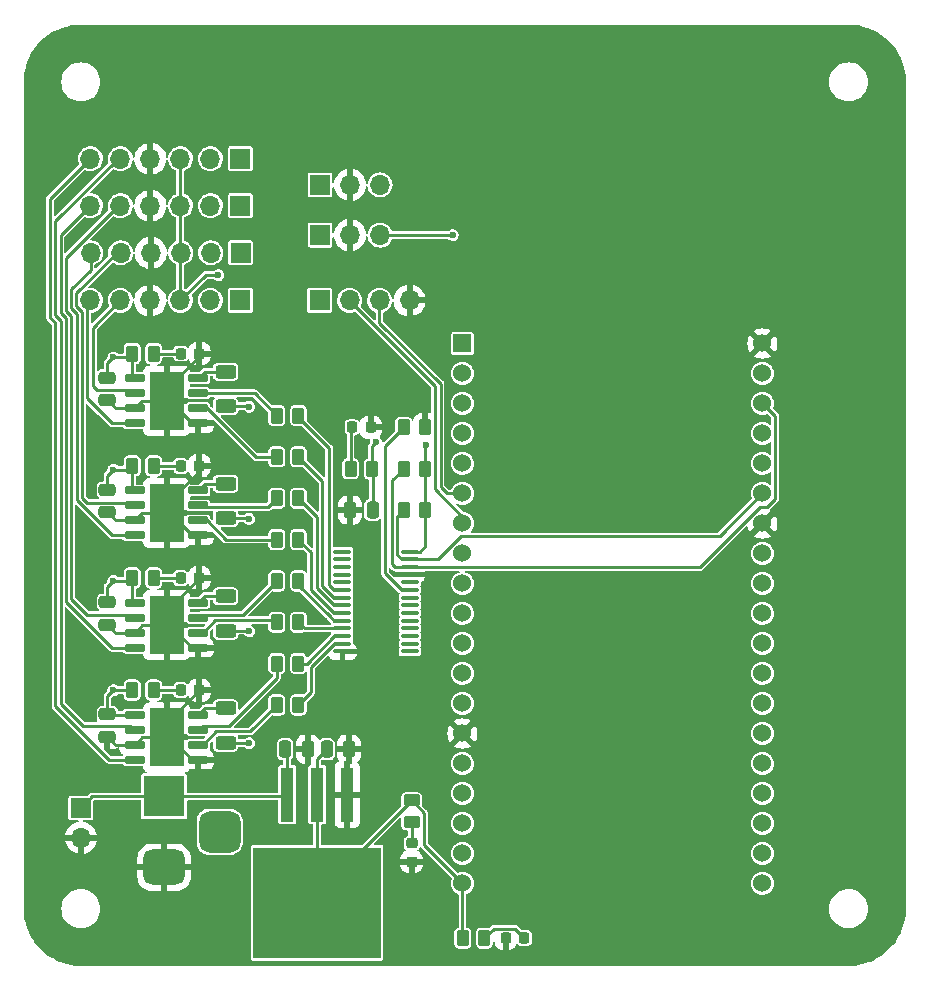
<source format=gbr>
%TF.GenerationSoftware,KiCad,Pcbnew,(6.0.9)*%
%TF.CreationDate,2023-05-03T14:40:20+10:00*%
%TF.ProjectId,Proj D,50726f6a-2044-42e6-9b69-6361645f7063,rev?*%
%TF.SameCoordinates,Original*%
%TF.FileFunction,Copper,L1,Top*%
%TF.FilePolarity,Positive*%
%FSLAX46Y46*%
G04 Gerber Fmt 4.6, Leading zero omitted, Abs format (unit mm)*
G04 Created by KiCad (PCBNEW (6.0.9)) date 2023-05-03 14:40:20*
%MOMM*%
%LPD*%
G01*
G04 APERTURE LIST*
G04 Aperture macros list*
%AMRoundRect*
0 Rectangle with rounded corners*
0 $1 Rounding radius*
0 $2 $3 $4 $5 $6 $7 $8 $9 X,Y pos of 4 corners*
0 Add a 4 corners polygon primitive as box body*
4,1,4,$2,$3,$4,$5,$6,$7,$8,$9,$2,$3,0*
0 Add four circle primitives for the rounded corners*
1,1,$1+$1,$2,$3*
1,1,$1+$1,$4,$5*
1,1,$1+$1,$6,$7*
1,1,$1+$1,$8,$9*
0 Add four rect primitives between the rounded corners*
20,1,$1+$1,$2,$3,$4,$5,0*
20,1,$1+$1,$4,$5,$6,$7,0*
20,1,$1+$1,$6,$7,$8,$9,0*
20,1,$1+$1,$8,$9,$2,$3,0*%
G04 Aperture macros list end*
%TA.AperFunction,SMDPad,CuDef*%
%ADD10RoundRect,0.006000X0.769000X0.294000X-0.769000X0.294000X-0.769000X-0.294000X0.769000X-0.294000X0*%
%TD*%
%TA.AperFunction,SMDPad,CuDef*%
%ADD11R,2.950000X4.900000*%
%TD*%
%TA.AperFunction,SMDPad,CuDef*%
%ADD12R,1.100000X4.600000*%
%TD*%
%TA.AperFunction,SMDPad,CuDef*%
%ADD13R,10.800000X9.400000*%
%TD*%
%TA.AperFunction,SMDPad,CuDef*%
%ADD14RoundRect,0.250000X-0.250000X-0.475000X0.250000X-0.475000X0.250000X0.475000X-0.250000X0.475000X0*%
%TD*%
%TA.AperFunction,SMDPad,CuDef*%
%ADD15RoundRect,0.250000X-0.262500X-0.450000X0.262500X-0.450000X0.262500X0.450000X-0.262500X0.450000X0*%
%TD*%
%TA.AperFunction,SMDPad,CuDef*%
%ADD16RoundRect,0.250000X0.250000X0.475000X-0.250000X0.475000X-0.250000X-0.475000X0.250000X-0.475000X0*%
%TD*%
%TA.AperFunction,SMDPad,CuDef*%
%ADD17RoundRect,0.250000X-0.625000X0.312500X-0.625000X-0.312500X0.625000X-0.312500X0.625000X0.312500X0*%
%TD*%
%TA.AperFunction,SMDPad,CuDef*%
%ADD18RoundRect,0.218750X0.256250X-0.218750X0.256250X0.218750X-0.256250X0.218750X-0.256250X-0.218750X0*%
%TD*%
%TA.AperFunction,SMDPad,CuDef*%
%ADD19RoundRect,0.250000X-0.475000X0.250000X-0.475000X-0.250000X0.475000X-0.250000X0.475000X0.250000X0*%
%TD*%
%TA.AperFunction,ComponentPad*%
%ADD20R,1.700000X1.700000*%
%TD*%
%TA.AperFunction,ComponentPad*%
%ADD21O,1.700000X1.700000*%
%TD*%
%TA.AperFunction,SMDPad,CuDef*%
%ADD22RoundRect,0.218750X0.218750X0.256250X-0.218750X0.256250X-0.218750X-0.256250X0.218750X-0.256250X0*%
%TD*%
%TA.AperFunction,ComponentPad*%
%ADD23R,1.530000X1.530000*%
%TD*%
%TA.AperFunction,ComponentPad*%
%ADD24C,1.530000*%
%TD*%
%TA.AperFunction,SMDPad,CuDef*%
%ADD25RoundRect,0.250000X0.262500X0.450000X-0.262500X0.450000X-0.262500X-0.450000X0.262500X-0.450000X0*%
%TD*%
%TA.AperFunction,SMDPad,CuDef*%
%ADD26RoundRect,0.218750X-0.218750X-0.256250X0.218750X-0.256250X0.218750X0.256250X-0.218750X0.256250X0*%
%TD*%
%TA.AperFunction,ComponentPad*%
%ADD27R,3.500000X3.500000*%
%TD*%
%TA.AperFunction,ComponentPad*%
%ADD28RoundRect,0.750000X1.000000X-0.750000X1.000000X0.750000X-1.000000X0.750000X-1.000000X-0.750000X0*%
%TD*%
%TA.AperFunction,ComponentPad*%
%ADD29RoundRect,0.875000X0.875000X-0.875000X0.875000X0.875000X-0.875000X0.875000X-0.875000X-0.875000X0*%
%TD*%
%TA.AperFunction,SMDPad,CuDef*%
%ADD30RoundRect,0.100000X-0.637500X-0.100000X0.637500X-0.100000X0.637500X0.100000X-0.637500X0.100000X0*%
%TD*%
%TA.AperFunction,SMDPad,CuDef*%
%ADD31RoundRect,0.250000X0.450000X-0.262500X0.450000X0.262500X-0.450000X0.262500X-0.450000X-0.262500X0*%
%TD*%
%TA.AperFunction,ViaPad*%
%ADD32C,0.600000*%
%TD*%
%TA.AperFunction,Conductor*%
%ADD33C,0.250000*%
%TD*%
G04 APERTURE END LIST*
D10*
%TO.P,U4,1,GND*%
%TO.N,GND*%
X119950000Y-127405000D03*
%TO.P,U4,2,IN2*%
%TO.N,Net-(R15-Pad1)*%
X119950000Y-126135000D03*
%TO.P,U4,3,IN1*%
%TO.N,Net-(R14-Pad1)*%
X119950000Y-124865000D03*
%TO.P,U4,4,VREF*%
%TO.N,Net-(R6-Pad1)*%
X119950000Y-123595000D03*
%TO.P,U4,5,VM*%
%TO.N,+12V*%
X114550000Y-123595000D03*
%TO.P,U4,6,OUT1*%
%TO.N,Net-(J6-Pad5)*%
X114550000Y-124865000D03*
%TO.P,U4,7,ISEN*%
%TO.N,GND*%
X114550000Y-126135000D03*
%TO.P,U4,8,OUT2*%
%TO.N,Net-(J6-Pad6)*%
X114550000Y-127405000D03*
D11*
%TO.P,U4,9,PAD*%
%TO.N,GND*%
X117250000Y-125500000D03*
%TD*%
D10*
%TO.P,U3,1,GND*%
%TO.N,GND*%
X119950000Y-117905000D03*
%TO.P,U3,2,IN2*%
%TO.N,Net-(R13-Pad1)*%
X119950000Y-116635000D03*
%TO.P,U3,3,IN1*%
%TO.N,Net-(R12-Pad1)*%
X119950000Y-115365000D03*
%TO.P,U3,4,VREF*%
%TO.N,Net-(R5-Pad1)*%
X119950000Y-114095000D03*
%TO.P,U3,5,VM*%
%TO.N,+12V*%
X114550000Y-114095000D03*
%TO.P,U3,6,OUT1*%
%TO.N,Net-(J5-Pad5)*%
X114550000Y-115365000D03*
%TO.P,U3,7,ISEN*%
%TO.N,GND*%
X114550000Y-116635000D03*
%TO.P,U3,8,OUT2*%
%TO.N,Net-(J5-Pad6)*%
X114550000Y-117905000D03*
D11*
%TO.P,U3,9,PAD*%
%TO.N,GND*%
X117250000Y-116000000D03*
%TD*%
D10*
%TO.P,U2,1,GND*%
%TO.N,GND*%
X119950000Y-108405000D03*
%TO.P,U2,2,IN2*%
%TO.N,Net-(R11-Pad1)*%
X119950000Y-107135000D03*
%TO.P,U2,3,IN1*%
%TO.N,Net-(R8-Pad1)*%
X119950000Y-105865000D03*
%TO.P,U2,4,VREF*%
%TO.N,Net-(R4-Pad1)*%
X119950000Y-104595000D03*
%TO.P,U2,5,VM*%
%TO.N,+12V*%
X114550000Y-104595000D03*
%TO.P,U2,6,OUT1*%
%TO.N,Net-(J4-Pad5)*%
X114550000Y-105865000D03*
%TO.P,U2,7,ISEN*%
%TO.N,GND*%
X114550000Y-107135000D03*
%TO.P,U2,8,OUT2*%
%TO.N,Net-(J4-Pad6)*%
X114550000Y-108405000D03*
D11*
%TO.P,U2,9,PAD*%
%TO.N,GND*%
X117250000Y-106500000D03*
%TD*%
D10*
%TO.P,U1,1,GND*%
%TO.N,GND*%
X119950000Y-98905000D03*
%TO.P,U1,2,IN2*%
%TO.N,Net-(R7-Pad1)*%
X119950000Y-97635000D03*
%TO.P,U1,3,IN1*%
%TO.N,Net-(R2-Pad1)*%
X119950000Y-96365000D03*
%TO.P,U1,4,VREF*%
%TO.N,Net-(R3-Pad1)*%
X119950000Y-95095000D03*
%TO.P,U1,5,VM*%
%TO.N,+12V*%
X114550000Y-95095000D03*
%TO.P,U1,6,OUT1*%
%TO.N,Net-(J3-Pad5)*%
X114550000Y-96365000D03*
%TO.P,U1,7,ISEN*%
%TO.N,GND*%
X114550000Y-97635000D03*
%TO.P,U1,8,OUT2*%
%TO.N,Net-(J3-Pad6)*%
X114550000Y-98905000D03*
D11*
%TO.P,U1,9,PAD*%
%TO.N,GND*%
X117250000Y-97000000D03*
%TD*%
D12*
%TO.P,U10,1,GND*%
%TO.N,GND*%
X132540000Y-130350000D03*
%TO.P,U10,2,VO*%
%TO.N,+5V*%
X130000000Y-130350000D03*
D13*
X130000000Y-139500000D03*
D12*
%TO.P,U10,3,VI*%
%TO.N,+12V*%
X127460000Y-130350000D03*
%TD*%
D14*
%TO.P,C2,1*%
%TO.N,+5V*%
X130800000Y-126500000D03*
%TO.P,C2,2*%
%TO.N,GND*%
X132700000Y-126500000D03*
%TD*%
D15*
%TO.P,R23,1*%
%TO.N,/SDA*%
X137337500Y-106250000D03*
%TO.P,R23,2*%
%TO.N,+5V*%
X139162500Y-106250000D03*
%TD*%
D14*
%TO.P,C1,1*%
%TO.N,+12V*%
X127300000Y-126500000D03*
%TO.P,C1,2*%
%TO.N,GND*%
X129200000Y-126500000D03*
%TD*%
D16*
%TO.P,C9,1*%
%TO.N,+5V*%
X134700000Y-106250000D03*
%TO.P,C9,2*%
%TO.N,GND*%
X132800000Y-106250000D03*
%TD*%
D17*
%TO.P,R3,1*%
%TO.N,Net-(R3-Pad1)*%
X122250000Y-94537500D03*
%TO.P,R3,2*%
%TO.N,+5V*%
X122250000Y-97462500D03*
%TD*%
D15*
%TO.P,R14,1*%
%TO.N,Net-(R14-Pad1)*%
X126587500Y-119250000D03*
%TO.P,R14,2*%
%TO.N,Net-(R14-Pad2)*%
X128412500Y-119250000D03*
%TD*%
%TO.P,R27,1*%
%TO.N,Net-(D8-Pad2)*%
X132837500Y-102750000D03*
%TO.P,R27,2*%
%TO.N,+5V*%
X134662500Y-102750000D03*
%TD*%
D18*
%TO.P,D1,1,K*%
%TO.N,GND*%
X138000000Y-136037500D03*
%TO.P,D1,2,A*%
%TO.N,Net-(D1-Pad2)*%
X138000000Y-134462500D03*
%TD*%
D15*
%TO.P,R15,1*%
%TO.N,Net-(R15-Pad1)*%
X126587500Y-122750000D03*
%TO.P,R15,2*%
%TO.N,Net-(R15-Pad2)*%
X128412500Y-122750000D03*
%TD*%
%TO.P,R12,1*%
%TO.N,Net-(R12-Pad1)*%
X126587500Y-112250000D03*
%TO.P,R12,2*%
%TO.N,Net-(R12-Pad2)*%
X128412500Y-112250000D03*
%TD*%
D19*
%TO.P,C4,1*%
%TO.N,+12V*%
X112250000Y-104550000D03*
%TO.P,C4,2*%
%TO.N,GND*%
X112250000Y-106450000D03*
%TD*%
%TO.P,C5,1*%
%TO.N,+12V*%
X112250000Y-114050000D03*
%TO.P,C5,2*%
%TO.N,GND*%
X112250000Y-115950000D03*
%TD*%
D20*
%TO.P,J14,1,Pin_1*%
%TO.N,+5V*%
X130210000Y-88500000D03*
D21*
%TO.P,J14,2,Pin_2*%
%TO.N,/UTRIG*%
X132750000Y-88500000D03*
%TO.P,J14,3,Pin_3*%
%TO.N,/UECHO1*%
X135290000Y-88500000D03*
%TO.P,J14,4,Pin_4*%
%TO.N,GND*%
X137830000Y-88500000D03*
%TD*%
D15*
%TO.P,R22,1*%
%TO.N,/SCL*%
X137337500Y-102750000D03*
%TO.P,R22,2*%
%TO.N,+5V*%
X139162500Y-102750000D03*
%TD*%
D17*
%TO.P,R4,1*%
%TO.N,Net-(R4-Pad1)*%
X122250000Y-104037500D03*
%TO.P,R4,2*%
%TO.N,+5V*%
X122250000Y-106962500D03*
%TD*%
D22*
%TO.P,D6,1,K*%
%TO.N,GND*%
X120037500Y-121500000D03*
%TO.P,D6,2,A*%
%TO.N,Net-(D6-Pad2)*%
X118462500Y-121500000D03*
%TD*%
D20*
%TO.P,J3,1,Pin_1*%
%TO.N,/M1ENCB*%
X123500000Y-88500000D03*
D21*
%TO.P,J3,2,Pin_2*%
%TO.N,/M1ENCA*%
X120960000Y-88500000D03*
%TO.P,J3,3,Pin_3*%
%TO.N,+5V*%
X118420000Y-88500000D03*
%TO.P,J3,4,Pin_4*%
%TO.N,GND*%
X115880000Y-88500000D03*
%TO.P,J3,5,Pin_5*%
%TO.N,Net-(J3-Pad5)*%
X113340000Y-88500000D03*
%TO.P,J3,6,Pin_6*%
%TO.N,Net-(J3-Pad6)*%
X110800000Y-88500000D03*
%TD*%
D15*
%TO.P,R13,1*%
%TO.N,Net-(R13-Pad1)*%
X126587500Y-115750000D03*
%TO.P,R13,2*%
%TO.N,Net-(R13-Pad2)*%
X128412500Y-115750000D03*
%TD*%
D19*
%TO.P,C6,1*%
%TO.N,+12V*%
X112250000Y-123550000D03*
%TO.P,C6,2*%
%TO.N,GND*%
X112250000Y-125450000D03*
%TD*%
D23*
%TO.P,U5,1,3V3*%
%TO.N,+3.3V*%
X142300000Y-92150000D03*
D24*
%TO.P,U5,2,EN*%
%TO.N,unconnected-(U5-Pad2)*%
X142300000Y-94690000D03*
%TO.P,U5,3,SENSOR_VP*%
%TO.N,unconnected-(U5-Pad3)*%
X142300000Y-97230000D03*
%TO.P,U5,4,SENSOR_VN*%
%TO.N,unconnected-(U5-Pad4)*%
X142300000Y-99770000D03*
%TO.P,U5,5,IO34*%
%TO.N,unconnected-(U5-Pad5)*%
X142300000Y-102310000D03*
%TO.P,U5,6,IO35*%
%TO.N,/UECHO1*%
X142300000Y-104850000D03*
%TO.P,U5,7,IO32*%
%TO.N,/UTRIG*%
X142300000Y-107390000D03*
%TO.P,U5,8,IO33*%
%TO.N,unconnected-(U5-Pad8)*%
X142300000Y-109930000D03*
%TO.P,U5,9,IO25*%
%TO.N,unconnected-(U5-Pad9)*%
X142300000Y-112470000D03*
%TO.P,U5,10,IO26*%
%TO.N,unconnected-(U5-Pad10)*%
X142300000Y-115010000D03*
%TO.P,U5,11,IO27*%
%TO.N,unconnected-(U5-Pad11)*%
X142300000Y-117550000D03*
%TO.P,U5,12,IO14*%
%TO.N,unconnected-(U5-Pad12)*%
X142300000Y-120090000D03*
%TO.P,U5,13,IO12*%
%TO.N,unconnected-(U5-Pad13)*%
X142300000Y-122630000D03*
%TO.P,U5,14,GND1*%
%TO.N,GND*%
X142300000Y-125170000D03*
%TO.P,U5,15,IO13*%
%TO.N,unconnected-(U5-Pad15)*%
X142300000Y-127710000D03*
%TO.P,U5,16,SD2*%
%TO.N,unconnected-(U5-Pad16)*%
X142300000Y-130250000D03*
%TO.P,U5,17,SD3*%
%TO.N,unconnected-(U5-Pad17)*%
X142300000Y-132790000D03*
%TO.P,U5,18,CMD*%
%TO.N,unconnected-(U5-Pad18)*%
X142300000Y-135330000D03*
%TO.P,U5,19,EXT_5V*%
%TO.N,+5V*%
X142300000Y-137870000D03*
%TO.P,U5,20,CLK*%
%TO.N,unconnected-(U5-Pad20)*%
X167700000Y-137870000D03*
%TO.P,U5,21,SD0*%
%TO.N,unconnected-(U5-Pad21)*%
X167700000Y-135330000D03*
%TO.P,U5,22,SD1*%
%TO.N,unconnected-(U5-Pad22)*%
X167700000Y-132790000D03*
%TO.P,U5,23,IO15*%
%TO.N,/COLOUR1*%
X167700000Y-130250000D03*
%TO.P,U5,24,IO2*%
%TO.N,/M4ENCA*%
X167700000Y-127710000D03*
%TO.P,U5,25,IO0*%
%TO.N,/M4ENCB*%
X167700000Y-125170000D03*
%TO.P,U5,26,IO4*%
%TO.N,/M3ENCA*%
X167700000Y-122630000D03*
%TO.P,U5,27,IO16*%
%TO.N,/M3ENCB*%
X167700000Y-120090000D03*
%TO.P,U5,28,IO17*%
%TO.N,/M2ENCA*%
X167700000Y-117550000D03*
%TO.P,U5,29,IO5*%
%TO.N,/M2ENCB*%
X167700000Y-115010000D03*
%TO.P,U5,30,IO18*%
%TO.N,/M1ENCA*%
X167700000Y-112470000D03*
%TO.P,U5,31,IO19*%
%TO.N,/M1ENCB*%
X167700000Y-109930000D03*
%TO.P,U5,32,GND2*%
%TO.N,GND*%
X167700000Y-107390000D03*
%TO.P,U5,33,IO21*%
%TO.N,/SDA*%
X167700000Y-104850000D03*
%TO.P,U5,34,RXD0*%
%TO.N,unconnected-(U5-Pad34)*%
X167700000Y-102310000D03*
%TO.P,U5,35,TXD0*%
%TO.N,unconnected-(U5-Pad35)*%
X167700000Y-99770000D03*
%TO.P,U5,36,IO22*%
%TO.N,/SCL*%
X167700000Y-97230000D03*
%TO.P,U5,37,IO23*%
%TO.N,/COLOUR2*%
X167700000Y-94690000D03*
%TO.P,U5,38,GND3*%
%TO.N,GND*%
X167700000Y-92150000D03*
%TD*%
D25*
%TO.P,R25,1*%
%TO.N,Net-(D6-Pad2)*%
X116162500Y-121500000D03*
%TO.P,R25,2*%
%TO.N,+12V*%
X114337500Y-121500000D03*
%TD*%
D22*
%TO.P,D4,1,K*%
%TO.N,GND*%
X120037500Y-102500000D03*
%TO.P,D4,2,A*%
%TO.N,Net-(D4-Pad2)*%
X118462500Y-102500000D03*
%TD*%
D20*
%TO.P,J5,1,Pin_1*%
%TO.N,/M3ENCB*%
X123500000Y-80475000D03*
D21*
%TO.P,J5,2,Pin_2*%
%TO.N,/M3ENCA*%
X120960000Y-80475000D03*
%TO.P,J5,3,Pin_3*%
%TO.N,+5V*%
X118420000Y-80475000D03*
%TO.P,J5,4,Pin_4*%
%TO.N,GND*%
X115880000Y-80475000D03*
%TO.P,J5,5,Pin_5*%
%TO.N,Net-(J5-Pad5)*%
X113340000Y-80475000D03*
%TO.P,J5,6,Pin_6*%
%TO.N,Net-(J5-Pad6)*%
X110800000Y-80475000D03*
%TD*%
D17*
%TO.P,R5,1*%
%TO.N,Net-(R5-Pad1)*%
X122250000Y-113537500D03*
%TO.P,R5,2*%
%TO.N,+5V*%
X122250000Y-116462500D03*
%TD*%
D26*
%TO.P,D9,1,K*%
%TO.N,GND*%
X145962500Y-142500000D03*
%TO.P,D9,2,A*%
%TO.N,Net-(D9-Pad2)*%
X147537500Y-142500000D03*
%TD*%
D15*
%TO.P,R24,1*%
%TO.N,Net-(R24-Pad1)*%
X137337500Y-99250000D03*
%TO.P,R24,2*%
%TO.N,GND*%
X139162500Y-99250000D03*
%TD*%
D25*
%TO.P,R19,1*%
%TO.N,Net-(D2-Pad2)*%
X116162500Y-93000000D03*
%TO.P,R19,2*%
%TO.N,+12V*%
X114337500Y-93000000D03*
%TD*%
D27*
%TO.P,J10,1*%
%TO.N,+12V*%
X117042500Y-130500000D03*
D28*
%TO.P,J10,2*%
%TO.N,GND*%
X117042500Y-136500000D03*
D29*
%TO.P,J10,3*%
%TO.N,unconnected-(J10-Pad3)*%
X121742500Y-133500000D03*
%TD*%
D15*
%TO.P,R7,1*%
%TO.N,Net-(R7-Pad1)*%
X126587500Y-101750000D03*
%TO.P,R7,2*%
%TO.N,Net-(R7-Pad2)*%
X128412500Y-101750000D03*
%TD*%
D22*
%TO.P,D2,1,K*%
%TO.N,GND*%
X120037500Y-93000000D03*
%TO.P,D2,2,A*%
%TO.N,Net-(D2-Pad2)*%
X118462500Y-93000000D03*
%TD*%
D25*
%TO.P,R20,1*%
%TO.N,Net-(D4-Pad2)*%
X116162500Y-102500000D03*
%TO.P,R20,2*%
%TO.N,+12V*%
X114337500Y-102500000D03*
%TD*%
D22*
%TO.P,D5,1,K*%
%TO.N,GND*%
X120037500Y-112000000D03*
%TO.P,D5,2,A*%
%TO.N,Net-(D5-Pad2)*%
X118462500Y-112000000D03*
%TD*%
D15*
%TO.P,R8,1*%
%TO.N,Net-(R8-Pad1)*%
X126587500Y-105250000D03*
%TO.P,R8,2*%
%TO.N,Net-(R8-Pad2)*%
X128412500Y-105250000D03*
%TD*%
%TO.P,R11,1*%
%TO.N,Net-(R11-Pad1)*%
X126587500Y-108750000D03*
%TO.P,R11,2*%
%TO.N,Net-(R11-Pad2)*%
X128412500Y-108750000D03*
%TD*%
D22*
%TO.P,D8,1,K*%
%TO.N,GND*%
X134537500Y-99250000D03*
%TO.P,D8,2,A*%
%TO.N,Net-(D8-Pad2)*%
X132962500Y-99250000D03*
%TD*%
D25*
%TO.P,R29,1*%
%TO.N,Net-(D9-Pad2)*%
X144162500Y-142500000D03*
%TO.P,R29,2*%
%TO.N,+5V*%
X142337500Y-142500000D03*
%TD*%
D30*
%TO.P,U8,1,A0*%
%TO.N,unconnected-(U8-Pad1)*%
X132137500Y-109775000D03*
%TO.P,U8,2,A1*%
%TO.N,unconnected-(U8-Pad2)*%
X132137500Y-110425000D03*
%TO.P,U8,3,A2*%
%TO.N,unconnected-(U8-Pad3)*%
X132137500Y-111075000D03*
%TO.P,U8,4,A3*%
%TO.N,unconnected-(U8-Pad4)*%
X132137500Y-111725000D03*
%TO.P,U8,5,A4*%
%TO.N,unconnected-(U8-Pad5)*%
X132137500Y-112375000D03*
%TO.P,U8,6,LED0*%
%TO.N,Net-(R2-Pad2)*%
X132137500Y-113025000D03*
%TO.P,U8,7,LED1*%
%TO.N,Net-(R7-Pad2)*%
X132137500Y-113675000D03*
%TO.P,U8,8,LED2*%
%TO.N,Net-(R8-Pad2)*%
X132137500Y-114325000D03*
%TO.P,U8,9,LED3*%
%TO.N,Net-(R11-Pad2)*%
X132137500Y-114975000D03*
%TO.P,U8,10,LED4*%
%TO.N,Net-(R12-Pad2)*%
X132137500Y-115625000D03*
%TO.P,U8,11,LED5*%
%TO.N,Net-(R13-Pad2)*%
X132137500Y-116275000D03*
%TO.P,U8,12,LED6*%
%TO.N,Net-(R14-Pad2)*%
X132137500Y-116925000D03*
%TO.P,U8,13,LED7*%
%TO.N,Net-(R15-Pad2)*%
X132137500Y-117575000D03*
%TO.P,U8,14,VSS*%
%TO.N,GND*%
X132137500Y-118225000D03*
%TO.P,U8,15,LED8*%
%TO.N,unconnected-(U8-Pad15)*%
X137862500Y-118225000D03*
%TO.P,U8,16,LED9*%
%TO.N,unconnected-(U8-Pad16)*%
X137862500Y-117575000D03*
%TO.P,U8,17,LED10*%
%TO.N,unconnected-(U8-Pad17)*%
X137862500Y-116925000D03*
%TO.P,U8,18,LED11*%
%TO.N,unconnected-(U8-Pad18)*%
X137862500Y-116275000D03*
%TO.P,U8,19,LED12*%
%TO.N,unconnected-(U8-Pad19)*%
X137862500Y-115625000D03*
%TO.P,U8,20,LED13*%
%TO.N,unconnected-(U8-Pad20)*%
X137862500Y-114975000D03*
%TO.P,U8,21,LED14*%
%TO.N,unconnected-(U8-Pad21)*%
X137862500Y-114325000D03*
%TO.P,U8,22,LED15*%
%TO.N,unconnected-(U8-Pad22)*%
X137862500Y-113675000D03*
%TO.P,U8,23,~{OE}*%
%TO.N,Net-(R24-Pad1)*%
X137862500Y-113025000D03*
%TO.P,U8,24,A5*%
%TO.N,unconnected-(U8-Pad24)*%
X137862500Y-112375000D03*
%TO.P,U8,25,EXTCLK*%
%TO.N,GND*%
X137862500Y-111725000D03*
%TO.P,U8,26,SCL*%
%TO.N,/SCL*%
X137862500Y-111075000D03*
%TO.P,U8,27,SDA*%
%TO.N,/SDA*%
X137862500Y-110425000D03*
%TO.P,U8,28,VDD*%
%TO.N,+5V*%
X137862500Y-109775000D03*
%TD*%
D25*
%TO.P,R21,1*%
%TO.N,Net-(D5-Pad2)*%
X116162500Y-112000000D03*
%TO.P,R21,2*%
%TO.N,+12V*%
X114337500Y-112000000D03*
%TD*%
D20*
%TO.P,J2,1,Pin_1*%
%TO.N,+5V*%
X130250000Y-78725000D03*
D21*
%TO.P,J2,2,Pin_2*%
%TO.N,GND*%
X132790000Y-78725000D03*
%TO.P,J2,3,Pin_3*%
%TO.N,/COLOUR2*%
X135330000Y-78725000D03*
%TD*%
D20*
%TO.P,J1,1,Pin_1*%
%TO.N,+5V*%
X130250000Y-82975000D03*
D21*
%TO.P,J1,2,Pin_2*%
%TO.N,GND*%
X132790000Y-82975000D03*
%TO.P,J1,3,Pin_3*%
%TO.N,/COLOUR1*%
X135330000Y-82975000D03*
%TD*%
D15*
%TO.P,R2,1*%
%TO.N,Net-(R2-Pad1)*%
X126587500Y-98250000D03*
%TO.P,R2,2*%
%TO.N,Net-(R2-Pad2)*%
X128412500Y-98250000D03*
%TD*%
D31*
%TO.P,R18,1*%
%TO.N,Net-(D1-Pad2)*%
X138000000Y-132662500D03*
%TO.P,R18,2*%
%TO.N,+5V*%
X138000000Y-130837500D03*
%TD*%
D20*
%TO.P,J6,1,Pin_1*%
%TO.N,/M4ENCB*%
X123500000Y-76500000D03*
D21*
%TO.P,J6,2,Pin_2*%
%TO.N,/M4ENCA*%
X120960000Y-76500000D03*
%TO.P,J6,3,Pin_3*%
%TO.N,+5V*%
X118420000Y-76500000D03*
%TO.P,J6,4,Pin_4*%
%TO.N,GND*%
X115880000Y-76500000D03*
%TO.P,J6,5,Pin_5*%
%TO.N,Net-(J6-Pad5)*%
X113340000Y-76500000D03*
%TO.P,J6,6,Pin_6*%
%TO.N,Net-(J6-Pad6)*%
X110800000Y-76500000D03*
%TD*%
D20*
%TO.P,J11,1,Pin_1*%
%TO.N,+12V*%
X110000000Y-131475000D03*
D21*
%TO.P,J11,2,Pin_2*%
%TO.N,GND*%
X110000000Y-134015000D03*
%TD*%
D20*
%TO.P,J4,1,Pin_1*%
%TO.N,/M2ENCB*%
X123525000Y-84475000D03*
D21*
%TO.P,J4,2,Pin_2*%
%TO.N,/M2ENCA*%
X120985000Y-84475000D03*
%TO.P,J4,3,Pin_3*%
%TO.N,+5V*%
X118445000Y-84475000D03*
%TO.P,J4,4,Pin_4*%
%TO.N,GND*%
X115905000Y-84475000D03*
%TO.P,J4,5,Pin_5*%
%TO.N,Net-(J4-Pad5)*%
X113365000Y-84475000D03*
%TO.P,J4,6,Pin_6*%
%TO.N,Net-(J4-Pad6)*%
X110825000Y-84475000D03*
%TD*%
D19*
%TO.P,C3,1*%
%TO.N,+12V*%
X112250000Y-95050000D03*
%TO.P,C3,2*%
%TO.N,GND*%
X112250000Y-96950000D03*
%TD*%
D17*
%TO.P,R6,1*%
%TO.N,Net-(R6-Pad1)*%
X122250000Y-123037500D03*
%TO.P,R6,2*%
%TO.N,+5V*%
X122250000Y-125962500D03*
%TD*%
D32*
%TO.N,+12V*%
X112750000Y-93331250D03*
X112750000Y-102831250D03*
X112750000Y-112250000D03*
X112750000Y-121500000D03*
%TO.N,+5V*%
X135000000Y-100500000D03*
X121637299Y-86362701D03*
X124250000Y-116500000D03*
X124250000Y-107000000D03*
X139250000Y-100750000D03*
X124237701Y-125987701D03*
X124250000Y-97500000D03*
%TO.N,/COLOUR1*%
X141475000Y-82975000D03*
%TD*%
D33*
%TO.N,Net-(D2-Pad2)*%
X116162500Y-93000000D02*
X118462500Y-93000000D01*
%TO.N,Net-(D4-Pad2)*%
X116162500Y-102500000D02*
X118462500Y-102500000D01*
%TO.N,Net-(D5-Pad2)*%
X116162500Y-112000000D02*
X118462500Y-112000000D01*
%TO.N,Net-(D6-Pad2)*%
X116162500Y-121500000D02*
X118462500Y-121500000D01*
%TO.N,GND*%
X112250000Y-96950000D02*
X112935000Y-97635000D01*
X112935000Y-97635000D02*
X114550000Y-97635000D01*
X114550000Y-97635000D02*
X115185000Y-97000000D01*
X115185000Y-97000000D02*
X117250000Y-97000000D01*
%TO.N,+12V*%
X110975000Y-130500000D02*
X110000000Y-131475000D01*
X112250000Y-114050000D02*
X112250000Y-112750000D01*
X112250000Y-103331250D02*
X112750000Y-102831250D01*
X114337500Y-94882500D02*
X114550000Y-95095000D01*
X127310000Y-130500000D02*
X127460000Y-130350000D01*
X127460000Y-126660000D02*
X127460000Y-130350000D01*
X114006250Y-102831250D02*
X114337500Y-102500000D01*
X114337500Y-93000000D02*
X114337500Y-94882500D01*
X112250000Y-93831250D02*
X112250000Y-95050000D01*
X112750000Y-93331250D02*
X112250000Y-93831250D01*
X114087500Y-112250000D02*
X114337500Y-112000000D01*
X114337500Y-113882500D02*
X114550000Y-114095000D01*
X127300000Y-126500000D02*
X127460000Y-126660000D01*
X112250000Y-123550000D02*
X112250000Y-122000000D01*
X112250000Y-112750000D02*
X112750000Y-112250000D01*
X117042500Y-130500000D02*
X110975000Y-130500000D01*
X112295000Y-123595000D02*
X112250000Y-123550000D01*
X114550000Y-123595000D02*
X112295000Y-123595000D01*
X114337500Y-112000000D02*
X114337500Y-113882500D01*
X112750000Y-102831250D02*
X114006250Y-102831250D01*
X114337500Y-121500000D02*
X112750000Y-121500000D01*
X112750000Y-93331250D02*
X114006250Y-93331250D01*
X112250000Y-104550000D02*
X112250000Y-103331250D01*
X112250000Y-122000000D02*
X112750000Y-121500000D01*
X114006250Y-93331250D02*
X114337500Y-93000000D01*
X112750000Y-112250000D02*
X114087500Y-112250000D01*
X114337500Y-104382500D02*
X114550000Y-104595000D01*
X117042500Y-130500000D02*
X127310000Y-130500000D01*
X114337500Y-102500000D02*
X114337500Y-104382500D01*
%TO.N,GND*%
X112935000Y-107135000D02*
X112250000Y-106450000D01*
X118375000Y-116846752D02*
X118375000Y-116453248D01*
X114550000Y-116635000D02*
X115185000Y-116000000D01*
X118096752Y-95525001D02*
X117724999Y-95525001D01*
X117250000Y-105763895D02*
X117250000Y-106500000D01*
X117921752Y-125500000D02*
X117250000Y-125500000D01*
X118375000Y-126346752D02*
X118375000Y-125953248D01*
X118375000Y-107346752D02*
X118375000Y-106953248D01*
X117250000Y-125500000D02*
X115185000Y-125500000D01*
X119950000Y-127405000D02*
X119433248Y-127405000D01*
X117250000Y-106500000D02*
X115185000Y-106500000D01*
X112935000Y-126135000D02*
X114550000Y-126135000D01*
X117250000Y-96000000D02*
X117250000Y-97000000D01*
X118375000Y-113662500D02*
X118375000Y-114246752D01*
X118096752Y-105025001D02*
X117988894Y-105025001D01*
X115185000Y-125500000D02*
X114550000Y-126135000D01*
X118375000Y-106953248D02*
X117921752Y-106500000D01*
X118375000Y-114246752D02*
X117834252Y-114787500D01*
X118375000Y-123162500D02*
X118375000Y-123746752D01*
X114550000Y-107135000D02*
X112935000Y-107135000D01*
X117724999Y-95525001D02*
X117250000Y-96000000D01*
X117250000Y-114787500D02*
X117250000Y-116000000D01*
X120037500Y-102976395D02*
X118375001Y-104638894D01*
X120037500Y-121500000D02*
X118375000Y-123162500D01*
X112935000Y-116635000D02*
X114550000Y-116635000D01*
X118375001Y-94874999D02*
X118375001Y-95246752D01*
X119433248Y-108405000D02*
X118375000Y-107346752D01*
X119433248Y-127405000D02*
X118375000Y-126346752D01*
X118375000Y-125953248D02*
X117921752Y-125500000D01*
X112250000Y-115950000D02*
X112935000Y-116635000D01*
X119433248Y-98905000D02*
X118375000Y-97846752D01*
X118375000Y-116453248D02*
X117921752Y-116000000D01*
X120037500Y-102500000D02*
X120037500Y-102976395D01*
X119950000Y-117905000D02*
X119433248Y-117905000D01*
X117988894Y-105025001D02*
X117250000Y-105763895D01*
X120037500Y-112000000D02*
X118375000Y-113662500D01*
X117921752Y-116000000D02*
X117250000Y-116000000D01*
X117250000Y-124287500D02*
X117250000Y-125500000D01*
X119433248Y-117905000D02*
X118375000Y-116846752D01*
X119950000Y-108405000D02*
X119433248Y-108405000D01*
X115185000Y-116000000D02*
X117250000Y-116000000D01*
X119950000Y-98905000D02*
X119433248Y-98905000D01*
X118375001Y-95246752D02*
X118096752Y-95525001D01*
X117921752Y-97000000D02*
X117250000Y-97000000D01*
X118375000Y-97453248D02*
X117921752Y-97000000D01*
X118375000Y-123746752D02*
X117834252Y-124287500D01*
X117834252Y-124287500D02*
X117250000Y-124287500D01*
X120037500Y-93212500D02*
X118375001Y-94874999D01*
X112250000Y-125450000D02*
X112935000Y-126135000D01*
X118375001Y-104746752D02*
X118096752Y-105025001D01*
X117834252Y-114787500D02*
X117250000Y-114787500D01*
X118375001Y-104638894D02*
X118375001Y-104746752D01*
X117921752Y-106500000D02*
X117250000Y-106500000D01*
X115185000Y-106500000D02*
X114550000Y-107135000D01*
X120037500Y-93000000D02*
X120037500Y-93212500D01*
X118375000Y-97846752D02*
X118375000Y-97453248D01*
%TO.N,+5V*%
X130000000Y-138837500D02*
X130000000Y-139500000D01*
X134700000Y-106250000D02*
X134700000Y-102787500D01*
X124212500Y-106962500D02*
X124250000Y-107000000D01*
X139025000Y-134595000D02*
X139025000Y-131862500D01*
X130000000Y-127300000D02*
X130800000Y-126500000D01*
X134662500Y-102750000D02*
X134662500Y-100837500D01*
X124212500Y-125962500D02*
X124237701Y-125987701D01*
X139162500Y-100837500D02*
X139250000Y-100750000D01*
X122250000Y-97462500D02*
X124212500Y-97462500D01*
X134662500Y-100837500D02*
X135000000Y-100500000D01*
X134700000Y-102787500D02*
X134662500Y-102750000D01*
X122250000Y-106962500D02*
X124212500Y-106962500D01*
X139162500Y-106250000D02*
X139162500Y-102750000D01*
X122250000Y-125962500D02*
X124212500Y-125962500D01*
X118420000Y-88500000D02*
X120557299Y-86362701D01*
X124212500Y-116462500D02*
X124250000Y-116500000D01*
X142300000Y-137870000D02*
X139025000Y-134595000D01*
X139162500Y-109337500D02*
X138725000Y-109775000D01*
X142337500Y-142500000D02*
X142300000Y-142462500D01*
X139025000Y-131862500D02*
X138000000Y-130837500D01*
X139162500Y-106250000D02*
X139162500Y-109337500D01*
X130000000Y-130350000D02*
X130000000Y-139500000D01*
X118420000Y-88500000D02*
X118420000Y-76500000D01*
X124212500Y-97462500D02*
X124250000Y-97500000D01*
X138000000Y-130837500D02*
X130000000Y-138837500D01*
X138725000Y-109775000D02*
X137862500Y-109775000D01*
X139162500Y-102750000D02*
X139162500Y-100837500D01*
X120557299Y-86362701D02*
X121637299Y-86362701D01*
X130000000Y-130350000D02*
X130000000Y-127300000D01*
X122250000Y-116462500D02*
X124212500Y-116462500D01*
X142300000Y-142462500D02*
X142300000Y-137700000D01*
%TO.N,/COLOUR1*%
X141475000Y-82975000D02*
X135330000Y-82975000D01*
%TO.N,Net-(D1-Pad2)*%
X138000000Y-134462500D02*
X138000000Y-132662500D01*
%TO.N,Net-(D8-Pad2)*%
X132837500Y-99375000D02*
X132962500Y-99250000D01*
X132837500Y-102750000D02*
X132837500Y-99375000D01*
%TO.N,Net-(D9-Pad2)*%
X146737500Y-141700000D02*
X144962500Y-141700000D01*
X147537500Y-142500000D02*
X146737500Y-141700000D01*
X144962500Y-141700000D02*
X144162500Y-142500000D01*
%TO.N,Net-(J3-Pad5)*%
X111000000Y-95750000D02*
X111375000Y-96125000D01*
X111375000Y-96125000D02*
X114310000Y-96125000D01*
X113340000Y-88500000D02*
X111000000Y-90840000D01*
X114310000Y-96125000D02*
X114550000Y-96365000D01*
X111000000Y-90840000D02*
X111000000Y-95750000D01*
%TO.N,Net-(J3-Pad6)*%
X110800000Y-88500000D02*
X110550000Y-88750000D01*
X110550000Y-96788173D02*
X112666827Y-98905000D01*
X110550000Y-88750000D02*
X110550000Y-96788173D01*
X112666827Y-98905000D02*
X114550000Y-98905000D01*
%TO.N,Net-(J4-Pad5)*%
X110100000Y-105201777D02*
X110523223Y-105625000D01*
X110100000Y-89461701D02*
X110100000Y-105201777D01*
X113025000Y-84475000D02*
X109625000Y-87875000D01*
X114310000Y-105625000D02*
X114550000Y-105865000D01*
X113365000Y-84475000D02*
X113025000Y-84475000D01*
X109625000Y-88986701D02*
X110100000Y-89461701D01*
X109625000Y-87875000D02*
X109625000Y-88986701D01*
X110523223Y-105625000D02*
X114310000Y-105625000D01*
%TO.N,Net-(J4-Pad6)*%
X109175000Y-89173097D02*
X109650000Y-89648097D01*
X109175000Y-87575000D02*
X109175000Y-89173097D01*
X109650000Y-89648097D02*
X109650000Y-105388173D01*
X110825000Y-84475000D02*
X110825000Y-85925000D01*
X109650000Y-105388173D02*
X112666827Y-108405000D01*
X110825000Y-85925000D02*
X109175000Y-87575000D01*
X112666827Y-108405000D02*
X114550000Y-108405000D01*
%TO.N,Net-(J5-Pad5)*%
X108725000Y-84913299D02*
X108725000Y-89359493D01*
X114310000Y-115125000D02*
X114550000Y-115365000D01*
X109200000Y-89834493D02*
X109200000Y-113813604D01*
X109200000Y-113813604D02*
X110511396Y-115125000D01*
X110511396Y-115125000D02*
X114310000Y-115125000D01*
X113163299Y-80475000D02*
X108725000Y-84913299D01*
X113340000Y-80475000D02*
X113163299Y-80475000D01*
X108725000Y-89359493D02*
X109200000Y-89834493D01*
%TO.N,Net-(J5-Pad6)*%
X108750000Y-114000000D02*
X112655000Y-117905000D01*
X108750000Y-90020889D02*
X108750000Y-114000000D01*
X108275000Y-89545889D02*
X108750000Y-90020889D01*
X108275000Y-83000000D02*
X108275000Y-89545889D01*
X110800000Y-80475000D02*
X108275000Y-83000000D01*
X112655000Y-117905000D02*
X114550000Y-117905000D01*
%TO.N,Net-(J6-Pad5)*%
X110136396Y-124500000D02*
X114185000Y-124500000D01*
X113340000Y-76500000D02*
X113113299Y-76500000D01*
X108300000Y-122663604D02*
X110136396Y-124500000D01*
X107825000Y-89732285D02*
X108300000Y-90207285D01*
X108300000Y-90207285D02*
X108300000Y-122663604D01*
X114185000Y-124500000D02*
X114550000Y-124865000D01*
X113113299Y-76500000D02*
X107825000Y-81788299D01*
X107825000Y-81788299D02*
X107825000Y-89732285D01*
%TO.N,Net-(J6-Pad6)*%
X107375000Y-89918681D02*
X107850000Y-90393681D01*
X107850000Y-90393681D02*
X107850000Y-122850000D01*
X112405000Y-127405000D02*
X114550000Y-127405000D01*
X107850000Y-122850000D02*
X112405000Y-127405000D01*
X107375000Y-79925000D02*
X107375000Y-89918681D01*
X110800000Y-76500000D02*
X107375000Y-79925000D01*
%TO.N,/SDA*%
X137173959Y-110425000D02*
X137862500Y-110425000D01*
X137862500Y-110425000D02*
X140263507Y-110425000D01*
X140263507Y-110425000D02*
X142208507Y-108480000D01*
X137337500Y-106250000D02*
X136800000Y-106787500D01*
X136800000Y-106787500D02*
X136800000Y-110051041D01*
X142208507Y-108480000D02*
X164070000Y-108480000D01*
X136800000Y-110051041D02*
X137173959Y-110425000D01*
X164070000Y-108480000D02*
X167700000Y-104850000D01*
%TO.N,/SCL*%
X137337500Y-102750000D02*
X136350000Y-103737500D01*
X168790000Y-98320000D02*
X167700000Y-97230000D01*
X162425000Y-111075000D02*
X167500000Y-106000000D01*
X167500000Y-106000000D02*
X168091493Y-106000000D01*
X136350000Y-103737500D02*
X136350000Y-110850001D01*
X136350000Y-110850001D02*
X136574999Y-111075000D01*
X136574999Y-111075000D02*
X137862500Y-111075000D01*
X137862500Y-111075000D02*
X162425000Y-111075000D01*
X168091493Y-106000000D02*
X168790000Y-105301493D01*
X168790000Y-105301493D02*
X168790000Y-98320000D01*
%TO.N,/UTRIG*%
X140000000Y-95760000D02*
X140000000Y-104500000D01*
X132740000Y-88500000D02*
X140000000Y-95760000D01*
X142300000Y-106800000D02*
X142300000Y-107390000D01*
X140000000Y-104500000D02*
X142300000Y-106800000D01*
%TO.N,/UECHO1*%
X140986396Y-104850000D02*
X142300000Y-104850000D01*
X135280000Y-90403604D02*
X140450000Y-95573604D01*
X135280000Y-88500000D02*
X135280000Y-90403604D01*
X140450000Y-95573604D02*
X140450000Y-104313604D01*
X140450000Y-104313604D02*
X140986396Y-104850000D01*
%TO.N,Net-(R2-Pad1)*%
X126587500Y-98250000D02*
X124702500Y-96365000D01*
X124702500Y-96365000D02*
X119950000Y-96365000D01*
%TO.N,Net-(R2-Pad2)*%
X128412500Y-98412500D02*
X128412500Y-98250000D01*
X131000000Y-101000000D02*
X128412500Y-98412500D01*
X132137500Y-113025000D02*
X131408147Y-113025000D01*
X131408147Y-113025000D02*
X131000000Y-112616853D01*
X131000000Y-112616853D02*
X131000000Y-101000000D01*
%TO.N,Net-(R3-Pad1)*%
X122250000Y-94537500D02*
X120507500Y-94537500D01*
X120507500Y-94537500D02*
X119950000Y-95095000D01*
%TO.N,Net-(R4-Pad1)*%
X120507500Y-104037500D02*
X119950000Y-104595000D01*
X122250000Y-104037500D02*
X120507500Y-104037500D01*
%TO.N,Net-(R5-Pad1)*%
X120507500Y-113537500D02*
X119950000Y-114095000D01*
X122250000Y-113537500D02*
X120507500Y-113537500D01*
%TO.N,Net-(R6-Pad1)*%
X122250000Y-123037500D02*
X120507500Y-123037500D01*
X120507500Y-123037500D02*
X119950000Y-123595000D01*
%TO.N,Net-(R7-Pad1)*%
X120671827Y-97635000D02*
X119950000Y-97635000D01*
X124786827Y-101750000D02*
X120671827Y-97635000D01*
X126587500Y-101750000D02*
X124786827Y-101750000D01*
%TO.N,Net-(R7-Pad2)*%
X130450000Y-112703249D02*
X130450000Y-103787500D01*
X130450000Y-103787500D02*
X128412500Y-101750000D01*
X132137500Y-113675000D02*
X131421751Y-113675000D01*
X131421751Y-113675000D02*
X130450000Y-112703249D01*
%TO.N,Net-(R8-Pad1)*%
X120085000Y-106000000D02*
X119950000Y-105865000D01*
X125837500Y-106000000D02*
X120085000Y-106000000D01*
X126587500Y-105250000D02*
X125837500Y-106000000D01*
%TO.N,Net-(R8-Pad2)*%
X131435355Y-114325000D02*
X130000000Y-112889645D01*
X130000000Y-112889645D02*
X130000000Y-106837500D01*
X130000000Y-106837500D02*
X128412500Y-105250000D01*
X132137500Y-114325000D02*
X131435355Y-114325000D01*
%TO.N,Net-(R11-Pad1)*%
X120671827Y-107135000D02*
X119950000Y-107135000D01*
X122286827Y-108750000D02*
X120671827Y-107135000D01*
X126587500Y-108750000D02*
X122286827Y-108750000D01*
%TO.N,Net-(R11-Pad2)*%
X129500000Y-113026041D02*
X129500000Y-109837500D01*
X131448959Y-114975000D02*
X129500000Y-113026041D01*
X132137500Y-114975000D02*
X131448959Y-114975000D01*
X129500000Y-109837500D02*
X128412500Y-108750000D01*
%TO.N,Net-(R12-Pad1)*%
X126587500Y-112250000D02*
X123712500Y-115125000D01*
X123712500Y-115125000D02*
X120190000Y-115125000D01*
X120190000Y-115125000D02*
X119950000Y-115365000D01*
%TO.N,Net-(R12-Pad2)*%
X128412500Y-112574937D02*
X128412500Y-112250000D01*
X132137500Y-115625000D02*
X131448959Y-115625000D01*
X131448959Y-115625000D02*
X131075000Y-115251041D01*
X131075000Y-115237437D02*
X128412500Y-112574937D01*
X131075000Y-115251041D02*
X131075000Y-115237437D01*
%TO.N,Net-(R13-Pad1)*%
X126412500Y-115575000D02*
X121386827Y-115575000D01*
X126587500Y-115750000D02*
X126412500Y-115575000D01*
X120326827Y-116635000D02*
X119950000Y-116635000D01*
X121386827Y-115575000D02*
X120326827Y-116635000D01*
%TO.N,Net-(R13-Pad2)*%
X128937500Y-116275000D02*
X128412500Y-115750000D01*
X132137500Y-116275000D02*
X128937500Y-116275000D01*
%TO.N,Net-(R14-Pad1)*%
X120315000Y-124500000D02*
X119950000Y-124865000D01*
X126587500Y-120450673D02*
X122538173Y-124500000D01*
X126587500Y-119250000D02*
X126587500Y-120450673D01*
X122538173Y-124500000D02*
X120315000Y-124500000D01*
%TO.N,Net-(R14-Pad2)*%
X131448959Y-116925000D02*
X129123959Y-119250000D01*
X132137500Y-116925000D02*
X131448959Y-116925000D01*
X129123959Y-119250000D02*
X128412500Y-119250000D01*
%TO.N,Net-(R15-Pad1)*%
X126587500Y-122750000D02*
X124337500Y-125000000D01*
X120326827Y-126135000D02*
X119950000Y-126135000D01*
X124337500Y-125000000D02*
X121461827Y-125000000D01*
X121461827Y-125000000D02*
X120326827Y-126135000D01*
%TO.N,Net-(R15-Pad2)*%
X129500000Y-121662500D02*
X128412500Y-122750000D01*
X129500000Y-119510355D02*
X129500000Y-121662500D01*
X132137500Y-117575000D02*
X131435355Y-117575000D01*
X131435355Y-117575000D02*
X129500000Y-119510355D01*
%TO.N,Net-(R24-Pad1)*%
X135750000Y-111601041D02*
X135750000Y-100837500D01*
X135750000Y-100837500D02*
X137337500Y-99250000D01*
X137173959Y-113025000D02*
X135750000Y-111601041D01*
X137862500Y-113025000D02*
X137173959Y-113025000D01*
%TD*%
%TA.AperFunction,Conductor*%
%TO.N,GND*%
G36*
X174989594Y-65153021D02*
G01*
X175000000Y-65155809D01*
X175009409Y-65153288D01*
X175014286Y-65153288D01*
X175028415Y-65151741D01*
X175235896Y-65160800D01*
X175419443Y-65168813D01*
X175425864Y-65169376D01*
X175838907Y-65223754D01*
X175845256Y-65224873D01*
X176007877Y-65260925D01*
X176251993Y-65315045D01*
X176258228Y-65316716D01*
X176655547Y-65441990D01*
X176661613Y-65444198D01*
X176787489Y-65496337D01*
X177046505Y-65603625D01*
X177052334Y-65606342D01*
X177421895Y-65798724D01*
X177427475Y-65801946D01*
X177778837Y-66025788D01*
X177784125Y-66029491D01*
X178114634Y-66283099D01*
X178119580Y-66287249D01*
X178426732Y-66568704D01*
X178431296Y-66573268D01*
X178712751Y-66880420D01*
X178716901Y-66885366D01*
X178970509Y-67215875D01*
X178974212Y-67221163D01*
X179198054Y-67572525D01*
X179201276Y-67578105D01*
X179393658Y-67947666D01*
X179396378Y-67953501D01*
X179555802Y-68338387D01*
X179558010Y-68344453D01*
X179683284Y-68741772D01*
X179684955Y-68748007D01*
X179770209Y-69132558D01*
X179775126Y-69154739D01*
X179776246Y-69161093D01*
X179819709Y-69491221D01*
X179830624Y-69574131D01*
X179831187Y-69580562D01*
X179848259Y-69971585D01*
X179846712Y-69985714D01*
X179846712Y-69990591D01*
X179844191Y-70000000D01*
X179846712Y-70009408D01*
X179846979Y-70010404D01*
X179849500Y-70029557D01*
X179849500Y-139970443D01*
X179846979Y-139989594D01*
X179844191Y-140000000D01*
X179846712Y-140009409D01*
X179846712Y-140014286D01*
X179848259Y-140028415D01*
X179831187Y-140419438D01*
X179830624Y-140425864D01*
X179819336Y-140511610D01*
X179776247Y-140838903D01*
X179775127Y-140845256D01*
X179747327Y-140970653D01*
X179684955Y-141251993D01*
X179683284Y-141258228D01*
X179558010Y-141655547D01*
X179555802Y-141661613D01*
X179416506Y-141997906D01*
X179396378Y-142046499D01*
X179393658Y-142052334D01*
X179201276Y-142421895D01*
X179198054Y-142427475D01*
X178974212Y-142778837D01*
X178970509Y-142784125D01*
X178716901Y-143114634D01*
X178712751Y-143119580D01*
X178431296Y-143426732D01*
X178426732Y-143431296D01*
X178119580Y-143712751D01*
X178114634Y-143716901D01*
X177784125Y-143970509D01*
X177778837Y-143974212D01*
X177427475Y-144198054D01*
X177421895Y-144201276D01*
X177052334Y-144393658D01*
X177046505Y-144396375D01*
X176787489Y-144503663D01*
X176661613Y-144555802D01*
X176655547Y-144558010D01*
X176258228Y-144683284D01*
X176251993Y-144684955D01*
X176090651Y-144720724D01*
X175845256Y-144775127D01*
X175838907Y-144776246D01*
X175425864Y-144830624D01*
X175419443Y-144831187D01*
X175235896Y-144839200D01*
X175028415Y-144848259D01*
X175014286Y-144846712D01*
X175009409Y-144846712D01*
X175000000Y-144844191D01*
X174989594Y-144846979D01*
X174970443Y-144849500D01*
X110029557Y-144849500D01*
X110010406Y-144846979D01*
X110000000Y-144844191D01*
X109990591Y-144846712D01*
X109985714Y-144846712D01*
X109971585Y-144848259D01*
X109764104Y-144839200D01*
X109580557Y-144831187D01*
X109574136Y-144830624D01*
X109161093Y-144776246D01*
X109154744Y-144775127D01*
X108909349Y-144720724D01*
X108748007Y-144684955D01*
X108741772Y-144683284D01*
X108344453Y-144558010D01*
X108338387Y-144555802D01*
X108212511Y-144503663D01*
X107953495Y-144396375D01*
X107947666Y-144393658D01*
X107613589Y-144219748D01*
X124399500Y-144219748D01*
X124411133Y-144278231D01*
X124455448Y-144344552D01*
X124521769Y-144388867D01*
X124566295Y-144397724D01*
X124576682Y-144399790D01*
X124576683Y-144399790D01*
X124580252Y-144400500D01*
X135419748Y-144400500D01*
X135423317Y-144399790D01*
X135423318Y-144399790D01*
X135433705Y-144397724D01*
X135478231Y-144388867D01*
X135544552Y-144344552D01*
X135588867Y-144278231D01*
X135600500Y-144219748D01*
X135600500Y-136302624D01*
X137017000Y-136302624D01*
X137017197Y-136306428D01*
X137027098Y-136401850D01*
X137028799Y-136409724D01*
X137079786Y-136562553D01*
X137083411Y-136570292D01*
X137168063Y-136707088D01*
X137173365Y-136713778D01*
X137287218Y-136827433D01*
X137293919Y-136832725D01*
X137430858Y-136917135D01*
X137438607Y-136920748D01*
X137591536Y-136971472D01*
X137599387Y-136973155D01*
X137693591Y-136982808D01*
X137697359Y-136983000D01*
X137732952Y-136983000D01*
X137742948Y-136979362D01*
X137746000Y-136974075D01*
X137746000Y-136969952D01*
X138254000Y-136969952D01*
X138257638Y-136979948D01*
X138262925Y-136983000D01*
X138302624Y-136983000D01*
X138306428Y-136982803D01*
X138401850Y-136972902D01*
X138409724Y-136971201D01*
X138562553Y-136920214D01*
X138570292Y-136916589D01*
X138707088Y-136831937D01*
X138713778Y-136826635D01*
X138827433Y-136712782D01*
X138832725Y-136706081D01*
X138917135Y-136569142D01*
X138920748Y-136561393D01*
X138971472Y-136408464D01*
X138973155Y-136400613D01*
X138982808Y-136306409D01*
X138982915Y-136304314D01*
X138979362Y-136294552D01*
X138974075Y-136291500D01*
X138267048Y-136291500D01*
X138257052Y-136295138D01*
X138254000Y-136300425D01*
X138254000Y-136969952D01*
X137746000Y-136969952D01*
X137746000Y-136304548D01*
X137742362Y-136294552D01*
X137737075Y-136291500D01*
X137030048Y-136291500D01*
X137020052Y-136295138D01*
X137017000Y-136300425D01*
X137017000Y-136302624D01*
X135600500Y-136302624D01*
X135600500Y-134780252D01*
X135598472Y-134770054D01*
X135590289Y-134728920D01*
X135588867Y-134721769D01*
X135581897Y-134711337D01*
X135548602Y-134661509D01*
X135544552Y-134655448D01*
X135538491Y-134651398D01*
X135484294Y-134615184D01*
X135484293Y-134615184D01*
X135478231Y-134611133D01*
X135433705Y-134602276D01*
X135423318Y-134600210D01*
X135423317Y-134600210D01*
X135419748Y-134599500D01*
X134876979Y-134599500D01*
X134829413Y-134582187D01*
X134804103Y-134538350D01*
X134812893Y-134488500D01*
X134824653Y-134473174D01*
X136973174Y-132324653D01*
X137019050Y-132303261D01*
X137067945Y-132316362D01*
X137096979Y-132357826D01*
X137099500Y-132376979D01*
X137099500Y-132978834D01*
X137102481Y-133010369D01*
X137147366Y-133138184D01*
X137150650Y-133142630D01*
X137150651Y-133142632D01*
X137179118Y-133181173D01*
X137227850Y-133247150D01*
X137232299Y-133250436D01*
X137320456Y-133315550D01*
X137336816Y-133327634D01*
X137464631Y-133372519D01*
X137469114Y-133372943D01*
X137469115Y-133372943D01*
X137494438Y-133375337D01*
X137494445Y-133375337D01*
X137496166Y-133375500D01*
X137600500Y-133375500D01*
X137648066Y-133392813D01*
X137673376Y-133436650D01*
X137674500Y-133449500D01*
X137674500Y-133767124D01*
X137657187Y-133814690D01*
X137623368Y-133837502D01*
X137618333Y-133839138D01*
X137612580Y-133840049D01*
X137607391Y-133842693D01*
X137607388Y-133842694D01*
X137499441Y-133897696D01*
X137499439Y-133897698D01*
X137494249Y-133900342D01*
X137400342Y-133994249D01*
X137397698Y-133999439D01*
X137397696Y-133999441D01*
X137344626Y-134103597D01*
X137340049Y-134112580D01*
X137339138Y-134118332D01*
X137339137Y-134118335D01*
X137324955Y-134207881D01*
X137324500Y-134210754D01*
X137324500Y-134714246D01*
X137324955Y-134717119D01*
X137339137Y-134806665D01*
X137339138Y-134806668D01*
X137340049Y-134812420D01*
X137342695Y-134817613D01*
X137383017Y-134896748D01*
X137400342Y-134930751D01*
X137492974Y-135023383D01*
X137514366Y-135069259D01*
X137501265Y-135118154D01*
X137464067Y-135145905D01*
X137437447Y-135154786D01*
X137429708Y-135158411D01*
X137292912Y-135243063D01*
X137286222Y-135248365D01*
X137172567Y-135362218D01*
X137167275Y-135368919D01*
X137082865Y-135505858D01*
X137079252Y-135513607D01*
X137028528Y-135666536D01*
X137026845Y-135674387D01*
X137017192Y-135768591D01*
X137017085Y-135770686D01*
X137020638Y-135780448D01*
X137025925Y-135783500D01*
X138969952Y-135783500D01*
X138979948Y-135779862D01*
X138983000Y-135774575D01*
X138983000Y-135772376D01*
X138982803Y-135768572D01*
X138972902Y-135673150D01*
X138971201Y-135665276D01*
X138920214Y-135512447D01*
X138916589Y-135504708D01*
X138831937Y-135367912D01*
X138826635Y-135361222D01*
X138712782Y-135247567D01*
X138706081Y-135242275D01*
X138569142Y-135157865D01*
X138561395Y-135154253D01*
X138536129Y-135145872D01*
X138496432Y-135114464D01*
X138486211Y-135064888D01*
X138507100Y-135023309D01*
X138599658Y-134930751D01*
X138653583Y-134824918D01*
X138690603Y-134790396D01*
X138741153Y-134787748D01*
X138771491Y-134807829D01*
X138771805Y-134807455D01*
X138775086Y-134810208D01*
X138775090Y-134810211D01*
X138776768Y-134811619D01*
X138776770Y-134811621D01*
X138802415Y-134833140D01*
X138807175Y-134837501D01*
X141388315Y-137418642D01*
X141409707Y-137464518D01*
X141406525Y-137493343D01*
X141403221Y-137503759D01*
X141351029Y-137668290D01*
X141329923Y-137856454D01*
X141345766Y-138045135D01*
X141346763Y-138048611D01*
X141396159Y-138220873D01*
X141397957Y-138227144D01*
X141484506Y-138395550D01*
X141511207Y-138429238D01*
X141599867Y-138541100D01*
X141599870Y-138541104D01*
X141602117Y-138543938D01*
X141604871Y-138546281D01*
X141604873Y-138546284D01*
X141674213Y-138605297D01*
X141746310Y-138666656D01*
X141911593Y-138759029D01*
X141915040Y-138760149D01*
X141923368Y-138762855D01*
X141963256Y-138794019D01*
X141974500Y-138833233D01*
X141974500Y-141555351D01*
X141957187Y-141602917D01*
X141925019Y-141625171D01*
X141861816Y-141647366D01*
X141857370Y-141650650D01*
X141857368Y-141650651D01*
X141842527Y-141661613D01*
X141752850Y-141727850D01*
X141749564Y-141732299D01*
X141681127Y-141824955D01*
X141672366Y-141836816D01*
X141627481Y-141964631D01*
X141627057Y-141969114D01*
X141627057Y-141969115D01*
X141625071Y-141990130D01*
X141624500Y-141996166D01*
X141624500Y-143003834D01*
X141624663Y-143005555D01*
X141624663Y-143005562D01*
X141627057Y-143030885D01*
X141627481Y-143035369D01*
X141672366Y-143163184D01*
X141675650Y-143167630D01*
X141675651Y-143167632D01*
X141733425Y-143245851D01*
X141752850Y-143272150D01*
X141757299Y-143275436D01*
X141834862Y-143332725D01*
X141861816Y-143352634D01*
X141989631Y-143397519D01*
X141994114Y-143397943D01*
X141994115Y-143397943D01*
X142019438Y-143400337D01*
X142019445Y-143400337D01*
X142021166Y-143400500D01*
X142653834Y-143400500D01*
X142655555Y-143400337D01*
X142655562Y-143400337D01*
X142680885Y-143397943D01*
X142680886Y-143397943D01*
X142685369Y-143397519D01*
X142813184Y-143352634D01*
X142840139Y-143332725D01*
X142917701Y-143275436D01*
X142922150Y-143272150D01*
X142941575Y-143245851D01*
X142999349Y-143167632D01*
X142999350Y-143167630D01*
X143002634Y-143163184D01*
X143047519Y-143035369D01*
X143047943Y-143030885D01*
X143050337Y-143005562D01*
X143050337Y-143005555D01*
X143050500Y-143003834D01*
X143449500Y-143003834D01*
X143449663Y-143005555D01*
X143449663Y-143005562D01*
X143452057Y-143030885D01*
X143452481Y-143035369D01*
X143497366Y-143163184D01*
X143500650Y-143167630D01*
X143500651Y-143167632D01*
X143558425Y-143245851D01*
X143577850Y-143272150D01*
X143582299Y-143275436D01*
X143659862Y-143332725D01*
X143686816Y-143352634D01*
X143814631Y-143397519D01*
X143819114Y-143397943D01*
X143819115Y-143397943D01*
X143844438Y-143400337D01*
X143844445Y-143400337D01*
X143846166Y-143400500D01*
X144478834Y-143400500D01*
X144480555Y-143400337D01*
X144480562Y-143400337D01*
X144505885Y-143397943D01*
X144505886Y-143397943D01*
X144510369Y-143397519D01*
X144638184Y-143352634D01*
X144665139Y-143332725D01*
X144742701Y-143275436D01*
X144747150Y-143272150D01*
X144766575Y-143245851D01*
X144824349Y-143167632D01*
X144824350Y-143167630D01*
X144827634Y-143163184D01*
X144872519Y-143035369D01*
X144872943Y-143030885D01*
X144875337Y-143005562D01*
X144875337Y-143005555D01*
X144875500Y-143003834D01*
X144875500Y-142871005D01*
X144892813Y-142823439D01*
X144936650Y-142798129D01*
X144986500Y-142806919D01*
X145019037Y-142845696D01*
X145023105Y-142863368D01*
X145027098Y-142901850D01*
X145028799Y-142909724D01*
X145079786Y-143062553D01*
X145083411Y-143070292D01*
X145168063Y-143207088D01*
X145173365Y-143213778D01*
X145287218Y-143327433D01*
X145293919Y-143332725D01*
X145430858Y-143417135D01*
X145438607Y-143420748D01*
X145591536Y-143471472D01*
X145599387Y-143473155D01*
X145693591Y-143482808D01*
X145695686Y-143482915D01*
X145705448Y-143479362D01*
X145708500Y-143474075D01*
X145708500Y-142320000D01*
X145725813Y-142272434D01*
X145769650Y-142247124D01*
X145782500Y-142246000D01*
X146142500Y-142246000D01*
X146190066Y-142263313D01*
X146215376Y-142307150D01*
X146216500Y-142320000D01*
X146216500Y-143469952D01*
X146220138Y-143479948D01*
X146225425Y-143483000D01*
X146227624Y-143483000D01*
X146231428Y-143482803D01*
X146326850Y-143472902D01*
X146334724Y-143471201D01*
X146487553Y-143420214D01*
X146495292Y-143416589D01*
X146632088Y-143331937D01*
X146638778Y-143326635D01*
X146752433Y-143212782D01*
X146757725Y-143206081D01*
X146842135Y-143069142D01*
X146845747Y-143061395D01*
X146854128Y-143036129D01*
X146885536Y-142996432D01*
X146935112Y-142986211D01*
X146976691Y-143007100D01*
X147069249Y-143099658D01*
X147074439Y-143102302D01*
X147074441Y-143102304D01*
X147178597Y-143155374D01*
X147187580Y-143159951D01*
X147193332Y-143160862D01*
X147193335Y-143160863D01*
X147282881Y-143175045D01*
X147285754Y-143175500D01*
X147789246Y-143175500D01*
X147792119Y-143175045D01*
X147881665Y-143160863D01*
X147881668Y-143160862D01*
X147887420Y-143159951D01*
X147896403Y-143155374D01*
X148000559Y-143102304D01*
X148000561Y-143102302D01*
X148005751Y-143099658D01*
X148099658Y-143005751D01*
X148102302Y-143000561D01*
X148102304Y-143000559D01*
X148157305Y-142892613D01*
X148159951Y-142887420D01*
X148160862Y-142881668D01*
X148160863Y-142881665D01*
X148175045Y-142792119D01*
X148175500Y-142789246D01*
X148175500Y-142210754D01*
X148175045Y-142207881D01*
X148160863Y-142118335D01*
X148160862Y-142118332D01*
X148159951Y-142112580D01*
X148155374Y-142103597D01*
X148102304Y-141999441D01*
X148102302Y-141999439D01*
X148099658Y-141994249D01*
X148005751Y-141900342D01*
X148000561Y-141897698D01*
X148000559Y-141897696D01*
X147892613Y-141842695D01*
X147887420Y-141840049D01*
X147881668Y-141839138D01*
X147881665Y-141839137D01*
X147792119Y-141824955D01*
X147789246Y-141824500D01*
X147352978Y-141824500D01*
X147305412Y-141807187D01*
X147300652Y-141802826D01*
X146979994Y-141482168D01*
X146975633Y-141477408D01*
X146954119Y-141451769D01*
X146949955Y-141446806D01*
X146915351Y-141426828D01*
X146909911Y-141423362D01*
X146882487Y-141404159D01*
X146882486Y-141404158D01*
X146877184Y-141400446D01*
X146870932Y-141398771D01*
X146866382Y-141396649D01*
X146860858Y-141394361D01*
X146856147Y-141392647D01*
X146850545Y-141389412D01*
X146844174Y-141388289D01*
X146844172Y-141388288D01*
X146820771Y-141384162D01*
X146811203Y-141382475D01*
X146804901Y-141381078D01*
X146766307Y-141370736D01*
X146759859Y-141371300D01*
X146759858Y-141371300D01*
X146726509Y-141374218D01*
X146720059Y-141374500D01*
X144979941Y-141374500D01*
X144973491Y-141374218D01*
X144940142Y-141371300D01*
X144940141Y-141371300D01*
X144933693Y-141370736D01*
X144895099Y-141381078D01*
X144888797Y-141382475D01*
X144879229Y-141384162D01*
X144855828Y-141388288D01*
X144855826Y-141388289D01*
X144849455Y-141389412D01*
X144843853Y-141392647D01*
X144839142Y-141394361D01*
X144833618Y-141396649D01*
X144829068Y-141398771D01*
X144822816Y-141400446D01*
X144817514Y-141404158D01*
X144817513Y-141404159D01*
X144790089Y-141423362D01*
X144784649Y-141426828D01*
X144757737Y-141442365D01*
X144755654Y-141443568D01*
X144750045Y-141446806D01*
X144745883Y-141451766D01*
X144745882Y-141451767D01*
X144724360Y-141477415D01*
X144719999Y-141482175D01*
X144609397Y-141592777D01*
X144563521Y-141614169D01*
X144532553Y-141610271D01*
X144514623Y-141603975D01*
X144514624Y-141603975D01*
X144510369Y-141602481D01*
X144502099Y-141601699D01*
X144480562Y-141599663D01*
X144480555Y-141599663D01*
X144478834Y-141599500D01*
X143846166Y-141599500D01*
X143844445Y-141599663D01*
X143844438Y-141599663D01*
X143819115Y-141602057D01*
X143819114Y-141602057D01*
X143814631Y-141602481D01*
X143686816Y-141647366D01*
X143682370Y-141650650D01*
X143682368Y-141650651D01*
X143667527Y-141661613D01*
X143577850Y-141727850D01*
X143574564Y-141732299D01*
X143506127Y-141824955D01*
X143497366Y-141836816D01*
X143452481Y-141964631D01*
X143452057Y-141969114D01*
X143452057Y-141969115D01*
X143450071Y-141990130D01*
X143449500Y-141996166D01*
X143449500Y-143003834D01*
X143050500Y-143003834D01*
X143050500Y-141996166D01*
X143049930Y-141990130D01*
X143047943Y-141969115D01*
X143047943Y-141969114D01*
X143047519Y-141964631D01*
X143002634Y-141836816D01*
X142993874Y-141824955D01*
X142925436Y-141732299D01*
X142922150Y-141727850D01*
X142832473Y-141661613D01*
X142817632Y-141650651D01*
X142817630Y-141650650D01*
X142813184Y-141647366D01*
X142685369Y-141602481D01*
X142683002Y-141602257D01*
X142640891Y-141575559D01*
X142625500Y-141530382D01*
X142625500Y-140000000D01*
X173344396Y-140000000D01*
X173344624Y-140002897D01*
X173362839Y-140234338D01*
X173364779Y-140258994D01*
X173425427Y-140511610D01*
X173524846Y-140751628D01*
X173660588Y-140973140D01*
X173829311Y-141170689D01*
X173831525Y-141172580D01*
X174014667Y-141328998D01*
X174026860Y-141339412D01*
X174248372Y-141475154D01*
X174265322Y-141482175D01*
X174485702Y-141573460D01*
X174485707Y-141573461D01*
X174488390Y-141574573D01*
X174491217Y-141575252D01*
X174491221Y-141575253D01*
X174637082Y-141610271D01*
X174741006Y-141635221D01*
X174743893Y-141635448D01*
X174743898Y-141635449D01*
X174997103Y-141655376D01*
X175000000Y-141655604D01*
X175002897Y-141655376D01*
X175256102Y-141635449D01*
X175256107Y-141635448D01*
X175258994Y-141635221D01*
X175362918Y-141610271D01*
X175508779Y-141575253D01*
X175508783Y-141575252D01*
X175511610Y-141574573D01*
X175514293Y-141573461D01*
X175514298Y-141573460D01*
X175734678Y-141482175D01*
X175751628Y-141475154D01*
X175973140Y-141339412D01*
X175985334Y-141328998D01*
X176168475Y-141172580D01*
X176170689Y-141170689D01*
X176339412Y-140973140D01*
X176475154Y-140751628D01*
X176574573Y-140511610D01*
X176635221Y-140258994D01*
X176637162Y-140234338D01*
X176655376Y-140002897D01*
X176655604Y-140000000D01*
X176653278Y-139970443D01*
X176635449Y-139743898D01*
X176635448Y-139743893D01*
X176635221Y-139741006D01*
X176574573Y-139488390D01*
X176475154Y-139248372D01*
X176339412Y-139026860D01*
X176170689Y-138829311D01*
X176166474Y-138825711D01*
X175975358Y-138662482D01*
X175975355Y-138662480D01*
X175973140Y-138660588D01*
X175751628Y-138524846D01*
X175679455Y-138494951D01*
X175514298Y-138426540D01*
X175514293Y-138426539D01*
X175511610Y-138425427D01*
X175508783Y-138424748D01*
X175508779Y-138424747D01*
X175261818Y-138365457D01*
X175258994Y-138364779D01*
X175256107Y-138364552D01*
X175256102Y-138364551D01*
X175002897Y-138344624D01*
X175000000Y-138344396D01*
X174997103Y-138344624D01*
X174743898Y-138364551D01*
X174743893Y-138364552D01*
X174741006Y-138364779D01*
X174738182Y-138365457D01*
X174491221Y-138424747D01*
X174491217Y-138424748D01*
X174488390Y-138425427D01*
X174485707Y-138426539D01*
X174485702Y-138426540D01*
X174320545Y-138494951D01*
X174248372Y-138524846D01*
X174026860Y-138660588D01*
X174024645Y-138662480D01*
X174024642Y-138662482D01*
X173833526Y-138825711D01*
X173829311Y-138829311D01*
X173660588Y-139026860D01*
X173524846Y-139248372D01*
X173425427Y-139488390D01*
X173364779Y-139741006D01*
X173364552Y-139743893D01*
X173364551Y-139743898D01*
X173346722Y-139970443D01*
X173344396Y-140000000D01*
X142625500Y-140000000D01*
X142625500Y-138832838D01*
X142642813Y-138785272D01*
X142666135Y-138766787D01*
X142816610Y-138690777D01*
X142816613Y-138690775D01*
X142819844Y-138689143D01*
X142969050Y-138572571D01*
X143092771Y-138429238D01*
X143094554Y-138426099D01*
X143094557Y-138426095D01*
X143140968Y-138344396D01*
X143186296Y-138264605D01*
X143246063Y-138084940D01*
X143269794Y-137897089D01*
X143270172Y-137870000D01*
X143269198Y-137860059D01*
X143268845Y-137856454D01*
X166729923Y-137856454D01*
X166745766Y-138045135D01*
X166746763Y-138048611D01*
X166796159Y-138220873D01*
X166797957Y-138227144D01*
X166884506Y-138395550D01*
X166911207Y-138429238D01*
X166999867Y-138541100D01*
X166999870Y-138541104D01*
X167002117Y-138543938D01*
X167004871Y-138546281D01*
X167004873Y-138546284D01*
X167074213Y-138605297D01*
X167146310Y-138666656D01*
X167311593Y-138759029D01*
X167491670Y-138817540D01*
X167549695Y-138824459D01*
X167676082Y-138839530D01*
X167676085Y-138839530D01*
X167679682Y-138839959D01*
X167729223Y-138836147D01*
X167864859Y-138825711D01*
X167864861Y-138825711D01*
X167868469Y-138825433D01*
X168025499Y-138781589D01*
X168047357Y-138775486D01*
X168047358Y-138775486D01*
X168050838Y-138774514D01*
X168084997Y-138757259D01*
X168216610Y-138690777D01*
X168216613Y-138690775D01*
X168219844Y-138689143D01*
X168369050Y-138572571D01*
X168492771Y-138429238D01*
X168494554Y-138426099D01*
X168494557Y-138426095D01*
X168540968Y-138344396D01*
X168586296Y-138264605D01*
X168646063Y-138084940D01*
X168669794Y-137897089D01*
X168670172Y-137870000D01*
X168669198Y-137860059D01*
X168652048Y-137685162D01*
X168651695Y-137681559D01*
X168596969Y-137500296D01*
X168508077Y-137333115D01*
X168388406Y-137186384D01*
X168242513Y-137065691D01*
X168232843Y-137060462D01*
X168079140Y-136977355D01*
X168075957Y-136975634D01*
X167895080Y-136919644D01*
X167706773Y-136899852D01*
X167703169Y-136900180D01*
X167703168Y-136900180D01*
X167702619Y-136900230D01*
X167518208Y-136917012D01*
X167473428Y-136930191D01*
X167340038Y-136969450D01*
X167340034Y-136969452D01*
X167336567Y-136970472D01*
X167286811Y-136996484D01*
X167171976Y-137056518D01*
X167171973Y-137056520D01*
X167168769Y-137058195D01*
X167165951Y-137060460D01*
X167165949Y-137060462D01*
X167156570Y-137068003D01*
X167021206Y-137176839D01*
X167018880Y-137179611D01*
X167018878Y-137179613D01*
X166901825Y-137319111D01*
X166901822Y-137319115D01*
X166899498Y-137321885D01*
X166808281Y-137487809D01*
X166751029Y-137668290D01*
X166729923Y-137856454D01*
X143268845Y-137856454D01*
X143252048Y-137685162D01*
X143251695Y-137681559D01*
X143196969Y-137500296D01*
X143108077Y-137333115D01*
X142988406Y-137186384D01*
X142842513Y-137065691D01*
X142832843Y-137060462D01*
X142679140Y-136977355D01*
X142675957Y-136975634D01*
X142495080Y-136919644D01*
X142306773Y-136899852D01*
X142303169Y-136900180D01*
X142303168Y-136900180D01*
X142302619Y-136900230D01*
X142118208Y-136917012D01*
X142073428Y-136930191D01*
X141940038Y-136969450D01*
X141940034Y-136969452D01*
X141936567Y-136970472D01*
X141933363Y-136972147D01*
X141930002Y-136973505D01*
X141929410Y-136972040D01*
X141884825Y-136977998D01*
X141848374Y-136958047D01*
X140206780Y-135316454D01*
X141329923Y-135316454D01*
X141345766Y-135505135D01*
X141366521Y-135577515D01*
X141392048Y-135666536D01*
X141397957Y-135687144D01*
X141484506Y-135855550D01*
X141508716Y-135886095D01*
X141599867Y-136001100D01*
X141599870Y-136001104D01*
X141602117Y-136003938D01*
X141604871Y-136006281D01*
X141604873Y-136006284D01*
X141674214Y-136065297D01*
X141746310Y-136126656D01*
X141911593Y-136219029D01*
X142091670Y-136277540D01*
X142149695Y-136284459D01*
X142276082Y-136299530D01*
X142276085Y-136299530D01*
X142279682Y-136299959D01*
X142349954Y-136294552D01*
X142464859Y-136285711D01*
X142464861Y-136285711D01*
X142468469Y-136285433D01*
X142650838Y-136234514D01*
X142684989Y-136217263D01*
X142816610Y-136150777D01*
X142816613Y-136150775D01*
X142819844Y-136149143D01*
X142969050Y-136032571D01*
X143092771Y-135889238D01*
X143094554Y-135886099D01*
X143094557Y-135886095D01*
X143152839Y-135783500D01*
X143186296Y-135724605D01*
X143197688Y-135690360D01*
X143244920Y-135548377D01*
X143244921Y-135548374D01*
X143246063Y-135544940D01*
X143269794Y-135357089D01*
X143270172Y-135330000D01*
X143269719Y-135325374D01*
X143268844Y-135316454D01*
X166729923Y-135316454D01*
X166745766Y-135505135D01*
X166766521Y-135577515D01*
X166792048Y-135666536D01*
X166797957Y-135687144D01*
X166884506Y-135855550D01*
X166908716Y-135886095D01*
X166999867Y-136001100D01*
X166999870Y-136001104D01*
X167002117Y-136003938D01*
X167004871Y-136006281D01*
X167004873Y-136006284D01*
X167074214Y-136065297D01*
X167146310Y-136126656D01*
X167311593Y-136219029D01*
X167491670Y-136277540D01*
X167549695Y-136284459D01*
X167676082Y-136299530D01*
X167676085Y-136299530D01*
X167679682Y-136299959D01*
X167749954Y-136294552D01*
X167864859Y-136285711D01*
X167864861Y-136285711D01*
X167868469Y-136285433D01*
X168050838Y-136234514D01*
X168084989Y-136217263D01*
X168216610Y-136150777D01*
X168216613Y-136150775D01*
X168219844Y-136149143D01*
X168369050Y-136032571D01*
X168492771Y-135889238D01*
X168494554Y-135886099D01*
X168494557Y-135886095D01*
X168552839Y-135783500D01*
X168586296Y-135724605D01*
X168597688Y-135690360D01*
X168644920Y-135548377D01*
X168644921Y-135548374D01*
X168646063Y-135544940D01*
X168669794Y-135357089D01*
X168670172Y-135330000D01*
X168669719Y-135325374D01*
X168652992Y-135154786D01*
X168651695Y-135141559D01*
X168596969Y-134960296D01*
X168508077Y-134793115D01*
X168400742Y-134661509D01*
X168390693Y-134649188D01*
X168390692Y-134649187D01*
X168388406Y-134646384D01*
X168309112Y-134580786D01*
X168245308Y-134528003D01*
X168245307Y-134528002D01*
X168242513Y-134525691D01*
X168232843Y-134520462D01*
X168079140Y-134437355D01*
X168075957Y-134435634D01*
X167895080Y-134379644D01*
X167706773Y-134359852D01*
X167703169Y-134360180D01*
X167703168Y-134360180D01*
X167702619Y-134360230D01*
X167518208Y-134377012D01*
X167473428Y-134390191D01*
X167340038Y-134429450D01*
X167340034Y-134429452D01*
X167336567Y-134430472D01*
X167287295Y-134456231D01*
X167171976Y-134516518D01*
X167171973Y-134516520D01*
X167168769Y-134518195D01*
X167165951Y-134520460D01*
X167165949Y-134520462D01*
X167100523Y-134573066D01*
X167021206Y-134636839D01*
X167018880Y-134639611D01*
X167018878Y-134639613D01*
X166901825Y-134779111D01*
X166901822Y-134779115D01*
X166899498Y-134781885D01*
X166808281Y-134947809D01*
X166807187Y-134951258D01*
X166755415Y-135114464D01*
X166751029Y-135128290D01*
X166750626Y-135131881D01*
X166750626Y-135131882D01*
X166738244Y-135242275D01*
X166729923Y-135316454D01*
X143268844Y-135316454D01*
X143252992Y-135154786D01*
X143251695Y-135141559D01*
X143196969Y-134960296D01*
X143108077Y-134793115D01*
X143000742Y-134661509D01*
X142990693Y-134649188D01*
X142990692Y-134649187D01*
X142988406Y-134646384D01*
X142909112Y-134580786D01*
X142845308Y-134528003D01*
X142845307Y-134528002D01*
X142842513Y-134525691D01*
X142832843Y-134520462D01*
X142679140Y-134437355D01*
X142675957Y-134435634D01*
X142495080Y-134379644D01*
X142306773Y-134359852D01*
X142303169Y-134360180D01*
X142303168Y-134360180D01*
X142302619Y-134360230D01*
X142118208Y-134377012D01*
X142073428Y-134390191D01*
X141940038Y-134429450D01*
X141940034Y-134429452D01*
X141936567Y-134430472D01*
X141887295Y-134456231D01*
X141771976Y-134516518D01*
X141771973Y-134516520D01*
X141768769Y-134518195D01*
X141765951Y-134520460D01*
X141765949Y-134520462D01*
X141700523Y-134573066D01*
X141621206Y-134636839D01*
X141618880Y-134639611D01*
X141618878Y-134639613D01*
X141501825Y-134779111D01*
X141501822Y-134779115D01*
X141499498Y-134781885D01*
X141408281Y-134947809D01*
X141407187Y-134951258D01*
X141355415Y-135114464D01*
X141351029Y-135128290D01*
X141350626Y-135131881D01*
X141350626Y-135131882D01*
X141338244Y-135242275D01*
X141329923Y-135316454D01*
X140206780Y-135316454D01*
X139372174Y-134481848D01*
X139350782Y-134435972D01*
X139350500Y-134429522D01*
X139350500Y-132776454D01*
X141329923Y-132776454D01*
X141345766Y-132965135D01*
X141356149Y-133001343D01*
X141395388Y-133138184D01*
X141397957Y-133147144D01*
X141484506Y-133315550D01*
X141543312Y-133389744D01*
X141599867Y-133461100D01*
X141599870Y-133461104D01*
X141602117Y-133463938D01*
X141604871Y-133466281D01*
X141604873Y-133466284D01*
X141674214Y-133525297D01*
X141746310Y-133586656D01*
X141911593Y-133679029D01*
X142091670Y-133737540D01*
X142149695Y-133744459D01*
X142276082Y-133759530D01*
X142276085Y-133759530D01*
X142279682Y-133759959D01*
X142329223Y-133756147D01*
X142464859Y-133745711D01*
X142464861Y-133745711D01*
X142468469Y-133745433D01*
X142650838Y-133694514D01*
X142684989Y-133677263D01*
X142816610Y-133610777D01*
X142816613Y-133610775D01*
X142819844Y-133609143D01*
X142969050Y-133492571D01*
X143092771Y-133349238D01*
X143094554Y-133346099D01*
X143094557Y-133346095D01*
X143153293Y-133242701D01*
X143186296Y-133184605D01*
X143194494Y-133159962D01*
X143244920Y-133008377D01*
X143244921Y-133008374D01*
X143246063Y-133004940D01*
X143269794Y-132817089D01*
X143270172Y-132790000D01*
X143269198Y-132780059D01*
X143268844Y-132776454D01*
X166729923Y-132776454D01*
X166745766Y-132965135D01*
X166756149Y-133001343D01*
X166795388Y-133138184D01*
X166797957Y-133147144D01*
X166884506Y-133315550D01*
X166943312Y-133389744D01*
X166999867Y-133461100D01*
X166999870Y-133461104D01*
X167002117Y-133463938D01*
X167004871Y-133466281D01*
X167004873Y-133466284D01*
X167074214Y-133525297D01*
X167146310Y-133586656D01*
X167311593Y-133679029D01*
X167491670Y-133737540D01*
X167549695Y-133744459D01*
X167676082Y-133759530D01*
X167676085Y-133759530D01*
X167679682Y-133759959D01*
X167729223Y-133756147D01*
X167864859Y-133745711D01*
X167864861Y-133745711D01*
X167868469Y-133745433D01*
X168050838Y-133694514D01*
X168084989Y-133677263D01*
X168216610Y-133610777D01*
X168216613Y-133610775D01*
X168219844Y-133609143D01*
X168369050Y-133492571D01*
X168492771Y-133349238D01*
X168494554Y-133346099D01*
X168494557Y-133346095D01*
X168553293Y-133242701D01*
X168586296Y-133184605D01*
X168594494Y-133159962D01*
X168644920Y-133008377D01*
X168644921Y-133008374D01*
X168646063Y-133004940D01*
X168669794Y-132817089D01*
X168670172Y-132790000D01*
X168669198Y-132780059D01*
X168658731Y-132673318D01*
X168651695Y-132601559D01*
X168596969Y-132420296D01*
X168508077Y-132253115D01*
X168388406Y-132106384D01*
X168256626Y-131997366D01*
X168245308Y-131988003D01*
X168245307Y-131988002D01*
X168242513Y-131985691D01*
X168232843Y-131980462D01*
X168079140Y-131897355D01*
X168075957Y-131895634D01*
X167895080Y-131839644D01*
X167706773Y-131819852D01*
X167703169Y-131820180D01*
X167703168Y-131820180D01*
X167623391Y-131827440D01*
X167518208Y-131837012D01*
X167473428Y-131850191D01*
X167340038Y-131889450D01*
X167340034Y-131889452D01*
X167336567Y-131890472D01*
X167256774Y-131932187D01*
X167171976Y-131976518D01*
X167171973Y-131976520D01*
X167168769Y-131978195D01*
X167165951Y-131980460D01*
X167165949Y-131980462D01*
X167156570Y-131988003D01*
X167021206Y-132096839D01*
X167018880Y-132099611D01*
X167018878Y-132099613D01*
X166901825Y-132239111D01*
X166901822Y-132239115D01*
X166899498Y-132241885D01*
X166808281Y-132407809D01*
X166807187Y-132411258D01*
X166765855Y-132541554D01*
X166751029Y-132588290D01*
X166750626Y-132591881D01*
X166750626Y-132591882D01*
X166730526Y-132771081D01*
X166729923Y-132776454D01*
X143268844Y-132776454D01*
X143258731Y-132673318D01*
X143251695Y-132601559D01*
X143196969Y-132420296D01*
X143108077Y-132253115D01*
X142988406Y-132106384D01*
X142856626Y-131997366D01*
X142845308Y-131988003D01*
X142845307Y-131988002D01*
X142842513Y-131985691D01*
X142832843Y-131980462D01*
X142679140Y-131897355D01*
X142675957Y-131895634D01*
X142495080Y-131839644D01*
X142306773Y-131819852D01*
X142303169Y-131820180D01*
X142303168Y-131820180D01*
X142223391Y-131827440D01*
X142118208Y-131837012D01*
X142073428Y-131850191D01*
X141940038Y-131889450D01*
X141940034Y-131889452D01*
X141936567Y-131890472D01*
X141856774Y-131932187D01*
X141771976Y-131976518D01*
X141771973Y-131976520D01*
X141768769Y-131978195D01*
X141765951Y-131980460D01*
X141765949Y-131980462D01*
X141756570Y-131988003D01*
X141621206Y-132096839D01*
X141618880Y-132099611D01*
X141618878Y-132099613D01*
X141501825Y-132239111D01*
X141501822Y-132239115D01*
X141499498Y-132241885D01*
X141408281Y-132407809D01*
X141407187Y-132411258D01*
X141365855Y-132541554D01*
X141351029Y-132588290D01*
X141350626Y-132591881D01*
X141350626Y-132591882D01*
X141330526Y-132771081D01*
X141329923Y-132776454D01*
X139350500Y-132776454D01*
X139350500Y-131879941D01*
X139350782Y-131873491D01*
X139353700Y-131840142D01*
X139353700Y-131840141D01*
X139354264Y-131833693D01*
X139343921Y-131795096D01*
X139342524Y-131788794D01*
X139336712Y-131755828D01*
X139336711Y-131755826D01*
X139335588Y-131749455D01*
X139332353Y-131743853D01*
X139330639Y-131739142D01*
X139328351Y-131733618D01*
X139326229Y-131729068D01*
X139324554Y-131722816D01*
X139301638Y-131690089D01*
X139298169Y-131684644D01*
X139281430Y-131655650D01*
X139278194Y-131650045D01*
X139273233Y-131645882D01*
X139247585Y-131624360D01*
X139242825Y-131619999D01*
X138907223Y-131284397D01*
X138885831Y-131238521D01*
X138889729Y-131207553D01*
X138896025Y-131189623D01*
X138897519Y-131185369D01*
X138900500Y-131153834D01*
X138900500Y-130521166D01*
X138897519Y-130489631D01*
X138852634Y-130361816D01*
X138772150Y-130252850D01*
X138749952Y-130236454D01*
X141329923Y-130236454D01*
X141345766Y-130425135D01*
X141356149Y-130461343D01*
X141396391Y-130601682D01*
X141397957Y-130607144D01*
X141484506Y-130775550D01*
X141524987Y-130826624D01*
X141599867Y-130921100D01*
X141599870Y-130921104D01*
X141602117Y-130923938D01*
X141604871Y-130926281D01*
X141604873Y-130926284D01*
X141674213Y-130985297D01*
X141746310Y-131046656D01*
X141911593Y-131139029D01*
X142091670Y-131197540D01*
X142149695Y-131204459D01*
X142276082Y-131219530D01*
X142276085Y-131219530D01*
X142279682Y-131219959D01*
X142329223Y-131216147D01*
X142464859Y-131205711D01*
X142464861Y-131205711D01*
X142468469Y-131205433D01*
X142650838Y-131154514D01*
X142684989Y-131137263D01*
X142816610Y-131070777D01*
X142816613Y-131070775D01*
X142819844Y-131069143D01*
X142969050Y-130952571D01*
X143092771Y-130809238D01*
X143094554Y-130806099D01*
X143094557Y-130806095D01*
X143139533Y-130726922D01*
X143186296Y-130644605D01*
X143197688Y-130610360D01*
X143244920Y-130468377D01*
X143244921Y-130468374D01*
X143246063Y-130464940D01*
X143269794Y-130277089D01*
X143270172Y-130250000D01*
X143269542Y-130243568D01*
X143268844Y-130236454D01*
X166729923Y-130236454D01*
X166745766Y-130425135D01*
X166756149Y-130461343D01*
X166796391Y-130601682D01*
X166797957Y-130607144D01*
X166884506Y-130775550D01*
X166924987Y-130826624D01*
X166999867Y-130921100D01*
X166999870Y-130921104D01*
X167002117Y-130923938D01*
X167004871Y-130926281D01*
X167004873Y-130926284D01*
X167074213Y-130985297D01*
X167146310Y-131046656D01*
X167311593Y-131139029D01*
X167491670Y-131197540D01*
X167549695Y-131204459D01*
X167676082Y-131219530D01*
X167676085Y-131219530D01*
X167679682Y-131219959D01*
X167729223Y-131216147D01*
X167864859Y-131205711D01*
X167864861Y-131205711D01*
X167868469Y-131205433D01*
X168050838Y-131154514D01*
X168084989Y-131137263D01*
X168216610Y-131070777D01*
X168216613Y-131070775D01*
X168219844Y-131069143D01*
X168369050Y-130952571D01*
X168492771Y-130809238D01*
X168494554Y-130806099D01*
X168494557Y-130806095D01*
X168539533Y-130726922D01*
X168586296Y-130644605D01*
X168597688Y-130610360D01*
X168644920Y-130468377D01*
X168644921Y-130468374D01*
X168646063Y-130464940D01*
X168669794Y-130277089D01*
X168670172Y-130250000D01*
X168669542Y-130243568D01*
X168654197Y-130087075D01*
X168651695Y-130061559D01*
X168596969Y-129880296D01*
X168508077Y-129713115D01*
X168388406Y-129566384D01*
X168242513Y-129445691D01*
X168232843Y-129440462D01*
X168079140Y-129357355D01*
X168075957Y-129355634D01*
X167895080Y-129299644D01*
X167706773Y-129279852D01*
X167703169Y-129280180D01*
X167703168Y-129280180D01*
X167702619Y-129280230D01*
X167518208Y-129297012D01*
X167473428Y-129310191D01*
X167340038Y-129349450D01*
X167340034Y-129349452D01*
X167336567Y-129350472D01*
X167248466Y-129396530D01*
X167171976Y-129436518D01*
X167171973Y-129436520D01*
X167168769Y-129438195D01*
X167165951Y-129440460D01*
X167165949Y-129440462D01*
X167156570Y-129448003D01*
X167021206Y-129556839D01*
X167018880Y-129559611D01*
X167018878Y-129559613D01*
X166901825Y-129699111D01*
X166901822Y-129699115D01*
X166899498Y-129701885D01*
X166808281Y-129867809D01*
X166751029Y-130048290D01*
X166750626Y-130051881D01*
X166750626Y-130051882D01*
X166731003Y-130226830D01*
X166729923Y-130236454D01*
X143268844Y-130236454D01*
X143254197Y-130087075D01*
X143251695Y-130061559D01*
X143196969Y-129880296D01*
X143108077Y-129713115D01*
X142988406Y-129566384D01*
X142842513Y-129445691D01*
X142832843Y-129440462D01*
X142679140Y-129357355D01*
X142675957Y-129355634D01*
X142495080Y-129299644D01*
X142306773Y-129279852D01*
X142303169Y-129280180D01*
X142303168Y-129280180D01*
X142302619Y-129280230D01*
X142118208Y-129297012D01*
X142073428Y-129310191D01*
X141940038Y-129349450D01*
X141940034Y-129349452D01*
X141936567Y-129350472D01*
X141848466Y-129396530D01*
X141771976Y-129436518D01*
X141771973Y-129436520D01*
X141768769Y-129438195D01*
X141765951Y-129440460D01*
X141765949Y-129440462D01*
X141756570Y-129448003D01*
X141621206Y-129556839D01*
X141618880Y-129559611D01*
X141618878Y-129559613D01*
X141501825Y-129699111D01*
X141501822Y-129699115D01*
X141499498Y-129701885D01*
X141408281Y-129867809D01*
X141351029Y-130048290D01*
X141350626Y-130051881D01*
X141350626Y-130051882D01*
X141331003Y-130226830D01*
X141329923Y-130236454D01*
X138749952Y-130236454D01*
X138696081Y-130196664D01*
X138667632Y-130175651D01*
X138667630Y-130175650D01*
X138663184Y-130172366D01*
X138535369Y-130127481D01*
X138530886Y-130127057D01*
X138530885Y-130127057D01*
X138505562Y-130124663D01*
X138505555Y-130124663D01*
X138503834Y-130124500D01*
X137496166Y-130124500D01*
X137494445Y-130124663D01*
X137494438Y-130124663D01*
X137469115Y-130127057D01*
X137469114Y-130127057D01*
X137464631Y-130127481D01*
X137336816Y-130172366D01*
X137332370Y-130175650D01*
X137332368Y-130175651D01*
X137303919Y-130196664D01*
X137227850Y-130252850D01*
X137147366Y-130361816D01*
X137102481Y-130489631D01*
X137099500Y-130521166D01*
X137099500Y-131153834D01*
X137102481Y-131185369D01*
X137110271Y-131207552D01*
X137109697Y-131258166D01*
X137092777Y-131284396D01*
X133799347Y-134577826D01*
X133753471Y-134599218D01*
X133747021Y-134599500D01*
X130399500Y-134599500D01*
X130351934Y-134582187D01*
X130326624Y-134538350D01*
X130325500Y-134525500D01*
X130325500Y-132924500D01*
X130342813Y-132876934D01*
X130386650Y-132851624D01*
X130399500Y-132850500D01*
X130569748Y-132850500D01*
X130573317Y-132849790D01*
X130573318Y-132849790D01*
X130583705Y-132847724D01*
X130628231Y-132838867D01*
X130694552Y-132794552D01*
X130719059Y-132757876D01*
X130734816Y-132734294D01*
X130734816Y-132734293D01*
X130738867Y-132728231D01*
X130745263Y-132696077D01*
X131482001Y-132696077D01*
X131482219Y-132700091D01*
X131488247Y-132755594D01*
X131490376Y-132764550D01*
X131537977Y-132891525D01*
X131542991Y-132900683D01*
X131623931Y-133008681D01*
X131631319Y-133016069D01*
X131739317Y-133097009D01*
X131748475Y-133102023D01*
X131875447Y-133149623D01*
X131884407Y-133151753D01*
X131939911Y-133157783D01*
X131943921Y-133158000D01*
X132272952Y-133158000D01*
X132282948Y-133154362D01*
X132286000Y-133149075D01*
X132286000Y-133144951D01*
X132794000Y-133144951D01*
X132797638Y-133154947D01*
X132802925Y-133157999D01*
X133136077Y-133157999D01*
X133140091Y-133157781D01*
X133195594Y-133151753D01*
X133204550Y-133149624D01*
X133331525Y-133102023D01*
X133340683Y-133097009D01*
X133448681Y-133016069D01*
X133456069Y-133008681D01*
X133537009Y-132900683D01*
X133542023Y-132891525D01*
X133589623Y-132764553D01*
X133591753Y-132755593D01*
X133597783Y-132700089D01*
X133598000Y-132696079D01*
X133598000Y-130617048D01*
X133594362Y-130607052D01*
X133589075Y-130604000D01*
X132807048Y-130604000D01*
X132797052Y-130607638D01*
X132794000Y-130612925D01*
X132794000Y-133144951D01*
X132286000Y-133144951D01*
X132286000Y-130617048D01*
X132282362Y-130607052D01*
X132277075Y-130604000D01*
X131495049Y-130604000D01*
X131485053Y-130607638D01*
X131482001Y-130612925D01*
X131482001Y-132696077D01*
X130745263Y-132696077D01*
X130750500Y-132669748D01*
X130750500Y-130082952D01*
X131482000Y-130082952D01*
X131485638Y-130092948D01*
X131490925Y-130096000D01*
X132272952Y-130096000D01*
X132282948Y-130092362D01*
X132286000Y-130087075D01*
X132286000Y-130082952D01*
X132794000Y-130082952D01*
X132797638Y-130092948D01*
X132802925Y-130096000D01*
X133584951Y-130096000D01*
X133594947Y-130092362D01*
X133597999Y-130087075D01*
X133597999Y-128003923D01*
X133597781Y-127999909D01*
X133591753Y-127944406D01*
X133589624Y-127935450D01*
X133542023Y-127808475D01*
X133537009Y-127799317D01*
X133459917Y-127696454D01*
X141329923Y-127696454D01*
X141345766Y-127885135D01*
X141351402Y-127904790D01*
X141396439Y-128061849D01*
X141397957Y-128067144D01*
X141484506Y-128235550D01*
X141490110Y-128242620D01*
X141599867Y-128381100D01*
X141599870Y-128381104D01*
X141602117Y-128383938D01*
X141604871Y-128386281D01*
X141604873Y-128386284D01*
X141658074Y-128431561D01*
X141746310Y-128506656D01*
X141911593Y-128599029D01*
X142091670Y-128657540D01*
X142149695Y-128664459D01*
X142276082Y-128679530D01*
X142276085Y-128679530D01*
X142279682Y-128679959D01*
X142329223Y-128676147D01*
X142464859Y-128665711D01*
X142464861Y-128665711D01*
X142468469Y-128665433D01*
X142650838Y-128614514D01*
X142668786Y-128605448D01*
X142816610Y-128530777D01*
X142816613Y-128530775D01*
X142819844Y-128529143D01*
X142969050Y-128412571D01*
X142974542Y-128406209D01*
X142996215Y-128381100D01*
X143092771Y-128269238D01*
X143094554Y-128266099D01*
X143094557Y-128266095D01*
X143161665Y-128147963D01*
X143186296Y-128104605D01*
X143197688Y-128070360D01*
X143244920Y-127928377D01*
X143244921Y-127928374D01*
X143246063Y-127924940D01*
X143269794Y-127737089D01*
X143269834Y-127734264D01*
X143270143Y-127712062D01*
X143270172Y-127710000D01*
X143269198Y-127700059D01*
X143268845Y-127696454D01*
X166729923Y-127696454D01*
X166745766Y-127885135D01*
X166751402Y-127904790D01*
X166796439Y-128061849D01*
X166797957Y-128067144D01*
X166884506Y-128235550D01*
X166890110Y-128242620D01*
X166999867Y-128381100D01*
X166999870Y-128381104D01*
X167002117Y-128383938D01*
X167004871Y-128386281D01*
X167004873Y-128386284D01*
X167058074Y-128431561D01*
X167146310Y-128506656D01*
X167311593Y-128599029D01*
X167491670Y-128657540D01*
X167549695Y-128664459D01*
X167676082Y-128679530D01*
X167676085Y-128679530D01*
X167679682Y-128679959D01*
X167729223Y-128676147D01*
X167864859Y-128665711D01*
X167864861Y-128665711D01*
X167868469Y-128665433D01*
X168050838Y-128614514D01*
X168068786Y-128605448D01*
X168216610Y-128530777D01*
X168216613Y-128530775D01*
X168219844Y-128529143D01*
X168369050Y-128412571D01*
X168374542Y-128406209D01*
X168396215Y-128381100D01*
X168492771Y-128269238D01*
X168494554Y-128266099D01*
X168494557Y-128266095D01*
X168561665Y-128147963D01*
X168586296Y-128104605D01*
X168597688Y-128070360D01*
X168644920Y-127928377D01*
X168644921Y-127928374D01*
X168646063Y-127924940D01*
X168669794Y-127737089D01*
X168669834Y-127734264D01*
X168670143Y-127712062D01*
X168670172Y-127710000D01*
X168669198Y-127700059D01*
X168657860Y-127584430D01*
X168651695Y-127521559D01*
X168644692Y-127498362D01*
X168630404Y-127451038D01*
X168596969Y-127340296D01*
X168535665Y-127225000D01*
X168509776Y-127176310D01*
X168509775Y-127176309D01*
X168508077Y-127173115D01*
X168415648Y-127059786D01*
X168390693Y-127029188D01*
X168390692Y-127029187D01*
X168388406Y-127026384D01*
X168310140Y-126961637D01*
X168245308Y-126908003D01*
X168245307Y-126908002D01*
X168242513Y-126905691D01*
X168232843Y-126900462D01*
X168079140Y-126817355D01*
X168075957Y-126815634D01*
X167895080Y-126759644D01*
X167706773Y-126739852D01*
X167703169Y-126740180D01*
X167703168Y-126740180D01*
X167615578Y-126748151D01*
X167518208Y-126757012D01*
X167484109Y-126767048D01*
X167340038Y-126809450D01*
X167340034Y-126809452D01*
X167336567Y-126810472D01*
X167256588Y-126852284D01*
X167171976Y-126896518D01*
X167171973Y-126896520D01*
X167168769Y-126898195D01*
X167165951Y-126900460D01*
X167165949Y-126900462D01*
X167156570Y-126908003D01*
X167021206Y-127016839D01*
X167018880Y-127019611D01*
X167018878Y-127019613D01*
X166901825Y-127159111D01*
X166901822Y-127159115D01*
X166899498Y-127161885D01*
X166808281Y-127327809D01*
X166804320Y-127340296D01*
X166752668Y-127503124D01*
X166751029Y-127508290D01*
X166750626Y-127511881D01*
X166750626Y-127511882D01*
X166731328Y-127683931D01*
X166729923Y-127696454D01*
X143268845Y-127696454D01*
X143257860Y-127584430D01*
X143251695Y-127521559D01*
X143244692Y-127498362D01*
X143230404Y-127451038D01*
X143196969Y-127340296D01*
X143135665Y-127225000D01*
X143109776Y-127176310D01*
X143109775Y-127176309D01*
X143108077Y-127173115D01*
X143015648Y-127059786D01*
X142990693Y-127029188D01*
X142990692Y-127029187D01*
X142988406Y-127026384D01*
X142910140Y-126961637D01*
X142845308Y-126908003D01*
X142845307Y-126908002D01*
X142842513Y-126905691D01*
X142832843Y-126900462D01*
X142679140Y-126817355D01*
X142675957Y-126815634D01*
X142495080Y-126759644D01*
X142306773Y-126739852D01*
X142303169Y-126740180D01*
X142303168Y-126740180D01*
X142215578Y-126748151D01*
X142118208Y-126757012D01*
X142084109Y-126767048D01*
X141940038Y-126809450D01*
X141940034Y-126809452D01*
X141936567Y-126810472D01*
X141856588Y-126852284D01*
X141771976Y-126896518D01*
X141771973Y-126896520D01*
X141768769Y-126898195D01*
X141765951Y-126900460D01*
X141765949Y-126900462D01*
X141756570Y-126908003D01*
X141621206Y-127016839D01*
X141618880Y-127019611D01*
X141618878Y-127019613D01*
X141501825Y-127159111D01*
X141501822Y-127159115D01*
X141499498Y-127161885D01*
X141408281Y-127327809D01*
X141404320Y-127340296D01*
X141352668Y-127503124D01*
X141351029Y-127508290D01*
X141350626Y-127511881D01*
X141350626Y-127511882D01*
X141331328Y-127683931D01*
X141329923Y-127696454D01*
X133459917Y-127696454D01*
X133456069Y-127691319D01*
X133448684Y-127683934D01*
X133439523Y-127677068D01*
X133411843Y-127634687D01*
X133417881Y-127584430D01*
X133431532Y-127565573D01*
X133545868Y-127451038D01*
X133551168Y-127444328D01*
X133639403Y-127301184D01*
X133643011Y-127293445D01*
X133696031Y-127133598D01*
X133697716Y-127125737D01*
X133707807Y-127027242D01*
X133708000Y-127023471D01*
X133708000Y-126767048D01*
X133704362Y-126757052D01*
X133699075Y-126754000D01*
X132967048Y-126754000D01*
X132957052Y-126757638D01*
X132954000Y-126762925D01*
X132954000Y-127699000D01*
X132936687Y-127746566D01*
X132892850Y-127771876D01*
X132880000Y-127773000D01*
X132807048Y-127773000D01*
X132797052Y-127776638D01*
X132794000Y-127781925D01*
X132794000Y-130082952D01*
X132286000Y-130082952D01*
X132286000Y-127576000D01*
X132303313Y-127528434D01*
X132347150Y-127503124D01*
X132360000Y-127502000D01*
X132432952Y-127502000D01*
X132442948Y-127498362D01*
X132446000Y-127493075D01*
X132446000Y-126767048D01*
X132442362Y-126757052D01*
X132437075Y-126754000D01*
X131705049Y-126754000D01*
X131695053Y-126757638D01*
X131692001Y-126762925D01*
X131692001Y-127023454D01*
X131692198Y-127027259D01*
X131702550Y-127127034D01*
X131704251Y-127134908D01*
X131757544Y-127294650D01*
X131761169Y-127302389D01*
X131849653Y-127445376D01*
X131856628Y-127454176D01*
X131872607Y-127502206D01*
X131853975Y-127549271D01*
X131824613Y-127569434D01*
X131748474Y-127597978D01*
X131739317Y-127602991D01*
X131631319Y-127683931D01*
X131623931Y-127691319D01*
X131542991Y-127799317D01*
X131537977Y-127808475D01*
X131490377Y-127935447D01*
X131488247Y-127944407D01*
X131482217Y-127999911D01*
X131482000Y-128003921D01*
X131482000Y-130082952D01*
X130750500Y-130082952D01*
X130750500Y-128030252D01*
X130738867Y-127971769D01*
X130723657Y-127949005D01*
X130698602Y-127911509D01*
X130694552Y-127905448D01*
X130688491Y-127901398D01*
X130634294Y-127865184D01*
X130634293Y-127865184D01*
X130628231Y-127861133D01*
X130583705Y-127852276D01*
X130573318Y-127850210D01*
X130573317Y-127850210D01*
X130569748Y-127849500D01*
X130399500Y-127849500D01*
X130351934Y-127832187D01*
X130326624Y-127788350D01*
X130325500Y-127775500D01*
X130325500Y-127478077D01*
X130342813Y-127430511D01*
X130386650Y-127405201D01*
X130424019Y-127408257D01*
X130464631Y-127422519D01*
X130469114Y-127422943D01*
X130469115Y-127422943D01*
X130494438Y-127425337D01*
X130494445Y-127425337D01*
X130496166Y-127425500D01*
X131103834Y-127425500D01*
X131105555Y-127425337D01*
X131105562Y-127425337D01*
X131130885Y-127422943D01*
X131130886Y-127422943D01*
X131135369Y-127422519D01*
X131263184Y-127377634D01*
X131313736Y-127340296D01*
X131367701Y-127300436D01*
X131372150Y-127297150D01*
X131452634Y-127188184D01*
X131497519Y-127060369D01*
X131500500Y-127028834D01*
X131500500Y-126232952D01*
X131692000Y-126232952D01*
X131695638Y-126242948D01*
X131700925Y-126246000D01*
X132432952Y-126246000D01*
X132442948Y-126242362D01*
X132446000Y-126237075D01*
X132446000Y-126232952D01*
X132954000Y-126232952D01*
X132957638Y-126242948D01*
X132962925Y-126246000D01*
X133694951Y-126246000D01*
X133704947Y-126242362D01*
X133707999Y-126237075D01*
X133707999Y-126232382D01*
X141601972Y-126232382D01*
X141602929Y-126235952D01*
X141658420Y-126274808D01*
X141663996Y-126278027D01*
X141860018Y-126369433D01*
X141866063Y-126371634D01*
X142074980Y-126427613D01*
X142081325Y-126428731D01*
X142296777Y-126447581D01*
X142303223Y-126447581D01*
X142518675Y-126428731D01*
X142525020Y-126427613D01*
X142733937Y-126371634D01*
X142739982Y-126369433D01*
X142936004Y-126278027D01*
X142941580Y-126274808D01*
X142992071Y-126239453D01*
X142998172Y-126230740D01*
X142997850Y-126227060D01*
X142309226Y-125538436D01*
X142299587Y-125533941D01*
X142293688Y-125535522D01*
X141606467Y-126222743D01*
X141601972Y-126232382D01*
X133707999Y-126232382D01*
X133707999Y-125976546D01*
X133707802Y-125972741D01*
X133697450Y-125872966D01*
X133695749Y-125865092D01*
X133642456Y-125705350D01*
X133638831Y-125697611D01*
X133550347Y-125554623D01*
X133545036Y-125547924D01*
X133426038Y-125429132D01*
X133419328Y-125423832D01*
X133276184Y-125335597D01*
X133268445Y-125331989D01*
X133108598Y-125278969D01*
X133100737Y-125277284D01*
X133002242Y-125267193D01*
X132998471Y-125267000D01*
X132967048Y-125267000D01*
X132957052Y-125270638D01*
X132954000Y-125275925D01*
X132954000Y-126232952D01*
X132446000Y-126232952D01*
X132446000Y-125280049D01*
X132442362Y-125270053D01*
X132437075Y-125267001D01*
X132401546Y-125267001D01*
X132397741Y-125267198D01*
X132297966Y-125277550D01*
X132290092Y-125279251D01*
X132130350Y-125332544D01*
X132122611Y-125336169D01*
X131979623Y-125424653D01*
X131972924Y-125429964D01*
X131854132Y-125548962D01*
X131848832Y-125555672D01*
X131760597Y-125698816D01*
X131756989Y-125706555D01*
X131703969Y-125866402D01*
X131702284Y-125874263D01*
X131692193Y-125972758D01*
X131692000Y-125976529D01*
X131692000Y-126232952D01*
X131500500Y-126232952D01*
X131500500Y-125971166D01*
X131497519Y-125939631D01*
X131452634Y-125811816D01*
X131448341Y-125806003D01*
X131379601Y-125712938D01*
X131372150Y-125702850D01*
X131282997Y-125637000D01*
X131267632Y-125625651D01*
X131267630Y-125625650D01*
X131263184Y-125622366D01*
X131135369Y-125577481D01*
X131130886Y-125577057D01*
X131130885Y-125577057D01*
X131105562Y-125574663D01*
X131105555Y-125574663D01*
X131103834Y-125574500D01*
X130496166Y-125574500D01*
X130494445Y-125574663D01*
X130494438Y-125574663D01*
X130469115Y-125577057D01*
X130469114Y-125577057D01*
X130464631Y-125577481D01*
X130336816Y-125622366D01*
X130332370Y-125625650D01*
X130332368Y-125625651D01*
X130317003Y-125637000D01*
X130234168Y-125698184D01*
X130233599Y-125698604D01*
X130185052Y-125712938D01*
X130138649Y-125692713D01*
X130126708Y-125678020D01*
X130050347Y-125554623D01*
X130045036Y-125547924D01*
X129926038Y-125429132D01*
X129919328Y-125423832D01*
X129776184Y-125335597D01*
X129768445Y-125331989D01*
X129608598Y-125278969D01*
X129600737Y-125277284D01*
X129502242Y-125267193D01*
X129498471Y-125267000D01*
X129467048Y-125267000D01*
X129457052Y-125270638D01*
X129454000Y-125275925D01*
X129454000Y-127719951D01*
X129466850Y-127755255D01*
X129466757Y-127755289D01*
X129467011Y-127755595D01*
X129466784Y-127806213D01*
X129434074Y-127844844D01*
X129411797Y-127853171D01*
X129378921Y-127859710D01*
X129378919Y-127859711D01*
X129371769Y-127861133D01*
X129365707Y-127865184D01*
X129365706Y-127865184D01*
X129311509Y-127901398D01*
X129305448Y-127905448D01*
X129301398Y-127911509D01*
X129276344Y-127949005D01*
X129261133Y-127971769D01*
X129249500Y-128030252D01*
X129249500Y-132669748D01*
X129261133Y-132728231D01*
X129265184Y-132734293D01*
X129265184Y-132734294D01*
X129280941Y-132757876D01*
X129305448Y-132794552D01*
X129371769Y-132838867D01*
X129416295Y-132847724D01*
X129426682Y-132849790D01*
X129426683Y-132849790D01*
X129430252Y-132850500D01*
X129600500Y-132850500D01*
X129648066Y-132867813D01*
X129673376Y-132911650D01*
X129674500Y-132924500D01*
X129674500Y-134525500D01*
X129657187Y-134573066D01*
X129613350Y-134598376D01*
X129600500Y-134599500D01*
X124580252Y-134599500D01*
X124576683Y-134600210D01*
X124576682Y-134600210D01*
X124566295Y-134602276D01*
X124521769Y-134611133D01*
X124515707Y-134615184D01*
X124515706Y-134615184D01*
X124461509Y-134651398D01*
X124455448Y-134655448D01*
X124451398Y-134661509D01*
X124418104Y-134711337D01*
X124411133Y-134721769D01*
X124409711Y-134728920D01*
X124401529Y-134770054D01*
X124399500Y-134780252D01*
X124399500Y-144219748D01*
X107613589Y-144219748D01*
X107578105Y-144201276D01*
X107572525Y-144198054D01*
X107221163Y-143974212D01*
X107215875Y-143970509D01*
X106885366Y-143716901D01*
X106880420Y-143712751D01*
X106573268Y-143431296D01*
X106568704Y-143426732D01*
X106287249Y-143119580D01*
X106283099Y-143114634D01*
X106029491Y-142784125D01*
X106025788Y-142778837D01*
X105801946Y-142427475D01*
X105798724Y-142421895D01*
X105606342Y-142052334D01*
X105603622Y-142046499D01*
X105583495Y-141997906D01*
X105444198Y-141661613D01*
X105441990Y-141655547D01*
X105316716Y-141258228D01*
X105315045Y-141251993D01*
X105252673Y-140970653D01*
X105224873Y-140845256D01*
X105223753Y-140838903D01*
X105180664Y-140511610D01*
X105169376Y-140425864D01*
X105168813Y-140419438D01*
X105151741Y-140028415D01*
X105153288Y-140014286D01*
X105153288Y-140009409D01*
X105155809Y-140000000D01*
X108344396Y-140000000D01*
X108344624Y-140002897D01*
X108362839Y-140234338D01*
X108364779Y-140258994D01*
X108425427Y-140511610D01*
X108524846Y-140751628D01*
X108660588Y-140973140D01*
X108829311Y-141170689D01*
X108831525Y-141172580D01*
X109014667Y-141328998D01*
X109026860Y-141339412D01*
X109248372Y-141475154D01*
X109265322Y-141482175D01*
X109485702Y-141573460D01*
X109485707Y-141573461D01*
X109488390Y-141574573D01*
X109491217Y-141575252D01*
X109491221Y-141575253D01*
X109637082Y-141610271D01*
X109741006Y-141635221D01*
X109743893Y-141635448D01*
X109743898Y-141635449D01*
X109997103Y-141655376D01*
X110000000Y-141655604D01*
X110002897Y-141655376D01*
X110256102Y-141635449D01*
X110256107Y-141635448D01*
X110258994Y-141635221D01*
X110362918Y-141610271D01*
X110508779Y-141575253D01*
X110508783Y-141575252D01*
X110511610Y-141574573D01*
X110514293Y-141573461D01*
X110514298Y-141573460D01*
X110734678Y-141482175D01*
X110751628Y-141475154D01*
X110973140Y-141339412D01*
X110985334Y-141328998D01*
X111168475Y-141172580D01*
X111170689Y-141170689D01*
X111339412Y-140973140D01*
X111475154Y-140751628D01*
X111574573Y-140511610D01*
X111635221Y-140258994D01*
X111637162Y-140234338D01*
X111655376Y-140002897D01*
X111655604Y-140000000D01*
X111653278Y-139970443D01*
X111635449Y-139743898D01*
X111635448Y-139743893D01*
X111635221Y-139741006D01*
X111574573Y-139488390D01*
X111475154Y-139248372D01*
X111339412Y-139026860D01*
X111170689Y-138829311D01*
X111166474Y-138825711D01*
X110975358Y-138662482D01*
X110975355Y-138662480D01*
X110973140Y-138660588D01*
X110751628Y-138524846D01*
X110679455Y-138494951D01*
X110514298Y-138426540D01*
X110514293Y-138426539D01*
X110511610Y-138425427D01*
X110508783Y-138424748D01*
X110508779Y-138424747D01*
X110261818Y-138365457D01*
X110258994Y-138364779D01*
X110256107Y-138364552D01*
X110256102Y-138364551D01*
X110002897Y-138344624D01*
X110000000Y-138344396D01*
X109997103Y-138344624D01*
X109743898Y-138364551D01*
X109743893Y-138364552D01*
X109741006Y-138364779D01*
X109738182Y-138365457D01*
X109491221Y-138424747D01*
X109491217Y-138424748D01*
X109488390Y-138425427D01*
X109485707Y-138426539D01*
X109485702Y-138426540D01*
X109320545Y-138494951D01*
X109248372Y-138524846D01*
X109026860Y-138660588D01*
X109024645Y-138662480D01*
X109024642Y-138662482D01*
X108833526Y-138825711D01*
X108829311Y-138829311D01*
X108660588Y-139026860D01*
X108524846Y-139248372D01*
X108425427Y-139488390D01*
X108364779Y-139741006D01*
X108364552Y-139743893D01*
X108364551Y-139743898D01*
X108346722Y-139970443D01*
X108344396Y-140000000D01*
X105155809Y-140000000D01*
X105153021Y-139989594D01*
X105150500Y-139970443D01*
X105150500Y-137311010D01*
X114784501Y-137311010D01*
X114784624Y-137314028D01*
X114795761Y-137450976D01*
X114796801Y-137457171D01*
X114851044Y-137668432D01*
X114853237Y-137674626D01*
X114943971Y-137872806D01*
X114947227Y-137878514D01*
X115071627Y-138057503D01*
X115075832Y-138062532D01*
X115229968Y-138216668D01*
X115234997Y-138220873D01*
X115413986Y-138345273D01*
X115419694Y-138348529D01*
X115617874Y-138439263D01*
X115624068Y-138441456D01*
X115835328Y-138495699D01*
X115841525Y-138496739D01*
X115978473Y-138507877D01*
X115981488Y-138508000D01*
X116775452Y-138508000D01*
X116785448Y-138504362D01*
X116788500Y-138499075D01*
X116788500Y-138494951D01*
X117296500Y-138494951D01*
X117300138Y-138504947D01*
X117305425Y-138507999D01*
X118103510Y-138507999D01*
X118106528Y-138507876D01*
X118243476Y-138496739D01*
X118249671Y-138495699D01*
X118460932Y-138441456D01*
X118467126Y-138439263D01*
X118665306Y-138348529D01*
X118671014Y-138345273D01*
X118850003Y-138220873D01*
X118855032Y-138216668D01*
X119009168Y-138062532D01*
X119013373Y-138057503D01*
X119137773Y-137878514D01*
X119141029Y-137872806D01*
X119231763Y-137674626D01*
X119233956Y-137668432D01*
X119288199Y-137457172D01*
X119289239Y-137450975D01*
X119300377Y-137314027D01*
X119300500Y-137311012D01*
X119300500Y-136767048D01*
X119296862Y-136757052D01*
X119291575Y-136754000D01*
X117309548Y-136754000D01*
X117299552Y-136757638D01*
X117296500Y-136762925D01*
X117296500Y-138494951D01*
X116788500Y-138494951D01*
X116788500Y-136767048D01*
X116784862Y-136757052D01*
X116779575Y-136754000D01*
X114797549Y-136754000D01*
X114787553Y-136757638D01*
X114784501Y-136762925D01*
X114784501Y-137311010D01*
X105150500Y-137311010D01*
X105150500Y-136232952D01*
X114784500Y-136232952D01*
X114788138Y-136242948D01*
X114793425Y-136246000D01*
X116775452Y-136246000D01*
X116785448Y-136242362D01*
X116788500Y-136237075D01*
X116788500Y-136232952D01*
X117296500Y-136232952D01*
X117300138Y-136242948D01*
X117305425Y-136246000D01*
X119287451Y-136246000D01*
X119297447Y-136242362D01*
X119300499Y-136237075D01*
X119300499Y-135688991D01*
X119300376Y-135685972D01*
X119289239Y-135549024D01*
X119288199Y-135542829D01*
X119233956Y-135331568D01*
X119231763Y-135325374D01*
X119141029Y-135127194D01*
X119137773Y-135121486D01*
X119013373Y-134942497D01*
X119009168Y-134937468D01*
X118855032Y-134783332D01*
X118850003Y-134779127D01*
X118671014Y-134654727D01*
X118665306Y-134651471D01*
X118467126Y-134560737D01*
X118460932Y-134558544D01*
X118249672Y-134504301D01*
X118243475Y-134503261D01*
X118106527Y-134492123D01*
X118103512Y-134492000D01*
X117309548Y-134492000D01*
X117299552Y-134495638D01*
X117296500Y-134500925D01*
X117296500Y-136232952D01*
X116788500Y-136232952D01*
X116788500Y-134505049D01*
X116784862Y-134495053D01*
X116779575Y-134492001D01*
X115981491Y-134492001D01*
X115978472Y-134492124D01*
X115841524Y-134503261D01*
X115835329Y-134504301D01*
X115624068Y-134558544D01*
X115617874Y-134560737D01*
X115419694Y-134651471D01*
X115413986Y-134654727D01*
X115234997Y-134779127D01*
X115229968Y-134783332D01*
X115075832Y-134937468D01*
X115071627Y-134942497D01*
X114947227Y-135121486D01*
X114943971Y-135127194D01*
X114853237Y-135325374D01*
X114851044Y-135331568D01*
X114796801Y-135542828D01*
X114795761Y-135549025D01*
X114784623Y-135685973D01*
X114784500Y-135688988D01*
X114784500Y-136232952D01*
X105150500Y-136232952D01*
X105150500Y-134275166D01*
X108666703Y-134275166D01*
X108666727Y-134276173D01*
X108699033Y-134419523D01*
X108700845Y-134425305D01*
X108782569Y-134626571D01*
X108785304Y-134631984D01*
X108898802Y-134817197D01*
X108902383Y-134822090D01*
X109044614Y-134986285D01*
X109048934Y-134990516D01*
X109216079Y-135129282D01*
X109221038Y-135132755D01*
X109408591Y-135242352D01*
X109414056Y-135244970D01*
X109616987Y-135322462D01*
X109622819Y-135324156D01*
X109733213Y-135346615D01*
X109743734Y-135345043D01*
X109745946Y-135342543D01*
X109746000Y-135342256D01*
X109746000Y-135338584D01*
X110254000Y-135338584D01*
X110257638Y-135348580D01*
X110261304Y-135350696D01*
X110280304Y-135348262D01*
X110286214Y-135347006D01*
X110494296Y-135284579D01*
X110499925Y-135282372D01*
X110695010Y-135186801D01*
X110700208Y-135183702D01*
X110877073Y-135057547D01*
X110881680Y-135053654D01*
X111035560Y-134900309D01*
X111039489Y-134895692D01*
X111166250Y-134719285D01*
X111169367Y-134714097D01*
X111265616Y-134519354D01*
X111267849Y-134513714D01*
X111284976Y-134457342D01*
X119792000Y-134457342D01*
X119794933Y-134504795D01*
X119795539Y-134507564D01*
X119795540Y-134507569D01*
X119820991Y-134623807D01*
X119838827Y-134705271D01*
X119919838Y-134893830D01*
X120035044Y-135063668D01*
X120037534Y-135066154D01*
X120037536Y-135066156D01*
X120056364Y-135084951D01*
X120180286Y-135208657D01*
X120234021Y-135244970D01*
X120334480Y-135312858D01*
X120350325Y-135323566D01*
X120353564Y-135324951D01*
X120353566Y-135324952D01*
X120400556Y-135345043D01*
X120539025Y-135404248D01*
X120739577Y-135447792D01*
X120742431Y-135447962D01*
X120742434Y-135447962D01*
X120758707Y-135448928D01*
X120785158Y-135450500D01*
X122699842Y-135450500D01*
X122700988Y-135450429D01*
X122700993Y-135450429D01*
X122713493Y-135449656D01*
X122747295Y-135447567D01*
X122750064Y-135446961D01*
X122750069Y-135446960D01*
X122879082Y-135418712D01*
X122947771Y-135403673D01*
X123136330Y-135322662D01*
X123306168Y-135207456D01*
X123368354Y-135145162D01*
X123412938Y-135100500D01*
X123451157Y-135062214D01*
X123543504Y-134925561D01*
X123564095Y-134895092D01*
X123564096Y-134895090D01*
X123566066Y-134892175D01*
X123646748Y-134703475D01*
X123690292Y-134502923D01*
X123693000Y-134457342D01*
X123693000Y-132542658D01*
X123690067Y-132495205D01*
X123684451Y-132469552D01*
X123652725Y-132324653D01*
X123646173Y-132294729D01*
X123565162Y-132106170D01*
X123449956Y-131936332D01*
X123304714Y-131791343D01*
X123185880Y-131711037D01*
X123137592Y-131678405D01*
X123137590Y-131678404D01*
X123134675Y-131676434D01*
X123131436Y-131675049D01*
X123131434Y-131675048D01*
X123063220Y-131645882D01*
X122945975Y-131595752D01*
X122745423Y-131552208D01*
X122742569Y-131552038D01*
X122742566Y-131552038D01*
X122726293Y-131551072D01*
X122699842Y-131549500D01*
X120785158Y-131549500D01*
X120784012Y-131549571D01*
X120784007Y-131549571D01*
X120771507Y-131550344D01*
X120737705Y-131552433D01*
X120734936Y-131553039D01*
X120734931Y-131553040D01*
X120667460Y-131567813D01*
X120537229Y-131596327D01*
X120348670Y-131677338D01*
X120178832Y-131792544D01*
X120176346Y-131795034D01*
X120176344Y-131795036D01*
X120151244Y-131820180D01*
X120033843Y-131937786D01*
X119993607Y-131997326D01*
X119924484Y-132099613D01*
X119918934Y-132107825D01*
X119838252Y-132296525D01*
X119837505Y-132299964D01*
X119837505Y-132299965D01*
X119813341Y-132411258D01*
X119794708Y-132497077D01*
X119792000Y-132542658D01*
X119792000Y-134457342D01*
X111284976Y-134457342D01*
X111330996Y-134305873D01*
X111332277Y-134299948D01*
X111334648Y-134281937D01*
X111332346Y-134271551D01*
X111329021Y-134269000D01*
X110267048Y-134269000D01*
X110257052Y-134272638D01*
X110254000Y-134277925D01*
X110254000Y-135338584D01*
X109746000Y-135338584D01*
X109746000Y-134282048D01*
X109742362Y-134272052D01*
X109737075Y-134269000D01*
X108678158Y-134269000D01*
X108668162Y-134272638D01*
X108666703Y-134275166D01*
X105150500Y-134275166D01*
X105150500Y-89947488D01*
X107045736Y-89947488D01*
X107047412Y-89953741D01*
X107056078Y-89986082D01*
X107057475Y-89992384D01*
X107064412Y-90031726D01*
X107067647Y-90037328D01*
X107069361Y-90042039D01*
X107071649Y-90047563D01*
X107073771Y-90052113D01*
X107075446Y-90058365D01*
X107079158Y-90063667D01*
X107079159Y-90063668D01*
X107098362Y-90091092D01*
X107101828Y-90096532D01*
X107121806Y-90131136D01*
X107126767Y-90135299D01*
X107126769Y-90135301D01*
X107152409Y-90156815D01*
X107157169Y-90161176D01*
X107502826Y-90506834D01*
X107524218Y-90552711D01*
X107524500Y-90559160D01*
X107524500Y-122832559D01*
X107524218Y-122839009D01*
X107520736Y-122878807D01*
X107531078Y-122917401D01*
X107532476Y-122923706D01*
X107536126Y-122944406D01*
X107539412Y-122963045D01*
X107542647Y-122968647D01*
X107544361Y-122973358D01*
X107546649Y-122978882D01*
X107548771Y-122983432D01*
X107550446Y-122989684D01*
X107554158Y-122994986D01*
X107554159Y-122994987D01*
X107573362Y-123022411D01*
X107576828Y-123027851D01*
X107596806Y-123062455D01*
X107601766Y-123066617D01*
X107601767Y-123066618D01*
X107627415Y-123088140D01*
X107632175Y-123092501D01*
X112162506Y-127622832D01*
X112166867Y-127627591D01*
X112192545Y-127658194D01*
X112227149Y-127678172D01*
X112232589Y-127681638D01*
X112260013Y-127700841D01*
X112265316Y-127704554D01*
X112271568Y-127706229D01*
X112276118Y-127708351D01*
X112281642Y-127710639D01*
X112286353Y-127712353D01*
X112291955Y-127715588D01*
X112298326Y-127716711D01*
X112298328Y-127716712D01*
X112316700Y-127719951D01*
X112331297Y-127722525D01*
X112337596Y-127723921D01*
X112376193Y-127734264D01*
X112382641Y-127733700D01*
X112382643Y-127733700D01*
X112415995Y-127730782D01*
X112422444Y-127730500D01*
X113518249Y-127730500D01*
X113565815Y-127747813D01*
X113585505Y-127774667D01*
X113586481Y-127779572D01*
X113590529Y-127785630D01*
X113590530Y-127785633D01*
X113615542Y-127823066D01*
X113632121Y-127847879D01*
X113638184Y-127851930D01*
X113694366Y-127889469D01*
X113694368Y-127889470D01*
X113700428Y-127893519D01*
X113707577Y-127894941D01*
X113757090Y-127904790D01*
X113757091Y-127904790D01*
X113760660Y-127905500D01*
X115193001Y-127905500D01*
X115240567Y-127922813D01*
X115265877Y-127966650D01*
X115267001Y-127979500D01*
X115267001Y-127996077D01*
X115267219Y-128000091D01*
X115273247Y-128055594D01*
X115275376Y-128064550D01*
X115322977Y-128191525D01*
X115327991Y-128200683D01*
X115408931Y-128308681D01*
X115416319Y-128316069D01*
X115524317Y-128397009D01*
X115533475Y-128402023D01*
X115544642Y-128406209D01*
X115583104Y-128439117D01*
X115591415Y-128489049D01*
X115565686Y-128532641D01*
X115518666Y-128549500D01*
X115272752Y-128549500D01*
X115269183Y-128550210D01*
X115269182Y-128550210D01*
X115258795Y-128552276D01*
X115214269Y-128561133D01*
X115208207Y-128565184D01*
X115208206Y-128565184D01*
X115155881Y-128600147D01*
X115147948Y-128605448D01*
X115143898Y-128611509D01*
X115107867Y-128665433D01*
X115103633Y-128671769D01*
X115092000Y-128730252D01*
X115092000Y-130100500D01*
X115074687Y-130148066D01*
X115030850Y-130173376D01*
X115018000Y-130174500D01*
X110992433Y-130174500D01*
X110985984Y-130174218D01*
X110983267Y-130173980D01*
X110946193Y-130170737D01*
X110939938Y-130172413D01*
X110907604Y-130181076D01*
X110901304Y-130182473D01*
X110868328Y-130188288D01*
X110868327Y-130188288D01*
X110861955Y-130189412D01*
X110856350Y-130192648D01*
X110851662Y-130194354D01*
X110846087Y-130196664D01*
X110841570Y-130198770D01*
X110835316Y-130200446D01*
X110830015Y-130204158D01*
X110802588Y-130223362D01*
X110797144Y-130226830D01*
X110762545Y-130246806D01*
X110758385Y-130251764D01*
X110758380Y-130251768D01*
X110736865Y-130277409D01*
X110732504Y-130282169D01*
X110611847Y-130402826D01*
X110565971Y-130424218D01*
X110559521Y-130424500D01*
X109130252Y-130424500D01*
X109126683Y-130425210D01*
X109126682Y-130425210D01*
X109116295Y-130427276D01*
X109071769Y-130436133D01*
X109005448Y-130480448D01*
X109001398Y-130486509D01*
X108978241Y-130521166D01*
X108961133Y-130546769D01*
X108949500Y-130605252D01*
X108949500Y-132344748D01*
X108961133Y-132403231D01*
X108965184Y-132409293D01*
X108965184Y-132409294D01*
X108985895Y-132440289D01*
X109005448Y-132469552D01*
X109011509Y-132473602D01*
X109048086Y-132498042D01*
X109071769Y-132513867D01*
X109116295Y-132522724D01*
X109126682Y-132524790D01*
X109126683Y-132524790D01*
X109130252Y-132525500D01*
X109782763Y-132525500D01*
X109830329Y-132542813D01*
X109855639Y-132586650D01*
X109846849Y-132636500D01*
X109808072Y-132669037D01*
X109793956Y-132672649D01*
X109687212Y-132688983D01*
X109681316Y-132690388D01*
X109474834Y-132757876D01*
X109469260Y-132760220D01*
X109276563Y-132860531D01*
X109271451Y-132863750D01*
X109097728Y-132994186D01*
X109093199Y-132998207D01*
X108943115Y-133155260D01*
X108939308Y-133159962D01*
X108816895Y-133339413D01*
X108813896Y-133344691D01*
X108722440Y-133541717D01*
X108720347Y-133547406D01*
X108663662Y-133751804D01*
X108665281Y-133758352D01*
X108668911Y-133761000D01*
X111323411Y-133761000D01*
X111333407Y-133757362D01*
X111334621Y-133755258D01*
X111334555Y-133753422D01*
X111290694Y-133578803D01*
X111288748Y-133573087D01*
X111202120Y-133373856D01*
X111199266Y-133368532D01*
X111081265Y-133186131D01*
X111077575Y-133181339D01*
X110931370Y-133020663D01*
X110926945Y-133016536D01*
X110756460Y-132881896D01*
X110751425Y-132878551D01*
X110561245Y-132773565D01*
X110555717Y-132771081D01*
X110350954Y-132698570D01*
X110345087Y-132697020D01*
X110206604Y-132672353D01*
X110162811Y-132646967D01*
X110145581Y-132599371D01*
X110162977Y-132551835D01*
X110206858Y-132526602D01*
X110219581Y-132525500D01*
X110869748Y-132525500D01*
X110873317Y-132524790D01*
X110873318Y-132524790D01*
X110883705Y-132522724D01*
X110928231Y-132513867D01*
X110951915Y-132498042D01*
X110988491Y-132473602D01*
X110994552Y-132469552D01*
X111014105Y-132440289D01*
X111034816Y-132409294D01*
X111034816Y-132409293D01*
X111038867Y-132403231D01*
X111050500Y-132344748D01*
X111050500Y-130915479D01*
X111067813Y-130867913D01*
X111072174Y-130863153D01*
X111088153Y-130847174D01*
X111134029Y-130825782D01*
X111140479Y-130825500D01*
X115018000Y-130825500D01*
X115065566Y-130842813D01*
X115090876Y-130886650D01*
X115092000Y-130899500D01*
X115092000Y-132269748D01*
X115103633Y-132328231D01*
X115147948Y-132394552D01*
X115154009Y-132398602D01*
X115191659Y-132423759D01*
X115214269Y-132438867D01*
X115258795Y-132447724D01*
X115269182Y-132449790D01*
X115269183Y-132449790D01*
X115272752Y-132450500D01*
X118812248Y-132450500D01*
X118815817Y-132449790D01*
X118815818Y-132449790D01*
X118826205Y-132447724D01*
X118870731Y-132438867D01*
X118893342Y-132423759D01*
X118930991Y-132398602D01*
X118937052Y-132394552D01*
X118981367Y-132328231D01*
X118993000Y-132269748D01*
X118993000Y-130899500D01*
X119010313Y-130851934D01*
X119054150Y-130826624D01*
X119067000Y-130825500D01*
X126635500Y-130825500D01*
X126683066Y-130842813D01*
X126708376Y-130886650D01*
X126709500Y-130899500D01*
X126709500Y-132669748D01*
X126721133Y-132728231D01*
X126725184Y-132734293D01*
X126725184Y-132734294D01*
X126740941Y-132757876D01*
X126765448Y-132794552D01*
X126831769Y-132838867D01*
X126876295Y-132847724D01*
X126886682Y-132849790D01*
X126886683Y-132849790D01*
X126890252Y-132850500D01*
X128029748Y-132850500D01*
X128033317Y-132849790D01*
X128033318Y-132849790D01*
X128043705Y-132847724D01*
X128088231Y-132838867D01*
X128154552Y-132794552D01*
X128179059Y-132757876D01*
X128194816Y-132734294D01*
X128194816Y-132734293D01*
X128198867Y-132728231D01*
X128210500Y-132669748D01*
X128210500Y-128030252D01*
X128198867Y-127971769D01*
X128183657Y-127949005D01*
X128158602Y-127911509D01*
X128154552Y-127905448D01*
X128148491Y-127901398D01*
X128094294Y-127865184D01*
X128094293Y-127865184D01*
X128088231Y-127861133D01*
X128043705Y-127852276D01*
X128033318Y-127850210D01*
X128033317Y-127850210D01*
X128029748Y-127849500D01*
X127859500Y-127849500D01*
X127811934Y-127832187D01*
X127786624Y-127788350D01*
X127785500Y-127775500D01*
X127785500Y-127398491D01*
X127802813Y-127350925D01*
X127815535Y-127338967D01*
X127867701Y-127300436D01*
X127872150Y-127297150D01*
X127952634Y-127188184D01*
X127997519Y-127060369D01*
X128000500Y-127028834D01*
X128000500Y-127023454D01*
X128192001Y-127023454D01*
X128192198Y-127027259D01*
X128202550Y-127127034D01*
X128204251Y-127134908D01*
X128257544Y-127294650D01*
X128261169Y-127302389D01*
X128349653Y-127445377D01*
X128354964Y-127452076D01*
X128473962Y-127570868D01*
X128480672Y-127576168D01*
X128623816Y-127664403D01*
X128631555Y-127668011D01*
X128791402Y-127721031D01*
X128799263Y-127722716D01*
X128897758Y-127732807D01*
X128901529Y-127733000D01*
X128932952Y-127733000D01*
X128942948Y-127729362D01*
X128946000Y-127724075D01*
X128946000Y-126767048D01*
X128942362Y-126757052D01*
X128937075Y-126754000D01*
X128205049Y-126754000D01*
X128195053Y-126757638D01*
X128192001Y-126762925D01*
X128192001Y-127023454D01*
X128000500Y-127023454D01*
X128000500Y-126232952D01*
X128192000Y-126232952D01*
X128195638Y-126242948D01*
X128200925Y-126246000D01*
X128932952Y-126246000D01*
X128942948Y-126242362D01*
X128946000Y-126237075D01*
X128946000Y-125280049D01*
X128942362Y-125270053D01*
X128937075Y-125267001D01*
X128901546Y-125267001D01*
X128897741Y-125267198D01*
X128797966Y-125277550D01*
X128790092Y-125279251D01*
X128630350Y-125332544D01*
X128622611Y-125336169D01*
X128479623Y-125424653D01*
X128472924Y-125429964D01*
X128354132Y-125548962D01*
X128348832Y-125555672D01*
X128260597Y-125698816D01*
X128256989Y-125706555D01*
X128203969Y-125866402D01*
X128202284Y-125874263D01*
X128192193Y-125972758D01*
X128192000Y-125976529D01*
X128192000Y-126232952D01*
X128000500Y-126232952D01*
X128000500Y-125971166D01*
X127997519Y-125939631D01*
X127952634Y-125811816D01*
X127948341Y-125806003D01*
X127879601Y-125712938D01*
X127872150Y-125702850D01*
X127782997Y-125637000D01*
X127767632Y-125625651D01*
X127767630Y-125625650D01*
X127763184Y-125622366D01*
X127635369Y-125577481D01*
X127630886Y-125577057D01*
X127630885Y-125577057D01*
X127605562Y-125574663D01*
X127605555Y-125574663D01*
X127603834Y-125574500D01*
X126996166Y-125574500D01*
X126994445Y-125574663D01*
X126994438Y-125574663D01*
X126969115Y-125577057D01*
X126969114Y-125577057D01*
X126964631Y-125577481D01*
X126836816Y-125622366D01*
X126832370Y-125625650D01*
X126832368Y-125625651D01*
X126817003Y-125637000D01*
X126727850Y-125702850D01*
X126720399Y-125712938D01*
X126651660Y-125806003D01*
X126647366Y-125811816D01*
X126602481Y-125939631D01*
X126599500Y-125971166D01*
X126599500Y-127028834D01*
X126602481Y-127060369D01*
X126647366Y-127188184D01*
X126727850Y-127297150D01*
X126732299Y-127300436D01*
X126786265Y-127340296D01*
X126836816Y-127377634D01*
X126964631Y-127422519D01*
X126969114Y-127422943D01*
X126969115Y-127422943D01*
X126994438Y-127425337D01*
X126994445Y-127425337D01*
X126996166Y-127425500D01*
X127060500Y-127425500D01*
X127108066Y-127442813D01*
X127133376Y-127486650D01*
X127134500Y-127499500D01*
X127134500Y-127775500D01*
X127117187Y-127823066D01*
X127073350Y-127848376D01*
X127060500Y-127849500D01*
X126890252Y-127849500D01*
X126886683Y-127850210D01*
X126886682Y-127850210D01*
X126876295Y-127852276D01*
X126831769Y-127861133D01*
X126825707Y-127865184D01*
X126825706Y-127865184D01*
X126771509Y-127901398D01*
X126765448Y-127905448D01*
X126761398Y-127911509D01*
X126736344Y-127949005D01*
X126721133Y-127971769D01*
X126709500Y-128030252D01*
X126709500Y-130100500D01*
X126692187Y-130148066D01*
X126648350Y-130173376D01*
X126635500Y-130174500D01*
X119067000Y-130174500D01*
X119019434Y-130157187D01*
X118994124Y-130113350D01*
X118993000Y-130100500D01*
X118993000Y-128730252D01*
X118981367Y-128671769D01*
X118977134Y-128665433D01*
X118941102Y-128611509D01*
X118937052Y-128605448D01*
X118872595Y-128562379D01*
X118842666Y-128521559D01*
X118845977Y-128471048D01*
X118880981Y-128434483D01*
X118887733Y-128431561D01*
X118966526Y-128402022D01*
X118975683Y-128397009D01*
X119083682Y-128316068D01*
X119091067Y-128308684D01*
X119140579Y-128242620D01*
X119182959Y-128214940D01*
X119199794Y-128213000D01*
X119682952Y-128213000D01*
X119692948Y-128209362D01*
X119696000Y-128204075D01*
X119696000Y-128199951D01*
X120204000Y-128199951D01*
X120207638Y-128209947D01*
X120212925Y-128212999D01*
X120756698Y-128212999D01*
X120761147Y-128212731D01*
X120838038Y-128203427D01*
X120847182Y-128201105D01*
X120969005Y-128152872D01*
X120977716Y-128147963D01*
X121081849Y-128068922D01*
X121088922Y-128061849D01*
X121167963Y-127957716D01*
X121172872Y-127949005D01*
X121221104Y-127827183D01*
X121223427Y-127818037D01*
X121232732Y-127741147D01*
X121233000Y-127736700D01*
X121233000Y-127672048D01*
X121229362Y-127662052D01*
X121224075Y-127659000D01*
X120217048Y-127659000D01*
X120207052Y-127662638D01*
X120204000Y-127667925D01*
X120204000Y-128199951D01*
X119696000Y-128199951D01*
X119696000Y-127225000D01*
X119713313Y-127177434D01*
X119757150Y-127152124D01*
X119770000Y-127151000D01*
X121219951Y-127151000D01*
X121229947Y-127147362D01*
X121232999Y-127142075D01*
X121232999Y-127073302D01*
X121232731Y-127068853D01*
X121223427Y-126991962D01*
X121221105Y-126982818D01*
X121172872Y-126860995D01*
X121167963Y-126852284D01*
X121088922Y-126748151D01*
X121081849Y-126741078D01*
X120977716Y-126662037D01*
X120969007Y-126657130D01*
X120932351Y-126642616D01*
X120894499Y-126609009D01*
X120887105Y-126558933D01*
X120898062Y-126532706D01*
X120913519Y-126509572D01*
X120925500Y-126449340D01*
X120925500Y-126027305D01*
X120942813Y-125979739D01*
X120947174Y-125974979D01*
X121048174Y-125873979D01*
X121094050Y-125852587D01*
X121142945Y-125865688D01*
X121171979Y-125907152D01*
X121174500Y-125926305D01*
X121174500Y-126328834D01*
X121177481Y-126360369D01*
X121222366Y-126488184D01*
X121225650Y-126492630D01*
X121225651Y-126492632D01*
X121242638Y-126515630D01*
X121302850Y-126597150D01*
X121307299Y-126600436D01*
X121364406Y-126642616D01*
X121411816Y-126677634D01*
X121539631Y-126722519D01*
X121544114Y-126722943D01*
X121544115Y-126722943D01*
X121569438Y-126725337D01*
X121569445Y-126725337D01*
X121571166Y-126725500D01*
X122928834Y-126725500D01*
X122930555Y-126725337D01*
X122930562Y-126725337D01*
X122955885Y-126722943D01*
X122955886Y-126722943D01*
X122960369Y-126722519D01*
X123088184Y-126677634D01*
X123135595Y-126642616D01*
X123192701Y-126600436D01*
X123197150Y-126597150D01*
X123257362Y-126515630D01*
X123274349Y-126492632D01*
X123274350Y-126492630D01*
X123277634Y-126488184D01*
X123322519Y-126360369D01*
X123323023Y-126355038D01*
X123323220Y-126354624D01*
X123323911Y-126351473D01*
X123324640Y-126351633D01*
X123344735Y-126309311D01*
X123390759Y-126288238D01*
X123396695Y-126288000D01*
X123801773Y-126288000D01*
X123849339Y-126305313D01*
X123858419Y-126314384D01*
X123897281Y-126360617D01*
X123897284Y-126360620D01*
X123900671Y-126364649D01*
X123912970Y-126372836D01*
X124015625Y-126441170D01*
X124015628Y-126441171D01*
X124020014Y-126444091D01*
X124156858Y-126486843D01*
X124162126Y-126486940D01*
X124162129Y-126486940D01*
X124222434Y-126488045D01*
X124300200Y-126489471D01*
X124305283Y-126488085D01*
X124305285Y-126488085D01*
X124433428Y-126453149D01*
X124433430Y-126453148D01*
X124438518Y-126451761D01*
X124560692Y-126376746D01*
X124656901Y-126270455D01*
X124719411Y-126141434D01*
X124743197Y-126000055D01*
X124743348Y-125987701D01*
X124742208Y-125979739D01*
X124723771Y-125850998D01*
X124723771Y-125850997D01*
X124723024Y-125845783D01*
X124707473Y-125811579D01*
X124665867Y-125720072D01*
X124663685Y-125715273D01*
X124582052Y-125620534D01*
X124573541Y-125610656D01*
X124573540Y-125610655D01*
X124570101Y-125606664D01*
X124565682Y-125603800D01*
X124565680Y-125603798D01*
X124499917Y-125561173D01*
X124449796Y-125528686D01*
X124326544Y-125491826D01*
X124317493Y-125489119D01*
X124317492Y-125489119D01*
X124312440Y-125487608D01*
X124238804Y-125487158D01*
X124174347Y-125486764D01*
X124174346Y-125486764D01*
X124169077Y-125486732D01*
X124031230Y-125526129D01*
X123909981Y-125602631D01*
X123906495Y-125606578D01*
X123906493Y-125606580D01*
X123901720Y-125611985D01*
X123857257Y-125636177D01*
X123846254Y-125637000D01*
X123396695Y-125637000D01*
X123349129Y-125619687D01*
X123323819Y-125575850D01*
X123323023Y-125569962D01*
X123322943Y-125569115D01*
X123322943Y-125569114D01*
X123322519Y-125564631D01*
X123295471Y-125487608D01*
X123279467Y-125442035D01*
X123279466Y-125442034D01*
X123277634Y-125436816D01*
X123275195Y-125433513D01*
X123268322Y-125383990D01*
X123295220Y-125341109D01*
X123340678Y-125325500D01*
X124320059Y-125325500D01*
X124326509Y-125325782D01*
X124359858Y-125328700D01*
X124359859Y-125328700D01*
X124366307Y-125329264D01*
X124404904Y-125318921D01*
X124411203Y-125317525D01*
X124420771Y-125315838D01*
X124444172Y-125311712D01*
X124444174Y-125311711D01*
X124450545Y-125310588D01*
X124456147Y-125307353D01*
X124460858Y-125305639D01*
X124466382Y-125303351D01*
X124470932Y-125301229D01*
X124477184Y-125299554D01*
X124482487Y-125295841D01*
X124509911Y-125276638D01*
X124515351Y-125273172D01*
X124549955Y-125253194D01*
X124555992Y-125246000D01*
X124575640Y-125222585D01*
X124580001Y-125217825D01*
X124624603Y-125173223D01*
X141022419Y-125173223D01*
X141041269Y-125388675D01*
X141042387Y-125395020D01*
X141098366Y-125603937D01*
X141100567Y-125609982D01*
X141191973Y-125806003D01*
X141195192Y-125811579D01*
X141230547Y-125862071D01*
X141239261Y-125868172D01*
X141242940Y-125867850D01*
X141931564Y-125179226D01*
X141935674Y-125170413D01*
X142663941Y-125170413D01*
X142665522Y-125176312D01*
X143352743Y-125863533D01*
X143362382Y-125868028D01*
X143365952Y-125867071D01*
X143404808Y-125811579D01*
X143408027Y-125806003D01*
X143499433Y-125609982D01*
X143501634Y-125603937D01*
X143557613Y-125395020D01*
X143558731Y-125388675D01*
X143577581Y-125173223D01*
X143577581Y-125166777D01*
X143576678Y-125156454D01*
X166729923Y-125156454D01*
X166745766Y-125345135D01*
X166746763Y-125348611D01*
X166787830Y-125491826D01*
X166797957Y-125527144D01*
X166884506Y-125695550D01*
X166908716Y-125726095D01*
X166999867Y-125841100D01*
X166999870Y-125841104D01*
X167002117Y-125843938D01*
X167004871Y-125846281D01*
X167004873Y-125846284D01*
X167074214Y-125905297D01*
X167146310Y-125966656D01*
X167311593Y-126059029D01*
X167491670Y-126117540D01*
X167549695Y-126124459D01*
X167676082Y-126139530D01*
X167676085Y-126139530D01*
X167679682Y-126139959D01*
X167729223Y-126136147D01*
X167864859Y-126125711D01*
X167864861Y-126125711D01*
X167868469Y-126125433D01*
X168050838Y-126074514D01*
X168084989Y-126057263D01*
X168216610Y-125990777D01*
X168216613Y-125990775D01*
X168219844Y-125989143D01*
X168369050Y-125872571D01*
X168492771Y-125729238D01*
X168494554Y-125726099D01*
X168494557Y-125726095D01*
X168555005Y-125619687D01*
X168586296Y-125564605D01*
X168587438Y-125561173D01*
X168644920Y-125388377D01*
X168644921Y-125388374D01*
X168646063Y-125384940D01*
X168669794Y-125197089D01*
X168670172Y-125170000D01*
X168669268Y-125160774D01*
X168660708Y-125073484D01*
X168651695Y-124981559D01*
X168596969Y-124800296D01*
X168508077Y-124633115D01*
X168388406Y-124486384D01*
X168242513Y-124365691D01*
X168232843Y-124360462D01*
X168079140Y-124277355D01*
X168075957Y-124275634D01*
X167895080Y-124219644D01*
X167706773Y-124199852D01*
X167703169Y-124200180D01*
X167703168Y-124200180D01*
X167612490Y-124208432D01*
X167518208Y-124217012D01*
X167473428Y-124230191D01*
X167340038Y-124269450D01*
X167340034Y-124269452D01*
X167336567Y-124270472D01*
X167248466Y-124316530D01*
X167171976Y-124356518D01*
X167171973Y-124356520D01*
X167168769Y-124358195D01*
X167165951Y-124360460D01*
X167165949Y-124360462D01*
X167156570Y-124368003D01*
X167021206Y-124476839D01*
X167018880Y-124479611D01*
X167018878Y-124479613D01*
X166901825Y-124619111D01*
X166901822Y-124619115D01*
X166899498Y-124621885D01*
X166808281Y-124787809D01*
X166807187Y-124791258D01*
X166756252Y-124951826D01*
X166751029Y-124968290D01*
X166729923Y-125156454D01*
X143576678Y-125156454D01*
X143558731Y-124951325D01*
X143557613Y-124944980D01*
X143501634Y-124736063D01*
X143499433Y-124730018D01*
X143408027Y-124533997D01*
X143404808Y-124528421D01*
X143369453Y-124477929D01*
X143360739Y-124471828D01*
X143357060Y-124472150D01*
X142668436Y-125160774D01*
X142663941Y-125170413D01*
X141935674Y-125170413D01*
X141936059Y-125169587D01*
X141934478Y-125163688D01*
X141247257Y-124476467D01*
X141237618Y-124471972D01*
X141234048Y-124472929D01*
X141195192Y-124528421D01*
X141191973Y-124533997D01*
X141100567Y-124730018D01*
X141098366Y-124736063D01*
X141042387Y-124944980D01*
X141041269Y-124951325D01*
X141022419Y-125166777D01*
X141022419Y-125173223D01*
X124624603Y-125173223D01*
X125688565Y-124109261D01*
X141601828Y-124109261D01*
X141602150Y-124112940D01*
X142290774Y-124801564D01*
X142300413Y-124806059D01*
X142306312Y-124804478D01*
X142993533Y-124117257D01*
X142998028Y-124107618D01*
X142997071Y-124104048D01*
X142941580Y-124065192D01*
X142936004Y-124061973D01*
X142739982Y-123970567D01*
X142733937Y-123968366D01*
X142525020Y-123912387D01*
X142518675Y-123911269D01*
X142303223Y-123892419D01*
X142296777Y-123892419D01*
X142081325Y-123911269D01*
X142074980Y-123912387D01*
X141866063Y-123968366D01*
X141860018Y-123970567D01*
X141663997Y-124061973D01*
X141658421Y-124065192D01*
X141607929Y-124100547D01*
X141601828Y-124109261D01*
X125688565Y-124109261D01*
X126140603Y-123657223D01*
X126186479Y-123635831D01*
X126217447Y-123639729D01*
X126227287Y-123643184D01*
X126239631Y-123647519D01*
X126247901Y-123648301D01*
X126269438Y-123650337D01*
X126269445Y-123650337D01*
X126271166Y-123650500D01*
X126903834Y-123650500D01*
X126905555Y-123650337D01*
X126905562Y-123650337D01*
X126930885Y-123647943D01*
X126930886Y-123647943D01*
X126935369Y-123647519D01*
X127063184Y-123602634D01*
X127086473Y-123585433D01*
X127167701Y-123525436D01*
X127172150Y-123522150D01*
X127239560Y-123430885D01*
X127249349Y-123417632D01*
X127249350Y-123417630D01*
X127252634Y-123413184D01*
X127297519Y-123285369D01*
X127300500Y-123253834D01*
X127699500Y-123253834D01*
X127702481Y-123285369D01*
X127747366Y-123413184D01*
X127750650Y-123417630D01*
X127750651Y-123417632D01*
X127760440Y-123430885D01*
X127827850Y-123522150D01*
X127832299Y-123525436D01*
X127913528Y-123585433D01*
X127936816Y-123602634D01*
X128064631Y-123647519D01*
X128069114Y-123647943D01*
X128069115Y-123647943D01*
X128094438Y-123650337D01*
X128094445Y-123650337D01*
X128096166Y-123650500D01*
X128728834Y-123650500D01*
X128730555Y-123650337D01*
X128730562Y-123650337D01*
X128755885Y-123647943D01*
X128755886Y-123647943D01*
X128760369Y-123647519D01*
X128888184Y-123602634D01*
X128911473Y-123585433D01*
X128992701Y-123525436D01*
X128997150Y-123522150D01*
X129064560Y-123430885D01*
X129074349Y-123417632D01*
X129074350Y-123417630D01*
X129077634Y-123413184D01*
X129122519Y-123285369D01*
X129125500Y-123253834D01*
X129125500Y-122616454D01*
X141329923Y-122616454D01*
X141345766Y-122805135D01*
X141359771Y-122853974D01*
X141396568Y-122982299D01*
X141397957Y-122987144D01*
X141484506Y-123155550D01*
X141531333Y-123214631D01*
X141599867Y-123301100D01*
X141599870Y-123301104D01*
X141602117Y-123303938D01*
X141604871Y-123306281D01*
X141604873Y-123306284D01*
X141671515Y-123363000D01*
X141746310Y-123426656D01*
X141911593Y-123519029D01*
X142091670Y-123577540D01*
X142149695Y-123584459D01*
X142276082Y-123599530D01*
X142276085Y-123599530D01*
X142279682Y-123599959D01*
X142329223Y-123596147D01*
X142464859Y-123585711D01*
X142464861Y-123585711D01*
X142468469Y-123585433D01*
X142650838Y-123534514D01*
X142654065Y-123532884D01*
X142816610Y-123450777D01*
X142816613Y-123450775D01*
X142819844Y-123449143D01*
X142969050Y-123332571D01*
X143092771Y-123189238D01*
X143094554Y-123186099D01*
X143094557Y-123186095D01*
X143147528Y-123092848D01*
X143186296Y-123024605D01*
X143194512Y-122999909D01*
X143244920Y-122848376D01*
X143246063Y-122844940D01*
X143269794Y-122657089D01*
X143269914Y-122648527D01*
X143270143Y-122632062D01*
X143270172Y-122630000D01*
X143269198Y-122620059D01*
X143268845Y-122616454D01*
X166729923Y-122616454D01*
X166745766Y-122805135D01*
X166759771Y-122853974D01*
X166796568Y-122982299D01*
X166797957Y-122987144D01*
X166884506Y-123155550D01*
X166931333Y-123214631D01*
X166999867Y-123301100D01*
X166999870Y-123301104D01*
X167002117Y-123303938D01*
X167004871Y-123306281D01*
X167004873Y-123306284D01*
X167071515Y-123363000D01*
X167146310Y-123426656D01*
X167311593Y-123519029D01*
X167491670Y-123577540D01*
X167549695Y-123584459D01*
X167676082Y-123599530D01*
X167676085Y-123599530D01*
X167679682Y-123599959D01*
X167729223Y-123596147D01*
X167864859Y-123585711D01*
X167864861Y-123585711D01*
X167868469Y-123585433D01*
X168050838Y-123534514D01*
X168054065Y-123532884D01*
X168216610Y-123450777D01*
X168216613Y-123450775D01*
X168219844Y-123449143D01*
X168369050Y-123332571D01*
X168492771Y-123189238D01*
X168494554Y-123186099D01*
X168494557Y-123186095D01*
X168547528Y-123092848D01*
X168586296Y-123024605D01*
X168594512Y-122999909D01*
X168644920Y-122848376D01*
X168646063Y-122844940D01*
X168669794Y-122657089D01*
X168669914Y-122648527D01*
X168670143Y-122632062D01*
X168670172Y-122630000D01*
X168669198Y-122620059D01*
X168657874Y-122504576D01*
X168651695Y-122441559D01*
X168596969Y-122260296D01*
X168508077Y-122093115D01*
X168432052Y-121999899D01*
X168390693Y-121949188D01*
X168390692Y-121949187D01*
X168388406Y-121946384D01*
X168289025Y-121864169D01*
X168245308Y-121828003D01*
X168245307Y-121828002D01*
X168242513Y-121825691D01*
X168232843Y-121820462D01*
X168079140Y-121737355D01*
X168075957Y-121735634D01*
X167895080Y-121679644D01*
X167706773Y-121659852D01*
X167703169Y-121660180D01*
X167703168Y-121660180D01*
X167702619Y-121660230D01*
X167518208Y-121677012D01*
X167491563Y-121684854D01*
X167340038Y-121729450D01*
X167340034Y-121729452D01*
X167336567Y-121730472D01*
X167266604Y-121767048D01*
X167171976Y-121816518D01*
X167171973Y-121816520D01*
X167168769Y-121818195D01*
X167165951Y-121820460D01*
X167165949Y-121820462D01*
X167126806Y-121851934D01*
X167021206Y-121936839D01*
X167018880Y-121939611D01*
X167018878Y-121939613D01*
X166901825Y-122079111D01*
X166901822Y-122079115D01*
X166899498Y-122081885D01*
X166808281Y-122247809D01*
X166807187Y-122251258D01*
X166753591Y-122420214D01*
X166751029Y-122428290D01*
X166750626Y-122431881D01*
X166750626Y-122431882D01*
X166731996Y-122597977D01*
X166729923Y-122616454D01*
X143268845Y-122616454D01*
X143257874Y-122504576D01*
X143251695Y-122441559D01*
X143196969Y-122260296D01*
X143108077Y-122093115D01*
X143032052Y-121999899D01*
X142990693Y-121949188D01*
X142990692Y-121949187D01*
X142988406Y-121946384D01*
X142889025Y-121864169D01*
X142845308Y-121828003D01*
X142845307Y-121828002D01*
X142842513Y-121825691D01*
X142832843Y-121820462D01*
X142679140Y-121737355D01*
X142675957Y-121735634D01*
X142495080Y-121679644D01*
X142306773Y-121659852D01*
X142303169Y-121660180D01*
X142303168Y-121660180D01*
X142302619Y-121660230D01*
X142118208Y-121677012D01*
X142091563Y-121684854D01*
X141940038Y-121729450D01*
X141940034Y-121729452D01*
X141936567Y-121730472D01*
X141866604Y-121767048D01*
X141771976Y-121816518D01*
X141771973Y-121816520D01*
X141768769Y-121818195D01*
X141765951Y-121820460D01*
X141765949Y-121820462D01*
X141726806Y-121851934D01*
X141621206Y-121936839D01*
X141618880Y-121939611D01*
X141618878Y-121939613D01*
X141501825Y-122079111D01*
X141501822Y-122079115D01*
X141499498Y-122081885D01*
X141408281Y-122247809D01*
X141407187Y-122251258D01*
X141353591Y-122420214D01*
X141351029Y-122428290D01*
X141350626Y-122431881D01*
X141350626Y-122431882D01*
X141331996Y-122597977D01*
X141329923Y-122616454D01*
X129125500Y-122616454D01*
X129125500Y-122527978D01*
X129142813Y-122480412D01*
X129147174Y-122475652D01*
X129717838Y-121904989D01*
X129722598Y-121900628D01*
X129748236Y-121879116D01*
X129748238Y-121879113D01*
X129753194Y-121874955D01*
X129759422Y-121864169D01*
X129773170Y-121840356D01*
X129776638Y-121834912D01*
X129781476Y-121828003D01*
X129799554Y-121802184D01*
X129801230Y-121795930D01*
X129803336Y-121791413D01*
X129805646Y-121785838D01*
X129807352Y-121781150D01*
X129810588Y-121775545D01*
X129811712Y-121769172D01*
X129817527Y-121736196D01*
X129818924Y-121729896D01*
X129827587Y-121697562D01*
X129829263Y-121691307D01*
X129825782Y-121651517D01*
X129825500Y-121645068D01*
X129825500Y-120076454D01*
X141329923Y-120076454D01*
X141345766Y-120265135D01*
X141346763Y-120268611D01*
X141395820Y-120439690D01*
X141397957Y-120447144D01*
X141415446Y-120481173D01*
X141477572Y-120602057D01*
X141484506Y-120615550D01*
X141529697Y-120672567D01*
X141599867Y-120761100D01*
X141599870Y-120761104D01*
X141602117Y-120763938D01*
X141604871Y-120766281D01*
X141604873Y-120766284D01*
X141673277Y-120824500D01*
X141746310Y-120886656D01*
X141911593Y-120979029D01*
X142091670Y-121037540D01*
X142149695Y-121044459D01*
X142276082Y-121059530D01*
X142276085Y-121059530D01*
X142279682Y-121059959D01*
X142329223Y-121056147D01*
X142464859Y-121045711D01*
X142464861Y-121045711D01*
X142468469Y-121045433D01*
X142626111Y-121001418D01*
X142647357Y-120995486D01*
X142647358Y-120995486D01*
X142650838Y-120994514D01*
X142701120Y-120969115D01*
X142816610Y-120910777D01*
X142816613Y-120910775D01*
X142819844Y-120909143D01*
X142969050Y-120792571D01*
X143092771Y-120649238D01*
X143094554Y-120646099D01*
X143094557Y-120646095D01*
X143144974Y-120557345D01*
X143186296Y-120484605D01*
X143199915Y-120443665D01*
X143244920Y-120308377D01*
X143244921Y-120308374D01*
X143246063Y-120304940D01*
X143269794Y-120117089D01*
X143270172Y-120090000D01*
X143269198Y-120080059D01*
X143268845Y-120076454D01*
X166729923Y-120076454D01*
X166745766Y-120265135D01*
X166746763Y-120268611D01*
X166795820Y-120439690D01*
X166797957Y-120447144D01*
X166815446Y-120481173D01*
X166877572Y-120602057D01*
X166884506Y-120615550D01*
X166929697Y-120672567D01*
X166999867Y-120761100D01*
X166999870Y-120761104D01*
X167002117Y-120763938D01*
X167004871Y-120766281D01*
X167004873Y-120766284D01*
X167073277Y-120824500D01*
X167146310Y-120886656D01*
X167311593Y-120979029D01*
X167491670Y-121037540D01*
X167549695Y-121044459D01*
X167676082Y-121059530D01*
X167676085Y-121059530D01*
X167679682Y-121059959D01*
X167729223Y-121056147D01*
X167864859Y-121045711D01*
X167864861Y-121045711D01*
X167868469Y-121045433D01*
X168026111Y-121001418D01*
X168047357Y-120995486D01*
X168047358Y-120995486D01*
X168050838Y-120994514D01*
X168101120Y-120969115D01*
X168216610Y-120910777D01*
X168216613Y-120910775D01*
X168219844Y-120909143D01*
X168369050Y-120792571D01*
X168492771Y-120649238D01*
X168494554Y-120646099D01*
X168494557Y-120646095D01*
X168544974Y-120557345D01*
X168586296Y-120484605D01*
X168599915Y-120443665D01*
X168644920Y-120308377D01*
X168644921Y-120308374D01*
X168646063Y-120304940D01*
X168669794Y-120117089D01*
X168670172Y-120090000D01*
X168669198Y-120080059D01*
X168652048Y-119905162D01*
X168651695Y-119901559D01*
X168596969Y-119720296D01*
X168508077Y-119553115D01*
X168388406Y-119406384D01*
X168242513Y-119285691D01*
X168232843Y-119280462D01*
X168079140Y-119197355D01*
X168075957Y-119195634D01*
X167895080Y-119139644D01*
X167706773Y-119119852D01*
X167703169Y-119120180D01*
X167703168Y-119120180D01*
X167702619Y-119120230D01*
X167518208Y-119137012D01*
X167473428Y-119150191D01*
X167340038Y-119189450D01*
X167340034Y-119189452D01*
X167336567Y-119190472D01*
X167248466Y-119236530D01*
X167171976Y-119276518D01*
X167171973Y-119276520D01*
X167168769Y-119278195D01*
X167165951Y-119280460D01*
X167165949Y-119280462D01*
X167156570Y-119288003D01*
X167021206Y-119396839D01*
X167018880Y-119399611D01*
X167018878Y-119399613D01*
X166901825Y-119539111D01*
X166901822Y-119539115D01*
X166899498Y-119541885D01*
X166808281Y-119707809D01*
X166751029Y-119888290D01*
X166750626Y-119891881D01*
X166750626Y-119891882D01*
X166735646Y-120025436D01*
X166729923Y-120076454D01*
X143268845Y-120076454D01*
X143252048Y-119905162D01*
X143251695Y-119901559D01*
X143196969Y-119720296D01*
X143108077Y-119553115D01*
X142988406Y-119406384D01*
X142842513Y-119285691D01*
X142832843Y-119280462D01*
X142679140Y-119197355D01*
X142675957Y-119195634D01*
X142495080Y-119139644D01*
X142306773Y-119119852D01*
X142303169Y-119120180D01*
X142303168Y-119120180D01*
X142302619Y-119120230D01*
X142118208Y-119137012D01*
X142073428Y-119150191D01*
X141940038Y-119189450D01*
X141940034Y-119189452D01*
X141936567Y-119190472D01*
X141848466Y-119236530D01*
X141771976Y-119276518D01*
X141771973Y-119276520D01*
X141768769Y-119278195D01*
X141765951Y-119280460D01*
X141765949Y-119280462D01*
X141756570Y-119288003D01*
X141621206Y-119396839D01*
X141618880Y-119399611D01*
X141618878Y-119399613D01*
X141501825Y-119539111D01*
X141501822Y-119539115D01*
X141499498Y-119541885D01*
X141408281Y-119707809D01*
X141351029Y-119888290D01*
X141350626Y-119891881D01*
X141350626Y-119891882D01*
X141335646Y-120025436D01*
X141329923Y-120076454D01*
X129825500Y-120076454D01*
X129825500Y-119675833D01*
X129842813Y-119628267D01*
X129847174Y-119623507D01*
X130853654Y-118617028D01*
X130899531Y-118595636D01*
X130948425Y-118608737D01*
X130970066Y-118632354D01*
X130971865Y-118635470D01*
X131063418Y-118754783D01*
X131070217Y-118761582D01*
X131189530Y-118853135D01*
X131197859Y-118857944D01*
X131336799Y-118915494D01*
X131346088Y-118917983D01*
X131457746Y-118932683D01*
X131462581Y-118933000D01*
X131924452Y-118933000D01*
X131934448Y-118929362D01*
X131937500Y-118924075D01*
X131937500Y-118919951D01*
X132337500Y-118919951D01*
X132341138Y-118929947D01*
X132346425Y-118932999D01*
X132812417Y-118932999D01*
X132817255Y-118932682D01*
X132928913Y-118917983D01*
X132938200Y-118915494D01*
X133077141Y-118857944D01*
X133085470Y-118853135D01*
X133204783Y-118761582D01*
X133211582Y-118754783D01*
X133303135Y-118635470D01*
X133307944Y-118627141D01*
X133365494Y-118488201D01*
X133367983Y-118478912D01*
X133373378Y-118437937D01*
X133371075Y-118427552D01*
X133367750Y-118425000D01*
X132350548Y-118425000D01*
X132340552Y-118428638D01*
X132337500Y-118433925D01*
X132337500Y-118919951D01*
X131937500Y-118919951D01*
X131937500Y-118099000D01*
X131954813Y-118051434D01*
X131998650Y-118026124D01*
X132011500Y-118025000D01*
X133362032Y-118025000D01*
X133372028Y-118021362D01*
X133374123Y-118017732D01*
X133367983Y-117971087D01*
X133365494Y-117961800D01*
X133307944Y-117822859D01*
X133303135Y-117814530D01*
X133211582Y-117695217D01*
X133204783Y-117688418D01*
X133104451Y-117611430D01*
X133077254Y-117568738D01*
X133075500Y-117552722D01*
X133075500Y-117430354D01*
X133072382Y-117404154D01*
X133046037Y-117344843D01*
X133029712Y-117308089D01*
X133029711Y-117308087D01*
X133026939Y-117301847D01*
X133022105Y-117297022D01*
X133018605Y-117291929D01*
X133005931Y-117242923D01*
X133021397Y-117210129D01*
X133018555Y-117208183D01*
X133022412Y-117202550D01*
X133027241Y-117197713D01*
X133037571Y-117174349D01*
X133070256Y-117100417D01*
X133070256Y-117100415D01*
X133072506Y-117095327D01*
X133075500Y-117069646D01*
X133075500Y-116780354D01*
X133072382Y-116754154D01*
X133047020Y-116697055D01*
X133029712Y-116658089D01*
X133029711Y-116658087D01*
X133026939Y-116651847D01*
X133022105Y-116647022D01*
X133018605Y-116641929D01*
X133005931Y-116592923D01*
X133021397Y-116560129D01*
X133018555Y-116558183D01*
X133022412Y-116552550D01*
X133027241Y-116547713D01*
X133036264Y-116527305D01*
X133070256Y-116450417D01*
X133070256Y-116450415D01*
X133072506Y-116445327D01*
X133075500Y-116419646D01*
X133075500Y-116130354D01*
X133072382Y-116104154D01*
X133043188Y-116038428D01*
X133029712Y-116008089D01*
X133029711Y-116008087D01*
X133026939Y-116001847D01*
X133022105Y-115997022D01*
X133018605Y-115991929D01*
X133005931Y-115942923D01*
X133021397Y-115910129D01*
X133018555Y-115908183D01*
X133022412Y-115902550D01*
X133027241Y-115897713D01*
X133031381Y-115888350D01*
X133070256Y-115800417D01*
X133070256Y-115800415D01*
X133072506Y-115795327D01*
X133074423Y-115778889D01*
X133075252Y-115771775D01*
X133075252Y-115771771D01*
X133075500Y-115769646D01*
X133075500Y-115480354D01*
X133072382Y-115454154D01*
X133033734Y-115367144D01*
X133029712Y-115358089D01*
X133029711Y-115358087D01*
X133026939Y-115351847D01*
X133022105Y-115347022D01*
X133018605Y-115341929D01*
X133005931Y-115292923D01*
X133021397Y-115260129D01*
X133018555Y-115258183D01*
X133022412Y-115252550D01*
X133027241Y-115247713D01*
X133031022Y-115239162D01*
X133070256Y-115150417D01*
X133070256Y-115150415D01*
X133072506Y-115145327D01*
X133075500Y-115119646D01*
X133075500Y-114830354D01*
X133072382Y-114804154D01*
X133043153Y-114738350D01*
X133029712Y-114708089D01*
X133029711Y-114708087D01*
X133026939Y-114701847D01*
X133022105Y-114697022D01*
X133018605Y-114691929D01*
X133005931Y-114642923D01*
X133021397Y-114610129D01*
X133018555Y-114608183D01*
X133022412Y-114602550D01*
X133027241Y-114597713D01*
X133064040Y-114514478D01*
X133070256Y-114500417D01*
X133070256Y-114500415D01*
X133072506Y-114495327D01*
X133075500Y-114469646D01*
X133075500Y-114180354D01*
X133072382Y-114154154D01*
X133047020Y-114097055D01*
X133029712Y-114058089D01*
X133029711Y-114058087D01*
X133026939Y-114051847D01*
X133022105Y-114047022D01*
X133018605Y-114041929D01*
X133005931Y-113992923D01*
X133021397Y-113960129D01*
X133018555Y-113958183D01*
X133022412Y-113952550D01*
X133027241Y-113947713D01*
X133031978Y-113937000D01*
X133070256Y-113850417D01*
X133070256Y-113850415D01*
X133072506Y-113845327D01*
X133075500Y-113819646D01*
X133075500Y-113530354D01*
X133072382Y-113504154D01*
X133037539Y-113425711D01*
X133029712Y-113408089D01*
X133029711Y-113408087D01*
X133026939Y-113401847D01*
X133022105Y-113397022D01*
X133018605Y-113391929D01*
X133005931Y-113342923D01*
X133021397Y-113310129D01*
X133018555Y-113308183D01*
X133022412Y-113302550D01*
X133027241Y-113297713D01*
X133030308Y-113290777D01*
X133070256Y-113200417D01*
X133070256Y-113200415D01*
X133072506Y-113195327D01*
X133075500Y-113169646D01*
X133075500Y-112880354D01*
X133072382Y-112854154D01*
X133039837Y-112780885D01*
X133029712Y-112758089D01*
X133029711Y-112758087D01*
X133026939Y-112751847D01*
X133022105Y-112747022D01*
X133018605Y-112741929D01*
X133005931Y-112692923D01*
X133021397Y-112660129D01*
X133018555Y-112658183D01*
X133022412Y-112652550D01*
X133027241Y-112647713D01*
X133032801Y-112635138D01*
X133070256Y-112550417D01*
X133070256Y-112550415D01*
X133072506Y-112545327D01*
X133073172Y-112539620D01*
X133075252Y-112521775D01*
X133075252Y-112521771D01*
X133075500Y-112519646D01*
X133075500Y-112230354D01*
X133072382Y-112204154D01*
X133026939Y-112101847D01*
X133022105Y-112097022D01*
X133018605Y-112091929D01*
X133005931Y-112042923D01*
X133021397Y-112010129D01*
X133018555Y-112008183D01*
X133022412Y-112002550D01*
X133027241Y-111997713D01*
X133031447Y-111988201D01*
X133070256Y-111900417D01*
X133070256Y-111900415D01*
X133072506Y-111895327D01*
X133075500Y-111869646D01*
X133075500Y-111580354D01*
X133072382Y-111554154D01*
X133042948Y-111487889D01*
X133029712Y-111458089D01*
X133029711Y-111458087D01*
X133026939Y-111451847D01*
X133022105Y-111447022D01*
X133018605Y-111441929D01*
X133005931Y-111392923D01*
X133021397Y-111360129D01*
X133018555Y-111358183D01*
X133022412Y-111352550D01*
X133027241Y-111347713D01*
X133030630Y-111340049D01*
X133070256Y-111250417D01*
X133070256Y-111250415D01*
X133072506Y-111245327D01*
X133075500Y-111219646D01*
X133075500Y-110930354D01*
X133072382Y-110904154D01*
X133026939Y-110801847D01*
X133022105Y-110797022D01*
X133018605Y-110791929D01*
X133005931Y-110742923D01*
X133021397Y-110710129D01*
X133018555Y-110708183D01*
X133022412Y-110702550D01*
X133027241Y-110697713D01*
X133031381Y-110688350D01*
X133070256Y-110600417D01*
X133070256Y-110600415D01*
X133072506Y-110595327D01*
X133075500Y-110569646D01*
X133075500Y-110280354D01*
X133072382Y-110254154D01*
X133026939Y-110151847D01*
X133022105Y-110147022D01*
X133018605Y-110141929D01*
X133005931Y-110092923D01*
X133021397Y-110060129D01*
X133018555Y-110058183D01*
X133022412Y-110052550D01*
X133027241Y-110047713D01*
X133031381Y-110038350D01*
X133070256Y-109950417D01*
X133070256Y-109950415D01*
X133072506Y-109945327D01*
X133074053Y-109932062D01*
X133075252Y-109921775D01*
X133075252Y-109921771D01*
X133075500Y-109919646D01*
X133075500Y-109630354D01*
X133072382Y-109604154D01*
X133026939Y-109501847D01*
X132947713Y-109422759D01*
X132941465Y-109419997D01*
X132941464Y-109419996D01*
X132850417Y-109379744D01*
X132850415Y-109379744D01*
X132845327Y-109377494D01*
X132839799Y-109376850D01*
X132839797Y-109376849D01*
X132821775Y-109374748D01*
X132821771Y-109374748D01*
X132819646Y-109374500D01*
X131455354Y-109374500D01*
X131445254Y-109375702D01*
X131434671Y-109376961D01*
X131434668Y-109376962D01*
X131429154Y-109377618D01*
X131424080Y-109379872D01*
X131419109Y-109381238D01*
X131368655Y-109377148D01*
X131332634Y-109341585D01*
X131325500Y-109309883D01*
X131325500Y-106773454D01*
X131792001Y-106773454D01*
X131792198Y-106777259D01*
X131802550Y-106877034D01*
X131804251Y-106884908D01*
X131857544Y-107044650D01*
X131861169Y-107052389D01*
X131949653Y-107195377D01*
X131954964Y-107202076D01*
X132073962Y-107320868D01*
X132080672Y-107326168D01*
X132223816Y-107414403D01*
X132231555Y-107418011D01*
X132391402Y-107471031D01*
X132399263Y-107472716D01*
X132497758Y-107482807D01*
X132501529Y-107483000D01*
X132532952Y-107483000D01*
X132542948Y-107479362D01*
X132546000Y-107474075D01*
X132546000Y-107469951D01*
X133054000Y-107469951D01*
X133057638Y-107479947D01*
X133062925Y-107482999D01*
X133098454Y-107482999D01*
X133102259Y-107482802D01*
X133202034Y-107472450D01*
X133209908Y-107470749D01*
X133369650Y-107417456D01*
X133377389Y-107413831D01*
X133520377Y-107325347D01*
X133527076Y-107320036D01*
X133645868Y-107201038D01*
X133651168Y-107194328D01*
X133739403Y-107051184D01*
X133743011Y-107043445D01*
X133796031Y-106883598D01*
X133797716Y-106875737D01*
X133807807Y-106777242D01*
X133808000Y-106773471D01*
X133808000Y-106517048D01*
X133804362Y-106507052D01*
X133799075Y-106504000D01*
X133067048Y-106504000D01*
X133057052Y-106507638D01*
X133054000Y-106512925D01*
X133054000Y-107469951D01*
X132546000Y-107469951D01*
X132546000Y-106517048D01*
X132542362Y-106507052D01*
X132537075Y-106504000D01*
X131805049Y-106504000D01*
X131795053Y-106507638D01*
X131792001Y-106512925D01*
X131792001Y-106773454D01*
X131325500Y-106773454D01*
X131325500Y-105982952D01*
X131792000Y-105982952D01*
X131795638Y-105992948D01*
X131800925Y-105996000D01*
X132532952Y-105996000D01*
X132542948Y-105992362D01*
X132546000Y-105987075D01*
X132546000Y-105982952D01*
X133054000Y-105982952D01*
X133057638Y-105992948D01*
X133062925Y-105996000D01*
X133794951Y-105996000D01*
X133804947Y-105992362D01*
X133807999Y-105987075D01*
X133807999Y-105726546D01*
X133807802Y-105722741D01*
X133797450Y-105622966D01*
X133795749Y-105615092D01*
X133742456Y-105455350D01*
X133738831Y-105447611D01*
X133650347Y-105304623D01*
X133645036Y-105297924D01*
X133526038Y-105179132D01*
X133519328Y-105173832D01*
X133376184Y-105085597D01*
X133368445Y-105081989D01*
X133208598Y-105028969D01*
X133200737Y-105027284D01*
X133102242Y-105017193D01*
X133098471Y-105017000D01*
X133067048Y-105017000D01*
X133057052Y-105020638D01*
X133054000Y-105025925D01*
X133054000Y-105982952D01*
X132546000Y-105982952D01*
X132546000Y-105030049D01*
X132542362Y-105020053D01*
X132537075Y-105017001D01*
X132501546Y-105017001D01*
X132497741Y-105017198D01*
X132397966Y-105027550D01*
X132390092Y-105029251D01*
X132230350Y-105082544D01*
X132222611Y-105086169D01*
X132079623Y-105174653D01*
X132072924Y-105179964D01*
X131954132Y-105298962D01*
X131948832Y-105305672D01*
X131860597Y-105448816D01*
X131856989Y-105456555D01*
X131803969Y-105616402D01*
X131802284Y-105624263D01*
X131792193Y-105722758D01*
X131792000Y-105726529D01*
X131792000Y-105982952D01*
X131325500Y-105982952D01*
X131325500Y-101017441D01*
X131325782Y-101010991D01*
X131328700Y-100977642D01*
X131328700Y-100977641D01*
X131329264Y-100971193D01*
X131318921Y-100932596D01*
X131317524Y-100926294D01*
X131311712Y-100893328D01*
X131311711Y-100893326D01*
X131310588Y-100886955D01*
X131307353Y-100881353D01*
X131305639Y-100876642D01*
X131303351Y-100871118D01*
X131301229Y-100866568D01*
X131299554Y-100860316D01*
X131295841Y-100855013D01*
X131276638Y-100827589D01*
X131273169Y-100822144D01*
X131265404Y-100808693D01*
X131253194Y-100787545D01*
X131248233Y-100783382D01*
X131222585Y-100761860D01*
X131217825Y-100757499D01*
X129147174Y-98686848D01*
X129125782Y-98640972D01*
X129125500Y-98634522D01*
X129125500Y-97746166D01*
X129122519Y-97714631D01*
X129077634Y-97586816D01*
X129059882Y-97562781D01*
X129000436Y-97482299D01*
X128997150Y-97477850D01*
X128930129Y-97428347D01*
X128892632Y-97400651D01*
X128892630Y-97400650D01*
X128888184Y-97397366D01*
X128760369Y-97352481D01*
X128755886Y-97352057D01*
X128755885Y-97352057D01*
X128730562Y-97349663D01*
X128730555Y-97349663D01*
X128728834Y-97349500D01*
X128096166Y-97349500D01*
X128094445Y-97349663D01*
X128094438Y-97349663D01*
X128069115Y-97352057D01*
X128069114Y-97352057D01*
X128064631Y-97352481D01*
X127936816Y-97397366D01*
X127932370Y-97400650D01*
X127932368Y-97400651D01*
X127894871Y-97428347D01*
X127827850Y-97477850D01*
X127824564Y-97482299D01*
X127765119Y-97562781D01*
X127747366Y-97586816D01*
X127702481Y-97714631D01*
X127699500Y-97746166D01*
X127699500Y-98753834D01*
X127702481Y-98785369D01*
X127747366Y-98913184D01*
X127750650Y-98917630D01*
X127750651Y-98917632D01*
X127784874Y-98963966D01*
X127827850Y-99022150D01*
X127854149Y-99041575D01*
X127918612Y-99089188D01*
X127936816Y-99102634D01*
X128064631Y-99147519D01*
X128069114Y-99147943D01*
X128069115Y-99147943D01*
X128094438Y-99150337D01*
X128094445Y-99150337D01*
X128096166Y-99150500D01*
X128659522Y-99150500D01*
X128707088Y-99167813D01*
X128711848Y-99172174D01*
X130652826Y-101113152D01*
X130674218Y-101159028D01*
X130674500Y-101165478D01*
X130674500Y-103373022D01*
X130657187Y-103420588D01*
X130613350Y-103445898D01*
X130563500Y-103437108D01*
X130548174Y-103425348D01*
X129147174Y-102024348D01*
X129125782Y-101978472D01*
X129125500Y-101972022D01*
X129125500Y-101246166D01*
X129124221Y-101232629D01*
X129122943Y-101219115D01*
X129122943Y-101219114D01*
X129122519Y-101214631D01*
X129077634Y-101086816D01*
X129069388Y-101075651D01*
X129000436Y-100982299D01*
X128997150Y-100977850D01*
X128960327Y-100950652D01*
X128892632Y-100900651D01*
X128892630Y-100900650D01*
X128888184Y-100897366D01*
X128760369Y-100852481D01*
X128755886Y-100852057D01*
X128755885Y-100852057D01*
X128730562Y-100849663D01*
X128730555Y-100849663D01*
X128728834Y-100849500D01*
X128096166Y-100849500D01*
X128094445Y-100849663D01*
X128094438Y-100849663D01*
X128069115Y-100852057D01*
X128069114Y-100852057D01*
X128064631Y-100852481D01*
X127936816Y-100897366D01*
X127932370Y-100900650D01*
X127932368Y-100900651D01*
X127864673Y-100950652D01*
X127827850Y-100977850D01*
X127824564Y-100982299D01*
X127755613Y-101075651D01*
X127747366Y-101086816D01*
X127702481Y-101214631D01*
X127702057Y-101219114D01*
X127702057Y-101219115D01*
X127700780Y-101232629D01*
X127699500Y-101246166D01*
X127699500Y-102253834D01*
X127702481Y-102285369D01*
X127747366Y-102413184D01*
X127827850Y-102522150D01*
X127936816Y-102602634D01*
X128064631Y-102647519D01*
X128069114Y-102647943D01*
X128069115Y-102647943D01*
X128094438Y-102650337D01*
X128094445Y-102650337D01*
X128096166Y-102650500D01*
X128728834Y-102650500D01*
X128730555Y-102650337D01*
X128730562Y-102650337D01*
X128752099Y-102648301D01*
X128760369Y-102647519D01*
X128780915Y-102640304D01*
X128782553Y-102639729D01*
X128833169Y-102640304D01*
X128859397Y-102657223D01*
X130102826Y-103900652D01*
X130124218Y-103946528D01*
X130124500Y-103952978D01*
X130124500Y-106323022D01*
X130107187Y-106370588D01*
X130063350Y-106395898D01*
X130013500Y-106387108D01*
X129998174Y-106375348D01*
X129147174Y-105524348D01*
X129125782Y-105478472D01*
X129125500Y-105472022D01*
X129125500Y-104746166D01*
X129124742Y-104738140D01*
X129122943Y-104719115D01*
X129122943Y-104719114D01*
X129122519Y-104714631D01*
X129077634Y-104586816D01*
X129065602Y-104570525D01*
X129000436Y-104482299D01*
X128997150Y-104477850D01*
X128932418Y-104430038D01*
X128892632Y-104400651D01*
X128892630Y-104400650D01*
X128888184Y-104397366D01*
X128760369Y-104352481D01*
X128755886Y-104352057D01*
X128755885Y-104352057D01*
X128730562Y-104349663D01*
X128730555Y-104349663D01*
X128728834Y-104349500D01*
X128096166Y-104349500D01*
X128094445Y-104349663D01*
X128094438Y-104349663D01*
X128069115Y-104352057D01*
X128069114Y-104352057D01*
X128064631Y-104352481D01*
X127936816Y-104397366D01*
X127932370Y-104400650D01*
X127932368Y-104400651D01*
X127892582Y-104430038D01*
X127827850Y-104477850D01*
X127824564Y-104482299D01*
X127759399Y-104570525D01*
X127747366Y-104586816D01*
X127702481Y-104714631D01*
X127702057Y-104719114D01*
X127702057Y-104719115D01*
X127700259Y-104738140D01*
X127699500Y-104746166D01*
X127699500Y-105753834D01*
X127702481Y-105785369D01*
X127747366Y-105913184D01*
X127827850Y-106022150D01*
X127936816Y-106102634D01*
X128064631Y-106147519D01*
X128069114Y-106147943D01*
X128069115Y-106147943D01*
X128094438Y-106150337D01*
X128094445Y-106150337D01*
X128096166Y-106150500D01*
X128728834Y-106150500D01*
X128730555Y-106150337D01*
X128730562Y-106150337D01*
X128752099Y-106148301D01*
X128760369Y-106147519D01*
X128780915Y-106140304D01*
X128782553Y-106139729D01*
X128833169Y-106140304D01*
X128859397Y-106157223D01*
X129652826Y-106950652D01*
X129674218Y-106996528D01*
X129674500Y-107002978D01*
X129674500Y-109373021D01*
X129657187Y-109420587D01*
X129613350Y-109445897D01*
X129563500Y-109437107D01*
X129548174Y-109425347D01*
X129147174Y-109024348D01*
X129125782Y-108978472D01*
X129125500Y-108972022D01*
X129125500Y-108246166D01*
X129122519Y-108214631D01*
X129077634Y-108086816D01*
X129074130Y-108082071D01*
X129000436Y-107982299D01*
X128997150Y-107977850D01*
X128958413Y-107949238D01*
X128892632Y-107900651D01*
X128892630Y-107900650D01*
X128888184Y-107897366D01*
X128760369Y-107852481D01*
X128755886Y-107852057D01*
X128755885Y-107852057D01*
X128730562Y-107849663D01*
X128730555Y-107849663D01*
X128728834Y-107849500D01*
X128096166Y-107849500D01*
X128094445Y-107849663D01*
X128094438Y-107849663D01*
X128069115Y-107852057D01*
X128069114Y-107852057D01*
X128064631Y-107852481D01*
X127936816Y-107897366D01*
X127932370Y-107900650D01*
X127932368Y-107900651D01*
X127866587Y-107949238D01*
X127827850Y-107977850D01*
X127824564Y-107982299D01*
X127750871Y-108082071D01*
X127747366Y-108086816D01*
X127702481Y-108214631D01*
X127699500Y-108246166D01*
X127699500Y-109253834D01*
X127702481Y-109285369D01*
X127747366Y-109413184D01*
X127750650Y-109417630D01*
X127750651Y-109417632D01*
X127808425Y-109495851D01*
X127827850Y-109522150D01*
X127832299Y-109525436D01*
X127875170Y-109557101D01*
X127936816Y-109602634D01*
X128064631Y-109647519D01*
X128069114Y-109647943D01*
X128069115Y-109647943D01*
X128094438Y-109650337D01*
X128094445Y-109650337D01*
X128096166Y-109650500D01*
X128728834Y-109650500D01*
X128730555Y-109650337D01*
X128730562Y-109650337D01*
X128755885Y-109647943D01*
X128755886Y-109647943D01*
X128760369Y-109647519D01*
X128782552Y-109639729D01*
X128833166Y-109640303D01*
X128859396Y-109657223D01*
X129152826Y-109950653D01*
X129174218Y-109996529D01*
X129174500Y-110002979D01*
X129174500Y-111493220D01*
X129157187Y-111540786D01*
X129113350Y-111566096D01*
X129063500Y-111557306D01*
X129040976Y-111537185D01*
X129009263Y-111494249D01*
X128997150Y-111477850D01*
X128942449Y-111437447D01*
X128892632Y-111400651D01*
X128892630Y-111400650D01*
X128888184Y-111397366D01*
X128760369Y-111352481D01*
X128755886Y-111352057D01*
X128755885Y-111352057D01*
X128730562Y-111349663D01*
X128730555Y-111349663D01*
X128728834Y-111349500D01*
X128096166Y-111349500D01*
X128094445Y-111349663D01*
X128094438Y-111349663D01*
X128069115Y-111352057D01*
X128069114Y-111352057D01*
X128064631Y-111352481D01*
X127936816Y-111397366D01*
X127932370Y-111400650D01*
X127932368Y-111400651D01*
X127882551Y-111437447D01*
X127827850Y-111477850D01*
X127815737Y-111494249D01*
X127753751Y-111578172D01*
X127747366Y-111586816D01*
X127702481Y-111714631D01*
X127702057Y-111719114D01*
X127702057Y-111719115D01*
X127699860Y-111742362D01*
X127699500Y-111746166D01*
X127699500Y-112753834D01*
X127699663Y-112755555D01*
X127699663Y-112755562D01*
X127701469Y-112774663D01*
X127702481Y-112785369D01*
X127747366Y-112913184D01*
X127750650Y-112917630D01*
X127750651Y-112917632D01*
X127792341Y-112974075D01*
X127827850Y-113022150D01*
X127832299Y-113025436D01*
X127930511Y-113097977D01*
X127936816Y-113102634D01*
X128064631Y-113147519D01*
X128069114Y-113147943D01*
X128069115Y-113147943D01*
X128094438Y-113150337D01*
X128094445Y-113150337D01*
X128096166Y-113150500D01*
X128497085Y-113150500D01*
X128544651Y-113167813D01*
X128549411Y-113172174D01*
X130788351Y-115411114D01*
X130796642Y-115420996D01*
X130798361Y-115423451D01*
X130801825Y-115428887D01*
X130821806Y-115463496D01*
X130826766Y-115467658D01*
X130826767Y-115467659D01*
X130852415Y-115489181D01*
X130857175Y-115493542D01*
X131186807Y-115823174D01*
X131208199Y-115869050D01*
X131195098Y-115917945D01*
X131153634Y-115946979D01*
X131134481Y-115949500D01*
X129199500Y-115949500D01*
X129151934Y-115932187D01*
X129126624Y-115888350D01*
X129125500Y-115875500D01*
X129125500Y-115246166D01*
X129123819Y-115228377D01*
X129122943Y-115219115D01*
X129122943Y-115219114D01*
X129122519Y-115214631D01*
X129077634Y-115086816D01*
X129020897Y-115010000D01*
X129000436Y-114982299D01*
X128997150Y-114977850D01*
X128970851Y-114958425D01*
X128892632Y-114900651D01*
X128892630Y-114900650D01*
X128888184Y-114897366D01*
X128760369Y-114852481D01*
X128755886Y-114852057D01*
X128755885Y-114852057D01*
X128730562Y-114849663D01*
X128730555Y-114849663D01*
X128728834Y-114849500D01*
X128096166Y-114849500D01*
X128094445Y-114849663D01*
X128094438Y-114849663D01*
X128069115Y-114852057D01*
X128069114Y-114852057D01*
X128064631Y-114852481D01*
X127936816Y-114897366D01*
X127932370Y-114900650D01*
X127932368Y-114900651D01*
X127854149Y-114958425D01*
X127827850Y-114977850D01*
X127824564Y-114982299D01*
X127804104Y-115010000D01*
X127747366Y-115086816D01*
X127702481Y-115214631D01*
X127702057Y-115219114D01*
X127702057Y-115219115D01*
X127701182Y-115228377D01*
X127699500Y-115246166D01*
X127699500Y-116253834D01*
X127699663Y-116255555D01*
X127699663Y-116255562D01*
X127700123Y-116260428D01*
X127702481Y-116285369D01*
X127747366Y-116413184D01*
X127750650Y-116417630D01*
X127750651Y-116417632D01*
X127808425Y-116495851D01*
X127827850Y-116522150D01*
X127832299Y-116525436D01*
X127906484Y-116580230D01*
X127936816Y-116602634D01*
X128064631Y-116647519D01*
X128069114Y-116647943D01*
X128069115Y-116647943D01*
X128094438Y-116650337D01*
X128094445Y-116650337D01*
X128096166Y-116650500D01*
X128728834Y-116650500D01*
X128730555Y-116650337D01*
X128730562Y-116650337D01*
X128755885Y-116647943D01*
X128755886Y-116647943D01*
X128760369Y-116647519D01*
X128876070Y-116606888D01*
X128904929Y-116603254D01*
X128908693Y-116604263D01*
X128948482Y-116600782D01*
X128954932Y-116600500D01*
X131134481Y-116600500D01*
X131182047Y-116617813D01*
X131207357Y-116661650D01*
X131198567Y-116711500D01*
X131186807Y-116726826D01*
X129225570Y-118688063D01*
X129179694Y-118709455D01*
X129130799Y-118696354D01*
X129103424Y-118660256D01*
X129094720Y-118635470D01*
X129077634Y-118586816D01*
X129066766Y-118572101D01*
X129007533Y-118491907D01*
X128997150Y-118477850D01*
X128944591Y-118439029D01*
X128892632Y-118400651D01*
X128892630Y-118400650D01*
X128888184Y-118397366D01*
X128760369Y-118352481D01*
X128755886Y-118352057D01*
X128755885Y-118352057D01*
X128730562Y-118349663D01*
X128730555Y-118349663D01*
X128728834Y-118349500D01*
X128096166Y-118349500D01*
X128094445Y-118349663D01*
X128094438Y-118349663D01*
X128069115Y-118352057D01*
X128069114Y-118352057D01*
X128064631Y-118352481D01*
X127936816Y-118397366D01*
X127932370Y-118400650D01*
X127932368Y-118400651D01*
X127880409Y-118439029D01*
X127827850Y-118477850D01*
X127817467Y-118491907D01*
X127758235Y-118572101D01*
X127747366Y-118586816D01*
X127702481Y-118714631D01*
X127699500Y-118746166D01*
X127699500Y-119753834D01*
X127702481Y-119785369D01*
X127747366Y-119913184D01*
X127750650Y-119917630D01*
X127750651Y-119917632D01*
X127808425Y-119995851D01*
X127827850Y-120022150D01*
X127832299Y-120025436D01*
X127922503Y-120092062D01*
X127936816Y-120102634D01*
X128064631Y-120147519D01*
X128069114Y-120147943D01*
X128069115Y-120147943D01*
X128094438Y-120150337D01*
X128094445Y-120150337D01*
X128096166Y-120150500D01*
X128728834Y-120150500D01*
X128730555Y-120150337D01*
X128730562Y-120150337D01*
X128755885Y-120147943D01*
X128755886Y-120147943D01*
X128760369Y-120147519D01*
X128888184Y-120102634D01*
X128902498Y-120092062D01*
X128992701Y-120025436D01*
X128997150Y-120022150D01*
X129012593Y-120001242D01*
X129040976Y-119962815D01*
X129083163Y-119934840D01*
X129133461Y-119940526D01*
X129168337Y-119977214D01*
X129174500Y-120006780D01*
X129174500Y-121497021D01*
X129157187Y-121544587D01*
X129152826Y-121549347D01*
X128859396Y-121842777D01*
X128813520Y-121864169D01*
X128782553Y-121860271D01*
X128760369Y-121852481D01*
X128755886Y-121852057D01*
X128755885Y-121852057D01*
X128730562Y-121849663D01*
X128730555Y-121849663D01*
X128728834Y-121849500D01*
X128096166Y-121849500D01*
X128094445Y-121849663D01*
X128094438Y-121849663D01*
X128069115Y-121852057D01*
X128069114Y-121852057D01*
X128064631Y-121852481D01*
X127936816Y-121897366D01*
X127932370Y-121900650D01*
X127932368Y-121900651D01*
X127886443Y-121934572D01*
X127827850Y-121977850D01*
X127824564Y-121982299D01*
X127785366Y-122035369D01*
X127747366Y-122086816D01*
X127702481Y-122214631D01*
X127699500Y-122246166D01*
X127699500Y-123253834D01*
X127300500Y-123253834D01*
X127300500Y-122246166D01*
X127297519Y-122214631D01*
X127252634Y-122086816D01*
X127214635Y-122035369D01*
X127175436Y-121982299D01*
X127172150Y-121977850D01*
X127113557Y-121934572D01*
X127067632Y-121900651D01*
X127067630Y-121900650D01*
X127063184Y-121897366D01*
X126935369Y-121852481D01*
X126930886Y-121852057D01*
X126930885Y-121852057D01*
X126905562Y-121849663D01*
X126905555Y-121849663D01*
X126903834Y-121849500D01*
X126271166Y-121849500D01*
X126269445Y-121849663D01*
X126269438Y-121849663D01*
X126244115Y-121852057D01*
X126244114Y-121852057D01*
X126239631Y-121852481D01*
X126111816Y-121897366D01*
X126107370Y-121900650D01*
X126107368Y-121900651D01*
X126061443Y-121934572D01*
X126002850Y-121977850D01*
X125999564Y-121982299D01*
X125960366Y-122035369D01*
X125922366Y-122086816D01*
X125877481Y-122214631D01*
X125874500Y-122246166D01*
X125874500Y-122972022D01*
X125857187Y-123019588D01*
X125852826Y-123024348D01*
X124224348Y-124652826D01*
X124178472Y-124674218D01*
X124172022Y-124674500D01*
X123002651Y-124674500D01*
X122955085Y-124657187D01*
X122929775Y-124613350D01*
X122938565Y-124563500D01*
X122950325Y-124548174D01*
X124825594Y-122672906D01*
X126805338Y-120693162D01*
X126810098Y-120688801D01*
X126835736Y-120667289D01*
X126835738Y-120667286D01*
X126840694Y-120663128D01*
X126847134Y-120651975D01*
X126860670Y-120628529D01*
X126864138Y-120623085D01*
X126869414Y-120615550D01*
X126887054Y-120590357D01*
X126888730Y-120584103D01*
X126890836Y-120579586D01*
X126893146Y-120574011D01*
X126894852Y-120569323D01*
X126898088Y-120563718D01*
X126899212Y-120557345D01*
X126905027Y-120524369D01*
X126906424Y-120518069D01*
X126915087Y-120485735D01*
X126916763Y-120479480D01*
X126913282Y-120439690D01*
X126913000Y-120433241D01*
X126913000Y-120207818D01*
X126930313Y-120160252D01*
X126962481Y-120137998D01*
X127063184Y-120102634D01*
X127077498Y-120092062D01*
X127167701Y-120025436D01*
X127172150Y-120022150D01*
X127191575Y-119995851D01*
X127249349Y-119917632D01*
X127249350Y-119917630D01*
X127252634Y-119913184D01*
X127297519Y-119785369D01*
X127300500Y-119753834D01*
X127300500Y-118746166D01*
X127297519Y-118714631D01*
X127252634Y-118586816D01*
X127241766Y-118572101D01*
X127182533Y-118491907D01*
X127172150Y-118477850D01*
X127119591Y-118439029D01*
X127067632Y-118400651D01*
X127067630Y-118400650D01*
X127063184Y-118397366D01*
X126935369Y-118352481D01*
X126930886Y-118352057D01*
X126930885Y-118352057D01*
X126905562Y-118349663D01*
X126905555Y-118349663D01*
X126903834Y-118349500D01*
X126271166Y-118349500D01*
X126269445Y-118349663D01*
X126269438Y-118349663D01*
X126244115Y-118352057D01*
X126244114Y-118352057D01*
X126239631Y-118352481D01*
X126111816Y-118397366D01*
X126107370Y-118400650D01*
X126107368Y-118400651D01*
X126055409Y-118439029D01*
X126002850Y-118477850D01*
X125992467Y-118491907D01*
X125933235Y-118572101D01*
X125922366Y-118586816D01*
X125877481Y-118714631D01*
X125874500Y-118746166D01*
X125874500Y-119753834D01*
X125877481Y-119785369D01*
X125922366Y-119913184D01*
X125925650Y-119917630D01*
X125925651Y-119917632D01*
X125983425Y-119995851D01*
X126002850Y-120022150D01*
X126007299Y-120025436D01*
X126097503Y-120092062D01*
X126111816Y-120102634D01*
X126212519Y-120137998D01*
X126251662Y-120170093D01*
X126262000Y-120207818D01*
X126262000Y-120285194D01*
X126244687Y-120332760D01*
X126240326Y-120337520D01*
X124794466Y-121783381D01*
X123451826Y-123126021D01*
X123405950Y-123147413D01*
X123357055Y-123134312D01*
X123328021Y-123092848D01*
X123325500Y-123073695D01*
X123325500Y-122671166D01*
X123324170Y-122657089D01*
X123322943Y-122644115D01*
X123322943Y-122644114D01*
X123322519Y-122639631D01*
X123277634Y-122511816D01*
X123272287Y-122504576D01*
X123200436Y-122407299D01*
X123197150Y-122402850D01*
X123131644Y-122354466D01*
X123092632Y-122325651D01*
X123092630Y-122325650D01*
X123088184Y-122322366D01*
X122960369Y-122277481D01*
X122955886Y-122277057D01*
X122955885Y-122277057D01*
X122930562Y-122274663D01*
X122930555Y-122274663D01*
X122928834Y-122274500D01*
X121571166Y-122274500D01*
X121569445Y-122274663D01*
X121569438Y-122274663D01*
X121544115Y-122277057D01*
X121544114Y-122277057D01*
X121539631Y-122277481D01*
X121411816Y-122322366D01*
X121407370Y-122325650D01*
X121407368Y-122325651D01*
X121368356Y-122354466D01*
X121302850Y-122402850D01*
X121299564Y-122407299D01*
X121227714Y-122504576D01*
X121222366Y-122511816D01*
X121177481Y-122639631D01*
X121177057Y-122644114D01*
X121177057Y-122644115D01*
X121176977Y-122644962D01*
X121176780Y-122645376D01*
X121176089Y-122648527D01*
X121175360Y-122648367D01*
X121155265Y-122690689D01*
X121109241Y-122711762D01*
X121103305Y-122712000D01*
X120524941Y-122712000D01*
X120518491Y-122711718D01*
X120485142Y-122708800D01*
X120485141Y-122708800D01*
X120478693Y-122708236D01*
X120440099Y-122718578D01*
X120433797Y-122719975D01*
X120424229Y-122721662D01*
X120400828Y-122725788D01*
X120400826Y-122725789D01*
X120394455Y-122726912D01*
X120388853Y-122730147D01*
X120384142Y-122731861D01*
X120378618Y-122734149D01*
X120374068Y-122736271D01*
X120367816Y-122737946D01*
X120362514Y-122741658D01*
X120362513Y-122741659D01*
X120335089Y-122760862D01*
X120329649Y-122764328D01*
X120295045Y-122784306D01*
X120290883Y-122789266D01*
X120290882Y-122789267D01*
X120269360Y-122814915D01*
X120264999Y-122819675D01*
X120011848Y-123072826D01*
X119965972Y-123094218D01*
X119959522Y-123094500D01*
X119306999Y-123094500D01*
X119259433Y-123077187D01*
X119234123Y-123033350D01*
X119232999Y-123020500D01*
X119232999Y-123003923D01*
X119232781Y-122999909D01*
X119226753Y-122944406D01*
X119224624Y-122935450D01*
X119177023Y-122808475D01*
X119172009Y-122799317D01*
X119091069Y-122691319D01*
X119083681Y-122683931D01*
X118975683Y-122602991D01*
X118966525Y-122597977D01*
X118839553Y-122550377D01*
X118830593Y-122548247D01*
X118775089Y-122542217D01*
X118771079Y-122542000D01*
X117517048Y-122542000D01*
X117507052Y-122545638D01*
X117504000Y-122550925D01*
X117504000Y-125232952D01*
X117507638Y-125242948D01*
X117512925Y-125246000D01*
X118951222Y-125246000D01*
X118998788Y-125263313D01*
X119012751Y-125278889D01*
X119032121Y-125307879D01*
X119038184Y-125311930D01*
X119094366Y-125349469D01*
X119094368Y-125349470D01*
X119100428Y-125353519D01*
X119107577Y-125354941D01*
X119157090Y-125364790D01*
X119157091Y-125364790D01*
X119160660Y-125365500D01*
X120457349Y-125365500D01*
X120504915Y-125382813D01*
X120530225Y-125426650D01*
X120521435Y-125476500D01*
X120509675Y-125491826D01*
X120388675Y-125612826D01*
X120342799Y-125634218D01*
X120336349Y-125634500D01*
X119160660Y-125634500D01*
X119157091Y-125635210D01*
X119157090Y-125635210D01*
X119119121Y-125642763D01*
X119100428Y-125646481D01*
X119094368Y-125650530D01*
X119094366Y-125650531D01*
X119053225Y-125678020D01*
X119032121Y-125692121D01*
X119028070Y-125698184D01*
X119012751Y-125721111D01*
X118971930Y-125751043D01*
X118951222Y-125754000D01*
X117070000Y-125754000D01*
X117022434Y-125736687D01*
X116997124Y-125692850D01*
X116996000Y-125680000D01*
X116996000Y-122555049D01*
X116992362Y-122545053D01*
X116987075Y-122542001D01*
X116531871Y-122542001D01*
X116484305Y-122524688D01*
X116458995Y-122480851D01*
X116467785Y-122431001D01*
X116506562Y-122398464D01*
X116509551Y-122397596D01*
X116510369Y-122397519D01*
X116638184Y-122352634D01*
X116665139Y-122332725D01*
X116742701Y-122275436D01*
X116747150Y-122272150D01*
X116767619Y-122244438D01*
X116824349Y-122167632D01*
X116824350Y-122167630D01*
X116827634Y-122163184D01*
X116872519Y-122035369D01*
X116874519Y-122014214D01*
X116875337Y-122005562D01*
X116875337Y-122005555D01*
X116875500Y-122003834D01*
X116875500Y-121899500D01*
X116892813Y-121851934D01*
X116936650Y-121826624D01*
X116949500Y-121825500D01*
X117767124Y-121825500D01*
X117814690Y-121842813D01*
X117837502Y-121876632D01*
X117839138Y-121881667D01*
X117840049Y-121887420D01*
X117842693Y-121892609D01*
X117842694Y-121892612D01*
X117897696Y-122000559D01*
X117897698Y-122000561D01*
X117900342Y-122005751D01*
X117994249Y-122099658D01*
X117999439Y-122102302D01*
X117999441Y-122102304D01*
X118103597Y-122155374D01*
X118112580Y-122159951D01*
X118118332Y-122160862D01*
X118118335Y-122160863D01*
X118207881Y-122175045D01*
X118210754Y-122175500D01*
X118714246Y-122175500D01*
X118717119Y-122175045D01*
X118806665Y-122160863D01*
X118806668Y-122160862D01*
X118812420Y-122159951D01*
X118821403Y-122155374D01*
X118925559Y-122102304D01*
X118925561Y-122102302D01*
X118930751Y-122099658D01*
X119023383Y-122007026D01*
X119069259Y-121985634D01*
X119118154Y-121998735D01*
X119145905Y-122035933D01*
X119154786Y-122062553D01*
X119158411Y-122070292D01*
X119243063Y-122207088D01*
X119248365Y-122213778D01*
X119362218Y-122327433D01*
X119368919Y-122332725D01*
X119505858Y-122417135D01*
X119513607Y-122420748D01*
X119666536Y-122471472D01*
X119674387Y-122473155D01*
X119768591Y-122482808D01*
X119770686Y-122482915D01*
X119780448Y-122479362D01*
X119783500Y-122474075D01*
X119783500Y-122469952D01*
X120291500Y-122469952D01*
X120295138Y-122479948D01*
X120300425Y-122483000D01*
X120302624Y-122483000D01*
X120306428Y-122482803D01*
X120401850Y-122472902D01*
X120409724Y-122471201D01*
X120562553Y-122420214D01*
X120570292Y-122416589D01*
X120707088Y-122331937D01*
X120713778Y-122326635D01*
X120827433Y-122212782D01*
X120832725Y-122206081D01*
X120917135Y-122069142D01*
X120920748Y-122061393D01*
X120971472Y-121908464D01*
X120973155Y-121900613D01*
X120982808Y-121806409D01*
X120983000Y-121802641D01*
X120983000Y-121767048D01*
X120979362Y-121757052D01*
X120974075Y-121754000D01*
X120304548Y-121754000D01*
X120294552Y-121757638D01*
X120291500Y-121762925D01*
X120291500Y-122469952D01*
X119783500Y-122469952D01*
X119783500Y-121232952D01*
X120291500Y-121232952D01*
X120295138Y-121242948D01*
X120300425Y-121246000D01*
X120969952Y-121246000D01*
X120979948Y-121242362D01*
X120983000Y-121237075D01*
X120983000Y-121197376D01*
X120982803Y-121193572D01*
X120972902Y-121098150D01*
X120971201Y-121090276D01*
X120920214Y-120937447D01*
X120916589Y-120929708D01*
X120831937Y-120792912D01*
X120826635Y-120786222D01*
X120712782Y-120672567D01*
X120706081Y-120667275D01*
X120569142Y-120582865D01*
X120561393Y-120579252D01*
X120408464Y-120528528D01*
X120400613Y-120526845D01*
X120306409Y-120517192D01*
X120304314Y-120517085D01*
X120294552Y-120520638D01*
X120291500Y-120525925D01*
X120291500Y-121232952D01*
X119783500Y-121232952D01*
X119783500Y-120530048D01*
X119779862Y-120520052D01*
X119774575Y-120517000D01*
X119772376Y-120517000D01*
X119768572Y-120517197D01*
X119673150Y-120527098D01*
X119665276Y-120528799D01*
X119512447Y-120579786D01*
X119504708Y-120583411D01*
X119367912Y-120668063D01*
X119361222Y-120673365D01*
X119247567Y-120787218D01*
X119242275Y-120793919D01*
X119157865Y-120930858D01*
X119154253Y-120938605D01*
X119145872Y-120963871D01*
X119114464Y-121003568D01*
X119064888Y-121013789D01*
X119023309Y-120992900D01*
X118930751Y-120900342D01*
X118925561Y-120897698D01*
X118925559Y-120897696D01*
X118817613Y-120842695D01*
X118812420Y-120840049D01*
X118806668Y-120839138D01*
X118806665Y-120839137D01*
X118717119Y-120824955D01*
X118714246Y-120824500D01*
X118210754Y-120824500D01*
X118207881Y-120824955D01*
X118118335Y-120839137D01*
X118118332Y-120839138D01*
X118112580Y-120840049D01*
X118107387Y-120842695D01*
X117999441Y-120897696D01*
X117999439Y-120897698D01*
X117994249Y-120900342D01*
X117900342Y-120994249D01*
X117897698Y-120999439D01*
X117897696Y-120999441D01*
X117847401Y-121098150D01*
X117840049Y-121112580D01*
X117839138Y-121118333D01*
X117837502Y-121123368D01*
X117806337Y-121163256D01*
X117767124Y-121174500D01*
X116949500Y-121174500D01*
X116901934Y-121157187D01*
X116876624Y-121113350D01*
X116875500Y-121100500D01*
X116875500Y-120996166D01*
X116875192Y-120992900D01*
X116872943Y-120969115D01*
X116872943Y-120969114D01*
X116872519Y-120964631D01*
X116827634Y-120836816D01*
X116818874Y-120824955D01*
X116750436Y-120732299D01*
X116747150Y-120727850D01*
X116720851Y-120708425D01*
X116642632Y-120650651D01*
X116642630Y-120650650D01*
X116638184Y-120647366D01*
X116510369Y-120602481D01*
X116505886Y-120602057D01*
X116505885Y-120602057D01*
X116480562Y-120599663D01*
X116480555Y-120599663D01*
X116478834Y-120599500D01*
X115846166Y-120599500D01*
X115844445Y-120599663D01*
X115844438Y-120599663D01*
X115819115Y-120602057D01*
X115819114Y-120602057D01*
X115814631Y-120602481D01*
X115686816Y-120647366D01*
X115682370Y-120650650D01*
X115682368Y-120650651D01*
X115604149Y-120708425D01*
X115577850Y-120727850D01*
X115574564Y-120732299D01*
X115506127Y-120824955D01*
X115497366Y-120836816D01*
X115452481Y-120964631D01*
X115452057Y-120969114D01*
X115452057Y-120969115D01*
X115449809Y-120992900D01*
X115449500Y-120996166D01*
X115449500Y-122003834D01*
X115449663Y-122005555D01*
X115449663Y-122005562D01*
X115450481Y-122014214D01*
X115452481Y-122035369D01*
X115497366Y-122163184D01*
X115500650Y-122167630D01*
X115500651Y-122167632D01*
X115557381Y-122244438D01*
X115577850Y-122272150D01*
X115582299Y-122275436D01*
X115659862Y-122332725D01*
X115686816Y-122352634D01*
X115810380Y-122396026D01*
X115814631Y-122397519D01*
X115814120Y-122398974D01*
X115851739Y-122422826D01*
X115867065Y-122471069D01*
X115847796Y-122517876D01*
X115802947Y-122541347D01*
X115793129Y-122542001D01*
X115728923Y-122542001D01*
X115724909Y-122542219D01*
X115669406Y-122548247D01*
X115660450Y-122550376D01*
X115533475Y-122597977D01*
X115524317Y-122602991D01*
X115416319Y-122683931D01*
X115408931Y-122691319D01*
X115327991Y-122799317D01*
X115322977Y-122808475D01*
X115275377Y-122935447D01*
X115273247Y-122944407D01*
X115267217Y-122999911D01*
X115267000Y-123003921D01*
X115267000Y-123020500D01*
X115249687Y-123068066D01*
X115205850Y-123093376D01*
X115193000Y-123094500D01*
X113760660Y-123094500D01*
X113757091Y-123095210D01*
X113757090Y-123095210D01*
X113719121Y-123102763D01*
X113700428Y-123106481D01*
X113694368Y-123110530D01*
X113694366Y-123110531D01*
X113658775Y-123134312D01*
X113632121Y-123152121D01*
X113628070Y-123158184D01*
X113590530Y-123214367D01*
X113590529Y-123214370D01*
X113586481Y-123220428D01*
X113585582Y-123224946D01*
X113552419Y-123261138D01*
X113518249Y-123269500D01*
X113243521Y-123269500D01*
X113195955Y-123252187D01*
X113173099Y-123214427D01*
X113172519Y-123214631D01*
X113171548Y-123211866D01*
X113127634Y-123086816D01*
X113112716Y-123066618D01*
X113050436Y-122982299D01*
X113047150Y-122977850D01*
X113001871Y-122944406D01*
X112942632Y-122900651D01*
X112942630Y-122900650D01*
X112938184Y-122897366D01*
X112810369Y-122852481D01*
X112805886Y-122852057D01*
X112805885Y-122852057D01*
X112780562Y-122849663D01*
X112780555Y-122849663D01*
X112778834Y-122849500D01*
X112649500Y-122849500D01*
X112601934Y-122832187D01*
X112576624Y-122788350D01*
X112575500Y-122775500D01*
X112575500Y-122165478D01*
X112592813Y-122117912D01*
X112597174Y-122113152D01*
X112688189Y-122022137D01*
X112734065Y-122000745D01*
X112741865Y-122000475D01*
X112812499Y-122001770D01*
X112817582Y-122000384D01*
X112817584Y-122000384D01*
X112945727Y-121965448D01*
X112945729Y-121965447D01*
X112950817Y-121964060D01*
X113054089Y-121900651D01*
X113068498Y-121891804D01*
X113068499Y-121891803D01*
X113072991Y-121889045D01*
X113108478Y-121849839D01*
X113153233Y-121826193D01*
X113163340Y-121825500D01*
X113550500Y-121825500D01*
X113598066Y-121842813D01*
X113623376Y-121886650D01*
X113624500Y-121899500D01*
X113624500Y-122003834D01*
X113624663Y-122005555D01*
X113624663Y-122005562D01*
X113625481Y-122014214D01*
X113627481Y-122035369D01*
X113672366Y-122163184D01*
X113675650Y-122167630D01*
X113675651Y-122167632D01*
X113732381Y-122244438D01*
X113752850Y-122272150D01*
X113757299Y-122275436D01*
X113834862Y-122332725D01*
X113861816Y-122352634D01*
X113989631Y-122397519D01*
X113994114Y-122397943D01*
X113994115Y-122397943D01*
X114019438Y-122400337D01*
X114019445Y-122400337D01*
X114021166Y-122400500D01*
X114653834Y-122400500D01*
X114655555Y-122400337D01*
X114655562Y-122400337D01*
X114680885Y-122397943D01*
X114680886Y-122397943D01*
X114685369Y-122397519D01*
X114813184Y-122352634D01*
X114840139Y-122332725D01*
X114917701Y-122275436D01*
X114922150Y-122272150D01*
X114942619Y-122244438D01*
X114999349Y-122167632D01*
X114999350Y-122167630D01*
X115002634Y-122163184D01*
X115047519Y-122035369D01*
X115049519Y-122014214D01*
X115050337Y-122005562D01*
X115050337Y-122005555D01*
X115050500Y-122003834D01*
X115050500Y-120996166D01*
X115050192Y-120992900D01*
X115047943Y-120969115D01*
X115047943Y-120969114D01*
X115047519Y-120964631D01*
X115002634Y-120836816D01*
X114993874Y-120824955D01*
X114925436Y-120732299D01*
X114922150Y-120727850D01*
X114895851Y-120708425D01*
X114817632Y-120650651D01*
X114817630Y-120650650D01*
X114813184Y-120647366D01*
X114685369Y-120602481D01*
X114680886Y-120602057D01*
X114680885Y-120602057D01*
X114655562Y-120599663D01*
X114655555Y-120599663D01*
X114653834Y-120599500D01*
X114021166Y-120599500D01*
X114019445Y-120599663D01*
X114019438Y-120599663D01*
X113994115Y-120602057D01*
X113994114Y-120602057D01*
X113989631Y-120602481D01*
X113861816Y-120647366D01*
X113857370Y-120650650D01*
X113857368Y-120650651D01*
X113779149Y-120708425D01*
X113752850Y-120727850D01*
X113749564Y-120732299D01*
X113681127Y-120824955D01*
X113672366Y-120836816D01*
X113627481Y-120964631D01*
X113627057Y-120969114D01*
X113627057Y-120969115D01*
X113624809Y-120992900D01*
X113624500Y-120996166D01*
X113624500Y-121100500D01*
X113607187Y-121148066D01*
X113563350Y-121173376D01*
X113550500Y-121174500D01*
X113164173Y-121174500D01*
X113116607Y-121157187D01*
X113108114Y-121148805D01*
X113099996Y-121139384D01*
X113082400Y-121118963D01*
X113077981Y-121116099D01*
X113077979Y-121116097D01*
X113038068Y-121090228D01*
X112962095Y-121040985D01*
X112836981Y-121003568D01*
X112829792Y-121001418D01*
X112829791Y-121001418D01*
X112824739Y-120999907D01*
X112751103Y-120999457D01*
X112686646Y-120999063D01*
X112686645Y-120999063D01*
X112681376Y-120999031D01*
X112543529Y-121038428D01*
X112422280Y-121114930D01*
X112392363Y-121148805D01*
X112337652Y-121210754D01*
X112327377Y-121222388D01*
X112266447Y-121352163D01*
X112244391Y-121493823D01*
X112245074Y-121499046D01*
X112245074Y-121499047D01*
X112245616Y-121503191D01*
X112234614Y-121552600D01*
X112224566Y-121565108D01*
X112032168Y-121757506D01*
X112027409Y-121761867D01*
X111996806Y-121787545D01*
X111988355Y-121802184D01*
X111976831Y-121822144D01*
X111973362Y-121827589D01*
X111954887Y-121853974D01*
X111950446Y-121860316D01*
X111948771Y-121866568D01*
X111946649Y-121871118D01*
X111944361Y-121876642D01*
X111942647Y-121881353D01*
X111939412Y-121886955D01*
X111938289Y-121893326D01*
X111938288Y-121893328D01*
X111932476Y-121926294D01*
X111931079Y-121932596D01*
X111920736Y-121971193D01*
X111921300Y-121977641D01*
X111921300Y-121977642D01*
X111924218Y-122010991D01*
X111924500Y-122017441D01*
X111924500Y-122775500D01*
X111907187Y-122823066D01*
X111863350Y-122848376D01*
X111850500Y-122849500D01*
X111721166Y-122849500D01*
X111719445Y-122849663D01*
X111719438Y-122849663D01*
X111694115Y-122852057D01*
X111694114Y-122852057D01*
X111689631Y-122852481D01*
X111561816Y-122897366D01*
X111557370Y-122900650D01*
X111557368Y-122900651D01*
X111498129Y-122944406D01*
X111452850Y-122977850D01*
X111449564Y-122982299D01*
X111387285Y-123066618D01*
X111372366Y-123086816D01*
X111327481Y-123214631D01*
X111327057Y-123219114D01*
X111327057Y-123219115D01*
X111326613Y-123223818D01*
X111324500Y-123246166D01*
X111324500Y-123853834D01*
X111327481Y-123885369D01*
X111372366Y-124013184D01*
X111375651Y-124017632D01*
X111375654Y-124017637D01*
X111404385Y-124056535D01*
X111418720Y-124105082D01*
X111398496Y-124151485D01*
X111353175Y-124174032D01*
X111344862Y-124174500D01*
X110301874Y-124174500D01*
X110254308Y-124157187D01*
X110249548Y-124152826D01*
X108647174Y-122550452D01*
X108625782Y-122504576D01*
X108625500Y-122498126D01*
X108625500Y-114514478D01*
X108642813Y-114466912D01*
X108686650Y-114441602D01*
X108736500Y-114450392D01*
X108751826Y-114462152D01*
X112412506Y-118122832D01*
X112416867Y-118127591D01*
X112442545Y-118158194D01*
X112477149Y-118178172D01*
X112482589Y-118181638D01*
X112515316Y-118204554D01*
X112521568Y-118206229D01*
X112526118Y-118208351D01*
X112531642Y-118210639D01*
X112536353Y-118212353D01*
X112541955Y-118215588D01*
X112548326Y-118216711D01*
X112548328Y-118216712D01*
X112571729Y-118220838D01*
X112581297Y-118222525D01*
X112587596Y-118223921D01*
X112626193Y-118234264D01*
X112632641Y-118233700D01*
X112632642Y-118233700D01*
X112665991Y-118230782D01*
X112672441Y-118230500D01*
X113518249Y-118230500D01*
X113565815Y-118247813D01*
X113585505Y-118274667D01*
X113586481Y-118279572D01*
X113590529Y-118285630D01*
X113590530Y-118285633D01*
X113618293Y-118327183D01*
X113632121Y-118347879D01*
X113638184Y-118351930D01*
X113694366Y-118389469D01*
X113694368Y-118389470D01*
X113700428Y-118393519D01*
X113710558Y-118395534D01*
X113757090Y-118404790D01*
X113757091Y-118404790D01*
X113760660Y-118405500D01*
X115193001Y-118405500D01*
X115240567Y-118422813D01*
X115265877Y-118466650D01*
X115267001Y-118479500D01*
X115267001Y-118496077D01*
X115267219Y-118500091D01*
X115273247Y-118555594D01*
X115275376Y-118564550D01*
X115322977Y-118691525D01*
X115327991Y-118700683D01*
X115408931Y-118808681D01*
X115416319Y-118816069D01*
X115524317Y-118897009D01*
X115533475Y-118902023D01*
X115660447Y-118949623D01*
X115669407Y-118951753D01*
X115724911Y-118957783D01*
X115728921Y-118958000D01*
X116982952Y-118958000D01*
X116992948Y-118954362D01*
X116996000Y-118949075D01*
X116996000Y-118944951D01*
X117504000Y-118944951D01*
X117507638Y-118954947D01*
X117512925Y-118957999D01*
X118771077Y-118957999D01*
X118775091Y-118957781D01*
X118830594Y-118951753D01*
X118839550Y-118949624D01*
X118966525Y-118902023D01*
X118975683Y-118897009D01*
X119083682Y-118816068D01*
X119091067Y-118808684D01*
X119140579Y-118742620D01*
X119182959Y-118714940D01*
X119199794Y-118713000D01*
X119682952Y-118713000D01*
X119692948Y-118709362D01*
X119696000Y-118704075D01*
X119696000Y-118699951D01*
X120204000Y-118699951D01*
X120207638Y-118709947D01*
X120212925Y-118712999D01*
X120756698Y-118712999D01*
X120761147Y-118712731D01*
X120838038Y-118703427D01*
X120847182Y-118701105D01*
X120969005Y-118652872D01*
X120977716Y-118647963D01*
X121081849Y-118568922D01*
X121088922Y-118561849D01*
X121167963Y-118457716D01*
X121172872Y-118449005D01*
X121221104Y-118327183D01*
X121223427Y-118318037D01*
X121232732Y-118241147D01*
X121233000Y-118236700D01*
X121233000Y-118172048D01*
X121229362Y-118162052D01*
X121224075Y-118159000D01*
X120217048Y-118159000D01*
X120207052Y-118162638D01*
X120204000Y-118167925D01*
X120204000Y-118699951D01*
X119696000Y-118699951D01*
X119696000Y-117725000D01*
X119713313Y-117677434D01*
X119757150Y-117652124D01*
X119770000Y-117651000D01*
X121219951Y-117651000D01*
X121229947Y-117647362D01*
X121232999Y-117642075D01*
X121232999Y-117573302D01*
X121232731Y-117568853D01*
X121223427Y-117491962D01*
X121221105Y-117482818D01*
X121172872Y-117360995D01*
X121167963Y-117352284D01*
X121088922Y-117248151D01*
X121081849Y-117241078D01*
X120977716Y-117162037D01*
X120969007Y-117157130D01*
X120932351Y-117142616D01*
X120894499Y-117109009D01*
X120887105Y-117058933D01*
X120898062Y-117032706D01*
X120913519Y-117009572D01*
X120923276Y-116960521D01*
X120924790Y-116952910D01*
X120924790Y-116952909D01*
X120925500Y-116949340D01*
X120925500Y-116527305D01*
X120942813Y-116479739D01*
X120947174Y-116474979D01*
X121048174Y-116373979D01*
X121094050Y-116352587D01*
X121142945Y-116365688D01*
X121171979Y-116407152D01*
X121174500Y-116426305D01*
X121174500Y-116828834D01*
X121177481Y-116860369D01*
X121222366Y-116988184D01*
X121225650Y-116992630D01*
X121225651Y-116992632D01*
X121238709Y-117010311D01*
X121302850Y-117097150D01*
X121307299Y-117100436D01*
X121403184Y-117171258D01*
X121411816Y-117177634D01*
X121539631Y-117222519D01*
X121544114Y-117222943D01*
X121544115Y-117222943D01*
X121569438Y-117225337D01*
X121569445Y-117225337D01*
X121571166Y-117225500D01*
X122928834Y-117225500D01*
X122930555Y-117225337D01*
X122930562Y-117225337D01*
X122955885Y-117222943D01*
X122955886Y-117222943D01*
X122960369Y-117222519D01*
X123088184Y-117177634D01*
X123096817Y-117171258D01*
X123192701Y-117100436D01*
X123197150Y-117097150D01*
X123261291Y-117010311D01*
X123274349Y-116992632D01*
X123274350Y-116992630D01*
X123277634Y-116988184D01*
X123322519Y-116860369D01*
X123323023Y-116855038D01*
X123323220Y-116854624D01*
X123323911Y-116851473D01*
X123324640Y-116851633D01*
X123344735Y-116809311D01*
X123390759Y-116788238D01*
X123396695Y-116788000D01*
X123803734Y-116788000D01*
X123851300Y-116805313D01*
X123860380Y-116814385D01*
X123909577Y-116872913D01*
X123909582Y-116872918D01*
X123912970Y-116876948D01*
X123930835Y-116888840D01*
X124027924Y-116953469D01*
X124027927Y-116953470D01*
X124032313Y-116956390D01*
X124169157Y-116999142D01*
X124174425Y-116999239D01*
X124174428Y-116999239D01*
X124234733Y-117000344D01*
X124312499Y-117001770D01*
X124317582Y-117000384D01*
X124317584Y-117000384D01*
X124445727Y-116965448D01*
X124445729Y-116965447D01*
X124450817Y-116964060D01*
X124572991Y-116889045D01*
X124669200Y-116782754D01*
X124731710Y-116653733D01*
X124755496Y-116512354D01*
X124755647Y-116500000D01*
X124744452Y-116421828D01*
X124736070Y-116363297D01*
X124736070Y-116363296D01*
X124735323Y-116358082D01*
X124675984Y-116227572D01*
X124597942Y-116137000D01*
X124585840Y-116122955D01*
X124585839Y-116122954D01*
X124582400Y-116118963D01*
X124577981Y-116116099D01*
X124577979Y-116116097D01*
X124466517Y-116043851D01*
X124466516Y-116043850D01*
X124462095Y-116040985D01*
X124460690Y-116040565D01*
X124425890Y-116006009D01*
X124421302Y-115955598D01*
X124450190Y-115914032D01*
X124492847Y-115900500D01*
X125800500Y-115900500D01*
X125848066Y-115917813D01*
X125873376Y-115961650D01*
X125874500Y-115974500D01*
X125874500Y-116253834D01*
X125874663Y-116255555D01*
X125874663Y-116255562D01*
X125875123Y-116260428D01*
X125877481Y-116285369D01*
X125922366Y-116413184D01*
X125925650Y-116417630D01*
X125925651Y-116417632D01*
X125983425Y-116495851D01*
X126002850Y-116522150D01*
X126007299Y-116525436D01*
X126081484Y-116580230D01*
X126111816Y-116602634D01*
X126239631Y-116647519D01*
X126244114Y-116647943D01*
X126244115Y-116647943D01*
X126269438Y-116650337D01*
X126269445Y-116650337D01*
X126271166Y-116650500D01*
X126903834Y-116650500D01*
X126905555Y-116650337D01*
X126905562Y-116650337D01*
X126930885Y-116647943D01*
X126930886Y-116647943D01*
X126935369Y-116647519D01*
X127063184Y-116602634D01*
X127093517Y-116580230D01*
X127167701Y-116525436D01*
X127172150Y-116522150D01*
X127191575Y-116495851D01*
X127249349Y-116417632D01*
X127249350Y-116417630D01*
X127252634Y-116413184D01*
X127297519Y-116285369D01*
X127299877Y-116260428D01*
X127300337Y-116255562D01*
X127300337Y-116255555D01*
X127300500Y-116253834D01*
X127300500Y-115246166D01*
X127298819Y-115228377D01*
X127297943Y-115219115D01*
X127297943Y-115219114D01*
X127297519Y-115214631D01*
X127252634Y-115086816D01*
X127195897Y-115010000D01*
X127175436Y-114982299D01*
X127172150Y-114977850D01*
X127145851Y-114958425D01*
X127067632Y-114900651D01*
X127067630Y-114900650D01*
X127063184Y-114897366D01*
X126935369Y-114852481D01*
X126930886Y-114852057D01*
X126930885Y-114852057D01*
X126905562Y-114849663D01*
X126905555Y-114849663D01*
X126903834Y-114849500D01*
X126271166Y-114849500D01*
X126269445Y-114849663D01*
X126269438Y-114849663D01*
X126244115Y-114852057D01*
X126244114Y-114852057D01*
X126239631Y-114852481D01*
X126111816Y-114897366D01*
X126107370Y-114900650D01*
X126107368Y-114900651D01*
X126029149Y-114958425D01*
X126002850Y-114977850D01*
X125999564Y-114982299D01*
X125979104Y-115010000D01*
X125922366Y-115086816D01*
X125910071Y-115121828D01*
X125882612Y-115200019D01*
X125850517Y-115239162D01*
X125812792Y-115249500D01*
X124226978Y-115249500D01*
X124179412Y-115232187D01*
X124154102Y-115188350D01*
X124162892Y-115138500D01*
X124174652Y-115123174D01*
X126140603Y-113157223D01*
X126186479Y-113135831D01*
X126217447Y-113139729D01*
X126227287Y-113143184D01*
X126239631Y-113147519D01*
X126247901Y-113148301D01*
X126269438Y-113150337D01*
X126269445Y-113150337D01*
X126271166Y-113150500D01*
X126903834Y-113150500D01*
X126905555Y-113150337D01*
X126905562Y-113150337D01*
X126930885Y-113147943D01*
X126930886Y-113147943D01*
X126935369Y-113147519D01*
X127063184Y-113102634D01*
X127069490Y-113097977D01*
X127167701Y-113025436D01*
X127172150Y-113022150D01*
X127207659Y-112974075D01*
X127249349Y-112917632D01*
X127249350Y-112917630D01*
X127252634Y-112913184D01*
X127297519Y-112785369D01*
X127298531Y-112774663D01*
X127300337Y-112755562D01*
X127300337Y-112755555D01*
X127300500Y-112753834D01*
X127300500Y-111746166D01*
X127300141Y-111742362D01*
X127297943Y-111719115D01*
X127297943Y-111719114D01*
X127297519Y-111714631D01*
X127252634Y-111586816D01*
X127246250Y-111578172D01*
X127184263Y-111494249D01*
X127172150Y-111477850D01*
X127117449Y-111437447D01*
X127067632Y-111400651D01*
X127067630Y-111400650D01*
X127063184Y-111397366D01*
X126935369Y-111352481D01*
X126930886Y-111352057D01*
X126930885Y-111352057D01*
X126905562Y-111349663D01*
X126905555Y-111349663D01*
X126903834Y-111349500D01*
X126271166Y-111349500D01*
X126269445Y-111349663D01*
X126269438Y-111349663D01*
X126244115Y-111352057D01*
X126244114Y-111352057D01*
X126239631Y-111352481D01*
X126111816Y-111397366D01*
X126107370Y-111400650D01*
X126107368Y-111400651D01*
X126057551Y-111437447D01*
X126002850Y-111477850D01*
X125990737Y-111494249D01*
X125928751Y-111578172D01*
X125922366Y-111586816D01*
X125877481Y-111714631D01*
X125877057Y-111719114D01*
X125877057Y-111719115D01*
X125874860Y-111742362D01*
X125874500Y-111746166D01*
X125874500Y-112472022D01*
X125857187Y-112519588D01*
X125852826Y-112524348D01*
X123599348Y-114777826D01*
X123553472Y-114799218D01*
X123547022Y-114799500D01*
X120207433Y-114799500D01*
X120200984Y-114799218D01*
X120198267Y-114798980D01*
X120161193Y-114795737D01*
X120154938Y-114797413D01*
X120122604Y-114806076D01*
X120116304Y-114807473D01*
X120083328Y-114813288D01*
X120083327Y-114813288D01*
X120076955Y-114814412D01*
X120071350Y-114817648D01*
X120066662Y-114819354D01*
X120061087Y-114821664D01*
X120056570Y-114823770D01*
X120050316Y-114825446D01*
X120019266Y-114847187D01*
X120017588Y-114848362D01*
X120012141Y-114851831D01*
X120007367Y-114854587D01*
X119970370Y-114864500D01*
X119306999Y-114864500D01*
X119259433Y-114847187D01*
X119234123Y-114803350D01*
X119232999Y-114790500D01*
X119232999Y-114669500D01*
X119250312Y-114621934D01*
X119294149Y-114596624D01*
X119306999Y-114595500D01*
X120739340Y-114595500D01*
X120742909Y-114594790D01*
X120742910Y-114594790D01*
X120792423Y-114584941D01*
X120799572Y-114583519D01*
X120805632Y-114579470D01*
X120805634Y-114579469D01*
X120861816Y-114541930D01*
X120867879Y-114537879D01*
X120899647Y-114490334D01*
X120909469Y-114475634D01*
X120909470Y-114475632D01*
X120913519Y-114469572D01*
X120925500Y-114409340D01*
X120925500Y-113937000D01*
X120942813Y-113889434D01*
X120986650Y-113864124D01*
X120999500Y-113863000D01*
X121103305Y-113863000D01*
X121150871Y-113880313D01*
X121176181Y-113924150D01*
X121176977Y-113930038D01*
X121177481Y-113935369D01*
X121222366Y-114063184D01*
X121225650Y-114067630D01*
X121225651Y-114067632D01*
X121283425Y-114145851D01*
X121302850Y-114172150D01*
X121411816Y-114252634D01*
X121539631Y-114297519D01*
X121544114Y-114297943D01*
X121544115Y-114297943D01*
X121569438Y-114300337D01*
X121569445Y-114300337D01*
X121571166Y-114300500D01*
X122928834Y-114300500D01*
X122930555Y-114300337D01*
X122930562Y-114300337D01*
X122955885Y-114297943D01*
X122955886Y-114297943D01*
X122960369Y-114297519D01*
X123088184Y-114252634D01*
X123197150Y-114172150D01*
X123216575Y-114145851D01*
X123274349Y-114067632D01*
X123274350Y-114067630D01*
X123277634Y-114063184D01*
X123322519Y-113935369D01*
X123325500Y-113903834D01*
X123325500Y-113171166D01*
X123323547Y-113150500D01*
X123322943Y-113144115D01*
X123322943Y-113144114D01*
X123322519Y-113139631D01*
X123277634Y-113011816D01*
X123263242Y-112992330D01*
X123200436Y-112907299D01*
X123197150Y-112902850D01*
X123131644Y-112854466D01*
X123092632Y-112825651D01*
X123092630Y-112825650D01*
X123088184Y-112822366D01*
X122960369Y-112777481D01*
X122955886Y-112777057D01*
X122955885Y-112777057D01*
X122930562Y-112774663D01*
X122930555Y-112774663D01*
X122928834Y-112774500D01*
X121571166Y-112774500D01*
X121569445Y-112774663D01*
X121569438Y-112774663D01*
X121544115Y-112777057D01*
X121544114Y-112777057D01*
X121539631Y-112777481D01*
X121411816Y-112822366D01*
X121407370Y-112825650D01*
X121407368Y-112825651D01*
X121368356Y-112854466D01*
X121302850Y-112902850D01*
X121299564Y-112907299D01*
X121236759Y-112992330D01*
X121222366Y-113011816D01*
X121177481Y-113139631D01*
X121177057Y-113144114D01*
X121177057Y-113144115D01*
X121176977Y-113144962D01*
X121176780Y-113145376D01*
X121176089Y-113148527D01*
X121175360Y-113148367D01*
X121155265Y-113190689D01*
X121109241Y-113211762D01*
X121103305Y-113212000D01*
X120524941Y-113212000D01*
X120518491Y-113211718D01*
X120485142Y-113208800D01*
X120485141Y-113208800D01*
X120478693Y-113208236D01*
X120440099Y-113218578D01*
X120433797Y-113219975D01*
X120424229Y-113221662D01*
X120400828Y-113225788D01*
X120400826Y-113225789D01*
X120394455Y-113226912D01*
X120388853Y-113230147D01*
X120384142Y-113231861D01*
X120378618Y-113234149D01*
X120374068Y-113236271D01*
X120367816Y-113237946D01*
X120362514Y-113241658D01*
X120362513Y-113241659D01*
X120335089Y-113260862D01*
X120329649Y-113264328D01*
X120295045Y-113284306D01*
X120290883Y-113289266D01*
X120290882Y-113289267D01*
X120269360Y-113314915D01*
X120264999Y-113319675D01*
X120011848Y-113572826D01*
X119965972Y-113594218D01*
X119959522Y-113594500D01*
X119306999Y-113594500D01*
X119259433Y-113577187D01*
X119234123Y-113533350D01*
X119232999Y-113520500D01*
X119232999Y-113503923D01*
X119232781Y-113499909D01*
X119226753Y-113444406D01*
X119224624Y-113435450D01*
X119177023Y-113308475D01*
X119172009Y-113299317D01*
X119091069Y-113191319D01*
X119083681Y-113183931D01*
X118975683Y-113102991D01*
X118966525Y-113097977D01*
X118839553Y-113050377D01*
X118830593Y-113048247D01*
X118775089Y-113042217D01*
X118771079Y-113042000D01*
X117517048Y-113042000D01*
X117507052Y-113045638D01*
X117504000Y-113050925D01*
X117504000Y-115732952D01*
X117507638Y-115742948D01*
X117512925Y-115746000D01*
X118951222Y-115746000D01*
X118998788Y-115763313D01*
X119012751Y-115778889D01*
X119032121Y-115807879D01*
X119038184Y-115811930D01*
X119094366Y-115849469D01*
X119094368Y-115849470D01*
X119100428Y-115853519D01*
X119107577Y-115854941D01*
X119157090Y-115864790D01*
X119157091Y-115864790D01*
X119160660Y-115865500D01*
X120457348Y-115865500D01*
X120504914Y-115882813D01*
X120530224Y-115926650D01*
X120521434Y-115976500D01*
X120509674Y-115991826D01*
X120388675Y-116112826D01*
X120342799Y-116134218D01*
X120336349Y-116134500D01*
X119160660Y-116134500D01*
X119157091Y-116135210D01*
X119157090Y-116135210D01*
X119119121Y-116142763D01*
X119100428Y-116146481D01*
X119094368Y-116150530D01*
X119094366Y-116150531D01*
X119045045Y-116183485D01*
X119032121Y-116192121D01*
X119028070Y-116198184D01*
X119012751Y-116221111D01*
X118971930Y-116251043D01*
X118951222Y-116254000D01*
X117517048Y-116254000D01*
X117507052Y-116257638D01*
X117504000Y-116262925D01*
X117504000Y-118944951D01*
X116996000Y-118944951D01*
X116996000Y-113055049D01*
X116992362Y-113045053D01*
X116987075Y-113042001D01*
X116531871Y-113042001D01*
X116484305Y-113024688D01*
X116458995Y-112980851D01*
X116467785Y-112931001D01*
X116506562Y-112898464D01*
X116509551Y-112897596D01*
X116510369Y-112897519D01*
X116638184Y-112852634D01*
X116665139Y-112832725D01*
X116742701Y-112775436D01*
X116747150Y-112772150D01*
X116790056Y-112714060D01*
X116824349Y-112667632D01*
X116824350Y-112667630D01*
X116827634Y-112663184D01*
X116872519Y-112535369D01*
X116873804Y-112521775D01*
X116875337Y-112505562D01*
X116875337Y-112505555D01*
X116875500Y-112503834D01*
X116875500Y-112399500D01*
X116892813Y-112351934D01*
X116936650Y-112326624D01*
X116949500Y-112325500D01*
X117767124Y-112325500D01*
X117814690Y-112342813D01*
X117837502Y-112376632D01*
X117839138Y-112381667D01*
X117840049Y-112387420D01*
X117842693Y-112392609D01*
X117842694Y-112392612D01*
X117897696Y-112500559D01*
X117897698Y-112500561D01*
X117900342Y-112505751D01*
X117994249Y-112599658D01*
X117999439Y-112602302D01*
X117999441Y-112602304D01*
X118083502Y-112645135D01*
X118112580Y-112659951D01*
X118118332Y-112660862D01*
X118118335Y-112660863D01*
X118207881Y-112675045D01*
X118210754Y-112675500D01*
X118714246Y-112675500D01*
X118717119Y-112675045D01*
X118806665Y-112660863D01*
X118806668Y-112660862D01*
X118812420Y-112659951D01*
X118841498Y-112645135D01*
X118925559Y-112602304D01*
X118925561Y-112602302D01*
X118930751Y-112599658D01*
X119023383Y-112507026D01*
X119069259Y-112485634D01*
X119118154Y-112498735D01*
X119145905Y-112535933D01*
X119154786Y-112562553D01*
X119158411Y-112570292D01*
X119243063Y-112707088D01*
X119248365Y-112713778D01*
X119362218Y-112827433D01*
X119368919Y-112832725D01*
X119505858Y-112917135D01*
X119513607Y-112920748D01*
X119666536Y-112971472D01*
X119674387Y-112973155D01*
X119768591Y-112982808D01*
X119770686Y-112982915D01*
X119780448Y-112979362D01*
X119783500Y-112974075D01*
X119783500Y-112969952D01*
X120291500Y-112969952D01*
X120295138Y-112979948D01*
X120300425Y-112983000D01*
X120302624Y-112983000D01*
X120306428Y-112982803D01*
X120401850Y-112972902D01*
X120409724Y-112971201D01*
X120562553Y-112920214D01*
X120570292Y-112916589D01*
X120707088Y-112831937D01*
X120713778Y-112826635D01*
X120827433Y-112712782D01*
X120832725Y-112706081D01*
X120917135Y-112569142D01*
X120920748Y-112561393D01*
X120971472Y-112408464D01*
X120973155Y-112400613D01*
X120982808Y-112306409D01*
X120983000Y-112302641D01*
X120983000Y-112267048D01*
X120979362Y-112257052D01*
X120974075Y-112254000D01*
X120304548Y-112254000D01*
X120294552Y-112257638D01*
X120291500Y-112262925D01*
X120291500Y-112969952D01*
X119783500Y-112969952D01*
X119783500Y-111732952D01*
X120291500Y-111732952D01*
X120295138Y-111742948D01*
X120300425Y-111746000D01*
X120969952Y-111746000D01*
X120979948Y-111742362D01*
X120983000Y-111737075D01*
X120983000Y-111697376D01*
X120982803Y-111693572D01*
X120972902Y-111598150D01*
X120971201Y-111590276D01*
X120920214Y-111437447D01*
X120916589Y-111429708D01*
X120831937Y-111292912D01*
X120826635Y-111286222D01*
X120712782Y-111172567D01*
X120706081Y-111167275D01*
X120569142Y-111082865D01*
X120561393Y-111079252D01*
X120408464Y-111028528D01*
X120400613Y-111026845D01*
X120306409Y-111017192D01*
X120304314Y-111017085D01*
X120294552Y-111020638D01*
X120291500Y-111025925D01*
X120291500Y-111732952D01*
X119783500Y-111732952D01*
X119783500Y-111030048D01*
X119779862Y-111020052D01*
X119774575Y-111017000D01*
X119772376Y-111017000D01*
X119768572Y-111017197D01*
X119673150Y-111027098D01*
X119665276Y-111028799D01*
X119512447Y-111079786D01*
X119504708Y-111083411D01*
X119367912Y-111168063D01*
X119361222Y-111173365D01*
X119247567Y-111287218D01*
X119242275Y-111293919D01*
X119157865Y-111430858D01*
X119154253Y-111438605D01*
X119145872Y-111463871D01*
X119114464Y-111503568D01*
X119064888Y-111513789D01*
X119023309Y-111492900D01*
X118930751Y-111400342D01*
X118925561Y-111397698D01*
X118925559Y-111397696D01*
X118817613Y-111342695D01*
X118812420Y-111340049D01*
X118806668Y-111339138D01*
X118806665Y-111339137D01*
X118717119Y-111324955D01*
X118714246Y-111324500D01*
X118210754Y-111324500D01*
X118207881Y-111324955D01*
X118118335Y-111339137D01*
X118118332Y-111339138D01*
X118112580Y-111340049D01*
X118107387Y-111342695D01*
X117999441Y-111397696D01*
X117999439Y-111397698D01*
X117994249Y-111400342D01*
X117900342Y-111494249D01*
X117897698Y-111499439D01*
X117897696Y-111499441D01*
X117847401Y-111598150D01*
X117840049Y-111612580D01*
X117839138Y-111618333D01*
X117837502Y-111623368D01*
X117806337Y-111663256D01*
X117767124Y-111674500D01*
X116949500Y-111674500D01*
X116901934Y-111657187D01*
X116876624Y-111613350D01*
X116875500Y-111600500D01*
X116875500Y-111496166D01*
X116875192Y-111492900D01*
X116872943Y-111469115D01*
X116872943Y-111469114D01*
X116872519Y-111464631D01*
X116827634Y-111336816D01*
X116823658Y-111331432D01*
X116750436Y-111232299D01*
X116747150Y-111227850D01*
X116673384Y-111173365D01*
X116642632Y-111150651D01*
X116642630Y-111150650D01*
X116638184Y-111147366D01*
X116510369Y-111102481D01*
X116505886Y-111102057D01*
X116505885Y-111102057D01*
X116480562Y-111099663D01*
X116480555Y-111099663D01*
X116478834Y-111099500D01*
X115846166Y-111099500D01*
X115844445Y-111099663D01*
X115844438Y-111099663D01*
X115819115Y-111102057D01*
X115819114Y-111102057D01*
X115814631Y-111102481D01*
X115686816Y-111147366D01*
X115682370Y-111150650D01*
X115682368Y-111150651D01*
X115651616Y-111173365D01*
X115577850Y-111227850D01*
X115574564Y-111232299D01*
X115501343Y-111331432D01*
X115497366Y-111336816D01*
X115452481Y-111464631D01*
X115452057Y-111469114D01*
X115452057Y-111469115D01*
X115449809Y-111492900D01*
X115449500Y-111496166D01*
X115449500Y-112503834D01*
X115449663Y-112505555D01*
X115449663Y-112505562D01*
X115451196Y-112521775D01*
X115452481Y-112535369D01*
X115497366Y-112663184D01*
X115500650Y-112667630D01*
X115500651Y-112667632D01*
X115534944Y-112714060D01*
X115577850Y-112772150D01*
X115582299Y-112775436D01*
X115659862Y-112832725D01*
X115686816Y-112852634D01*
X115787519Y-112887998D01*
X115814631Y-112897519D01*
X115814120Y-112898974D01*
X115851739Y-112922826D01*
X115867065Y-112971069D01*
X115847796Y-113017876D01*
X115802947Y-113041347D01*
X115793129Y-113042001D01*
X115728923Y-113042001D01*
X115724909Y-113042219D01*
X115669406Y-113048247D01*
X115660450Y-113050376D01*
X115533475Y-113097977D01*
X115524317Y-113102991D01*
X115416319Y-113183931D01*
X115408931Y-113191319D01*
X115327991Y-113299317D01*
X115322977Y-113308475D01*
X115275377Y-113435447D01*
X115273247Y-113444407D01*
X115267217Y-113499911D01*
X115267000Y-113503921D01*
X115267000Y-113520500D01*
X115249687Y-113568066D01*
X115205850Y-113593376D01*
X115193000Y-113594500D01*
X114737000Y-113594500D01*
X114689434Y-113577187D01*
X114664124Y-113533350D01*
X114663000Y-113520500D01*
X114663000Y-112957818D01*
X114680313Y-112910252D01*
X114712481Y-112887998D01*
X114721514Y-112884826D01*
X114813184Y-112852634D01*
X114840139Y-112832725D01*
X114917701Y-112775436D01*
X114922150Y-112772150D01*
X114965056Y-112714060D01*
X114999349Y-112667632D01*
X114999350Y-112667630D01*
X115002634Y-112663184D01*
X115047519Y-112535369D01*
X115048804Y-112521775D01*
X115050337Y-112505562D01*
X115050337Y-112505555D01*
X115050500Y-112503834D01*
X115050500Y-111496166D01*
X115050192Y-111492900D01*
X115047943Y-111469115D01*
X115047943Y-111469114D01*
X115047519Y-111464631D01*
X115002634Y-111336816D01*
X114998658Y-111331432D01*
X114925436Y-111232299D01*
X114922150Y-111227850D01*
X114848384Y-111173365D01*
X114817632Y-111150651D01*
X114817630Y-111150650D01*
X114813184Y-111147366D01*
X114685369Y-111102481D01*
X114680886Y-111102057D01*
X114680885Y-111102057D01*
X114655562Y-111099663D01*
X114655555Y-111099663D01*
X114653834Y-111099500D01*
X114021166Y-111099500D01*
X114019445Y-111099663D01*
X114019438Y-111099663D01*
X113994115Y-111102057D01*
X113994114Y-111102057D01*
X113989631Y-111102481D01*
X113861816Y-111147366D01*
X113857370Y-111150650D01*
X113857368Y-111150651D01*
X113826616Y-111173365D01*
X113752850Y-111227850D01*
X113749564Y-111232299D01*
X113676343Y-111331432D01*
X113672366Y-111336816D01*
X113627481Y-111464631D01*
X113627057Y-111469114D01*
X113627057Y-111469115D01*
X113624809Y-111492900D01*
X113624500Y-111496166D01*
X113624500Y-111850500D01*
X113607187Y-111898066D01*
X113563350Y-111923376D01*
X113550500Y-111924500D01*
X113164173Y-111924500D01*
X113116607Y-111907187D01*
X113108114Y-111898805D01*
X113099996Y-111889384D01*
X113082400Y-111868963D01*
X113077981Y-111866099D01*
X113077979Y-111866097D01*
X113036452Y-111839181D01*
X112962095Y-111790985D01*
X112858168Y-111759904D01*
X112829792Y-111751418D01*
X112829791Y-111751418D01*
X112824739Y-111749907D01*
X112751103Y-111749457D01*
X112686646Y-111749063D01*
X112686645Y-111749063D01*
X112681376Y-111749031D01*
X112543529Y-111788428D01*
X112422280Y-111864930D01*
X112327377Y-111972388D01*
X112266447Y-112102163D01*
X112244391Y-112243823D01*
X112245074Y-112249046D01*
X112245074Y-112249047D01*
X112245616Y-112253191D01*
X112234614Y-112302600D01*
X112224566Y-112315108D01*
X112032168Y-112507506D01*
X112027409Y-112511867D01*
X111996806Y-112537545D01*
X111993568Y-112543154D01*
X111976831Y-112572144D01*
X111973362Y-112577589D01*
X111956056Y-112602304D01*
X111950446Y-112610316D01*
X111948771Y-112616568D01*
X111946649Y-112621118D01*
X111944361Y-112626642D01*
X111942647Y-112631353D01*
X111939412Y-112636955D01*
X111938289Y-112643326D01*
X111938288Y-112643328D01*
X111932476Y-112676294D01*
X111931079Y-112682596D01*
X111920736Y-112721193D01*
X111921300Y-112727641D01*
X111921300Y-112727642D01*
X111924218Y-112760991D01*
X111924500Y-112767441D01*
X111924500Y-113275500D01*
X111907187Y-113323066D01*
X111863350Y-113348376D01*
X111850500Y-113349500D01*
X111721166Y-113349500D01*
X111719445Y-113349663D01*
X111719438Y-113349663D01*
X111694115Y-113352057D01*
X111694114Y-113352057D01*
X111689631Y-113352481D01*
X111561816Y-113397366D01*
X111557370Y-113400650D01*
X111557368Y-113400651D01*
X111504731Y-113439530D01*
X111452850Y-113477850D01*
X111449564Y-113482299D01*
X111412488Y-113532496D01*
X111372366Y-113586816D01*
X111327481Y-113714631D01*
X111324500Y-113746166D01*
X111324500Y-114353834D01*
X111327481Y-114385369D01*
X111372366Y-114513184D01*
X111375650Y-114517630D01*
X111375651Y-114517632D01*
X111425367Y-114584941D01*
X111452850Y-114622150D01*
X111457299Y-114625436D01*
X111512185Y-114665976D01*
X111540160Y-114708163D01*
X111534474Y-114758461D01*
X111497786Y-114793337D01*
X111468220Y-114799500D01*
X110676874Y-114799500D01*
X110629308Y-114782187D01*
X110624548Y-114777826D01*
X109547174Y-113700452D01*
X109525782Y-113654576D01*
X109525500Y-113648126D01*
X109525500Y-105902651D01*
X109542813Y-105855085D01*
X109586650Y-105829775D01*
X109636500Y-105838565D01*
X109651826Y-105850325D01*
X112424333Y-108622832D01*
X112428694Y-108627591D01*
X112454372Y-108658194D01*
X112488976Y-108678172D01*
X112494416Y-108681638D01*
X112527143Y-108704554D01*
X112533395Y-108706229D01*
X112537945Y-108708351D01*
X112543469Y-108710639D01*
X112548180Y-108712353D01*
X112553782Y-108715588D01*
X112560153Y-108716711D01*
X112560155Y-108716712D01*
X112583556Y-108720838D01*
X112593124Y-108722525D01*
X112599423Y-108723921D01*
X112638020Y-108734264D01*
X112644468Y-108733700D01*
X112644470Y-108733700D01*
X112677822Y-108730782D01*
X112684271Y-108730500D01*
X113518249Y-108730500D01*
X113565815Y-108747813D01*
X113585505Y-108774667D01*
X113586481Y-108779572D01*
X113590529Y-108785630D01*
X113590530Y-108785633D01*
X113618287Y-108827174D01*
X113632121Y-108847879D01*
X113638184Y-108851930D01*
X113694366Y-108889469D01*
X113694368Y-108889470D01*
X113700428Y-108893519D01*
X113707577Y-108894941D01*
X113757090Y-108904790D01*
X113757091Y-108904790D01*
X113760660Y-108905500D01*
X115193001Y-108905500D01*
X115240567Y-108922813D01*
X115265877Y-108966650D01*
X115267001Y-108979500D01*
X115267001Y-108996077D01*
X115267219Y-109000091D01*
X115273247Y-109055594D01*
X115275376Y-109064550D01*
X115322977Y-109191525D01*
X115327991Y-109200683D01*
X115408931Y-109308681D01*
X115416319Y-109316069D01*
X115524317Y-109397009D01*
X115533475Y-109402023D01*
X115660447Y-109449623D01*
X115669407Y-109451753D01*
X115724911Y-109457783D01*
X115728921Y-109458000D01*
X116982952Y-109458000D01*
X116992948Y-109454362D01*
X116996000Y-109449075D01*
X116996000Y-109444951D01*
X117504000Y-109444951D01*
X117507638Y-109454947D01*
X117512925Y-109457999D01*
X118771077Y-109457999D01*
X118775091Y-109457781D01*
... [202338 chars truncated]
</source>
